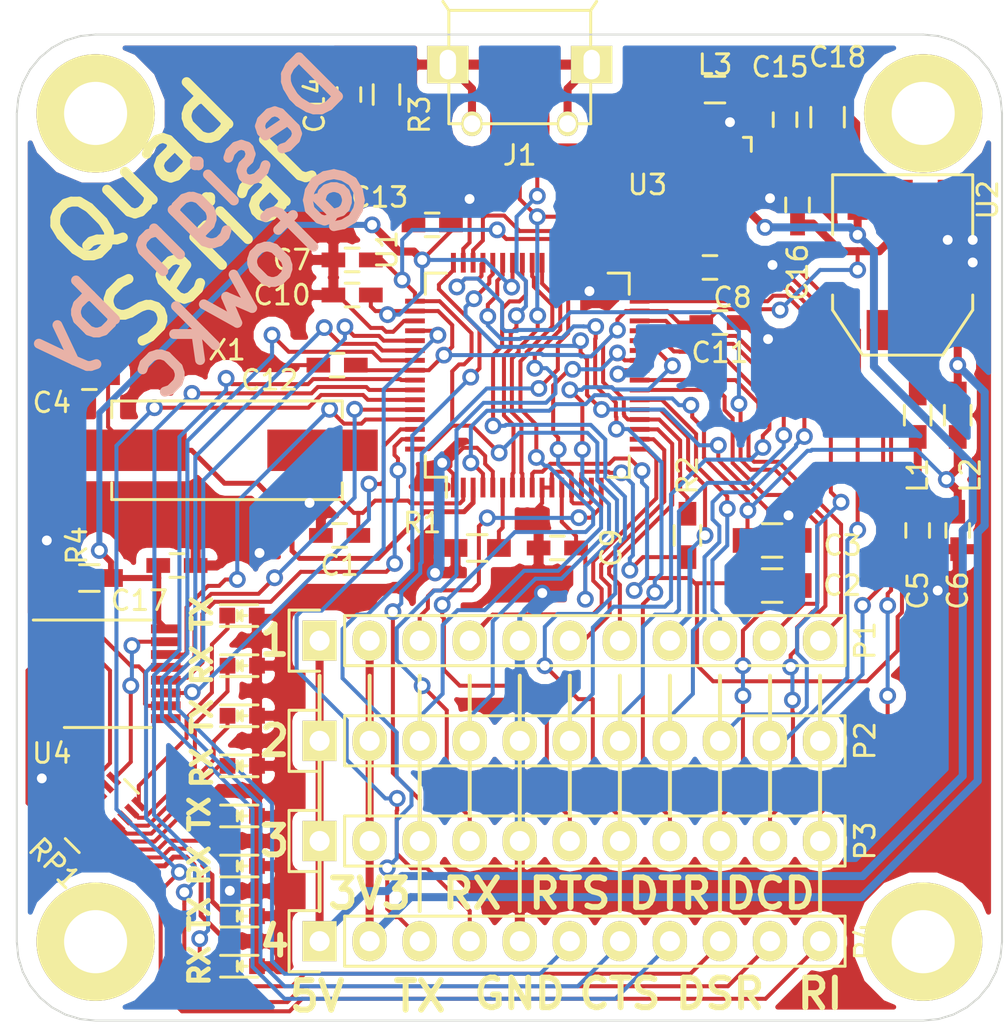
<source format=kicad_pcb>
(kicad_pcb (version 4) (host pcbnew "(2015-11-22 BZR 6327)-product")
  (layers (0 F.Cu signal) (31 B.Cu signal) (34 B.Paste user) (35 F.Paste user) (36 B.SilkS user) (37 F.SilkS user) (38 B.Mask user) (39 F.Mask user) (44 Edge.Cuts user))
  (net 0 "")
  (net 1 "Net-(C1-Pad1)")
  (net 2 "Net-(C2-Pad1)")
  (net 3 "Net-(C3-Pad1)")
  (net 4 "Net-(C4-Pad1)")
  (net 5 +1.8V)
  (net 6 +3.3V)
  (net 7 /USB/SHIELD)
  (net 8 +5V)
  (net 9 /FT4232H/DP)
  (net 10 /FT4232H/DM)
  (net 11 "Net-(J1-Pad1)")
  (net 12 /FT4232H/TXDA)
  (net 13 /FT4232H/RXDA)
  (net 14 /FT4232H/RTSA)
  (net 15 /FT4232H/CTSA)
  (net 16 /FT4232H/DTRA)
  (net 17 /FT4232H/DSRA)
  (net 18 /FT4232H/DCDA)
  (net 19 /FT4232H/RIA)
  (net 20 /FT4232H/TXDB)
  (net 21 /FT4232H/RXDB)
  (net 22 /FT4232H/RTSB)
  (net 23 /FT4232H/CTSB)
  (net 24 /FT4232H/DTRB)
  (net 25 /FT4232H/DSRB)
  (net 26 /FT4232H/DCDB)
  (net 27 /FT4232H/RIB)
  (net 28 /FT4232H/TXDC)
  (net 29 /FT4232H/RXDC)
  (net 30 /FT4232H/RTSC)
  (net 31 /FT4232H/CTSC)
  (net 32 /FT4232H/DTRC)
  (net 33 /FT4232H/DSRC)
  (net 34 /FT4232H/DCDC)
  (net 35 /FT4232H/RIC)
  (net 36 /FT4232H/TXDD)
  (net 37 /FT4232H/RXDD)
  (net 38 /FT4232H/RTSD)
  (net 39 /FT4232H/CTSD)
  (net 40 /FT4232H/DTRD)
  (net 41 /FT4232H/DSRD)
  (net 42 /FT4232H/DCDD)
  (net 43 /FT4232H/RID)
  (net 44 "Net-(R1-Pad1)")
  (net 45 "Net-(R2-Pad1)")
  (net 46 "Net-(R4-Pad2)")
  (net 47 "Net-(RP1-Pad1)")
  (net 48 "Net-(RP1-Pad8)")
  (net 49 "Net-(RP1-Pad2)")
  (net 50 "Net-(RP1-Pad3)")
  (net 51 "Net-(RP1-Pad4)")
  (net 52 "Net-(RP1-Pad5)")
  (net 53 "Net-(RP1-Pad6)")
  (net 54 "Net-(RP1-Pad7)")
  (net 55 /FT4232H/~LED_EN)
  (net 56 /FT4232H/LED_DATA)
  (net 57 /FT4232H/LED_CLK)
  (net 58 /FT4232H/LED_CS)
  (net 59 GND)
  (net 60 "Net-(RP1-Pad16)")
  (net 61 "Net-(RP1-Pad9)")
  (net 62 "Net-(RP1-Pad15)")
  (net 63 "Net-(RP1-Pad14)")
  (net 64 "Net-(RP1-Pad13)")
  (net 65 "Net-(RP1-Pad11)")
  (net 66 "Net-(RP1-Pad12)")
  (net 67 "Net-(RP1-Pad10)")
  (module Housings_QFP:LQFP-64_10x10mm_Pitch0.5mm (layer F.Cu) (at 149.987 97.028 90)
    (fp_text reference U1 (at 6.35 -7.112 90) (layer F.SilkS))
    (fp_text value FT4232H)
    (pad 1 smd rect (at -5.7 -3.75 90) (size 1 0.25) (layers F.Cu F.Paste F.Mask) (net 59 GND))
    (pad 2 smd rect (at -5.7 -3.25 90) (size 1 0.25) (layers F.Cu F.Paste F.Mask) (net 1 "Net-(C1-Pad1)"))
    (pad 3 smd rect (at -5.7 -2.75 90) (size 1 0.25) (layers F.Cu F.Paste F.Mask) (net 4 "Net-(C4-Pad1)"))
    (pad 4 smd rect (at -5.7 -2.25 90) (size 1 0.25) (layers F.Cu F.Paste F.Mask) (net 3 "Net-(C3-Pad1)"))
    (pad 5 smd rect (at -5.7 -1.75 90) (size 1 0.25) (layers F.Cu F.Paste F.Mask) (net 59 GND))
    (pad 6 smd rect (at -5.7 -1.25 90) (size 1 0.25) (layers F.Cu F.Paste F.Mask) (net 44 "Net-(R1-Pad1)"))
    (pad 7 smd rect (at -5.7 -0.75 90) (size 1 0.25) (layers F.Cu F.Paste F.Mask) (net 10 /FT4232H/DM))
    (pad 8 smd rect (at -5.7 -0.25 90) (size 1 0.25) (layers F.Cu F.Paste F.Mask) (net 9 /FT4232H/DP))
    (pad 9 smd rect (at -5.7 0.25 90) (size 1 0.25) (layers F.Cu F.Paste F.Mask) (net 2 "Net-(C2-Pad1)"))
    (pad 10 smd rect (at -5.7 0.75 90) (size 1 0.25) (layers F.Cu F.Paste F.Mask) (net 59 GND))
    (pad 11 smd rect (at -5.7 1.25 90) (size 1 0.25) (layers F.Cu F.Paste F.Mask) (net 59 GND))
    (pad 12 smd rect (at -5.7 1.75 90) (size 1 0.25) (layers F.Cu F.Paste F.Mask) (net 5 +1.8V))
    (pad 13 smd rect (at -5.7 2.25 90) (size 1 0.25) (layers F.Cu F.Paste F.Mask) (net 59 GND))
    (pad 14 smd rect (at -5.7 2.75 90) (size 1 0.25) (layers F.Cu F.Paste F.Mask) (net 45 "Net-(R2-Pad1)"))
    (pad 15 smd rect (at -5.7 3.25 90) (size 1 0.25) (layers F.Cu F.Paste F.Mask) (net 59 GND))
    (pad 16 smd rect (at -5.7 3.75 90) (size 1 0.25) (layers F.Cu F.Paste F.Mask) (net 12 /FT4232H/TXDA))
    (pad 17 smd rect (at -3.75 5.7 180) (size 1 0.25) (layers F.Cu F.Paste F.Mask) (net 13 /FT4232H/RXDA))
    (pad 18 smd rect (at -3.25 5.7 180) (size 1 0.25) (layers F.Cu F.Paste F.Mask) (net 14 /FT4232H/RTSA))
    (pad 19 smd rect (at -2.75 5.7 180) (size 1 0.25) (layers F.Cu F.Paste F.Mask) (net 15 /FT4232H/CTSA))
    (pad 20 smd rect (at -2.25 5.7 180) (size 1 0.25) (layers F.Cu F.Paste F.Mask) (net 6 +3.3V))
    (pad 21 smd rect (at -1.75 5.7 180) (size 1 0.25) (layers F.Cu F.Paste F.Mask) (net 16 /FT4232H/DTRA))
    (pad 22 smd rect (at -1.25 5.7 180) (size 1 0.25) (layers F.Cu F.Paste F.Mask) (net 17 /FT4232H/DSRA))
    (pad 23 smd rect (at -0.75 5.7 180) (size 1 0.25) (layers F.Cu F.Paste F.Mask) (net 18 /FT4232H/DCDA))
    (pad 24 smd rect (at -0.25 5.7 180) (size 1 0.25) (layers F.Cu F.Paste F.Mask) (net 19 /FT4232H/RIA))
    (pad 25 smd rect (at 0.25 5.7 180) (size 1 0.25) (layers F.Cu F.Paste F.Mask) (net 59 GND))
    (pad 26 smd rect (at 0.75 5.7 180) (size 1 0.25) (layers F.Cu F.Paste F.Mask) (net 20 /FT4232H/TXDB))
    (pad 27 smd rect (at 1.25 5.7 180) (size 1 0.25) (layers F.Cu F.Paste F.Mask) (net 21 /FT4232H/RXDB))
    (pad 28 smd rect (at 1.75 5.7 180) (size 1 0.25) (layers F.Cu F.Paste F.Mask) (net 22 /FT4232H/RTSB))
    (pad 29 smd rect (at 2.25 5.7 180) (size 1 0.25) (layers F.Cu F.Paste F.Mask) (net 23 /FT4232H/CTSB))
    (pad 30 smd rect (at 2.75 5.7 180) (size 1 0.25) (layers F.Cu F.Paste F.Mask) (net 24 /FT4232H/DTRB))
    (pad 31 smd rect (at 3.25 5.7 180) (size 1 0.25) (layers F.Cu F.Paste F.Mask) (net 6 +3.3V))
    (pad 32 smd rect (at 3.75 5.7 180) (size 1 0.25) (layers F.Cu F.Paste F.Mask) (net 25 /FT4232H/DSRB))
    (pad 33 smd rect (at 5.7 3.75 90) (size 1 0.25) (layers F.Cu F.Paste F.Mask) (net 26 /FT4232H/DCDB))
    (pad 34 smd rect (at 5.7 3.25 90) (size 1 0.25) (layers F.Cu F.Paste F.Mask) (net 27 /FT4232H/RIB))
    (pad 35 smd rect (at 5.7 2.75 90) (size 1 0.25) (layers F.Cu F.Paste F.Mask) (net 59 GND))
    (pad 36 smd rect (at 5.7 2.25 90) (size 1 0.25) (layers F.Cu F.Paste F.Mask))
    (pad 37 smd rect (at 5.7 1.75 90) (size 1 0.25) (layers F.Cu F.Paste F.Mask) (net 5 +1.8V))
    (pad 38 smd rect (at 5.7 1.25 90) (size 1 0.25) (layers F.Cu F.Paste F.Mask) (net 28 /FT4232H/TXDC))
    (pad 39 smd rect (at 5.7 0.75 90) (size 1 0.25) (layers F.Cu F.Paste F.Mask) (net 29 /FT4232H/RXDC))
    (pad 40 smd rect (at 5.7 0.25 90) (size 1 0.25) (layers F.Cu F.Paste F.Mask) (net 30 /FT4232H/RTSC))
    (pad 41 smd rect (at 5.7 -0.25 90) (size 1 0.25) (layers F.Cu F.Paste F.Mask) (net 31 /FT4232H/CTSC))
    (pad 42 smd rect (at 5.7 -0.75 90) (size 1 0.25) (layers F.Cu F.Paste F.Mask) (net 6 +3.3V))
    (pad 43 smd rect (at 5.7 -1.25 90) (size 1 0.25) (layers F.Cu F.Paste F.Mask) (net 32 /FT4232H/DTRC))
    (pad 44 smd rect (at 5.7 -1.75 90) (size 1 0.25) (layers F.Cu F.Paste F.Mask) (net 33 /FT4232H/DSRC))
    (pad 45 smd rect (at 5.7 -2.25 90) (size 1 0.25) (layers F.Cu F.Paste F.Mask) (net 34 /FT4232H/DCDC))
    (pad 46 smd rect (at 5.7 -2.75 90) (size 1 0.25) (layers F.Cu F.Paste F.Mask) (net 35 /FT4232H/RIC))
    (pad 47 smd rect (at 5.7 -3.25 90) (size 1 0.25) (layers F.Cu F.Paste F.Mask) (net 59 GND))
    (pad 48 smd rect (at 5.7 -3.75 90) (size 1 0.25) (layers F.Cu F.Paste F.Mask) (net 36 /FT4232H/TXDD))
    (pad 49 smd rect (at 3.75 -5.7 180) (size 1 0.25) (layers F.Cu F.Paste F.Mask) (net 5 +1.8V))
    (pad 50 smd rect (at 3.25 -5.7 180) (size 1 0.25) (layers F.Cu F.Paste F.Mask) (net 6 +3.3V))
    (pad 51 smd rect (at 2.75 -5.7 180) (size 1 0.25) (layers F.Cu F.Paste F.Mask) (net 59 GND))
    (pad 52 smd rect (at 2.25 -5.7 180) (size 1 0.25) (layers F.Cu F.Paste F.Mask) (net 37 /FT4232H/RXDD))
    (pad 53 smd rect (at 1.75 -5.7 180) (size 1 0.25) (layers F.Cu F.Paste F.Mask) (net 38 /FT4232H/RTSD))
    (pad 54 smd rect (at 1.25 -5.7 180) (size 1 0.25) (layers F.Cu F.Paste F.Mask) (net 39 /FT4232H/CTSD))
    (pad 55 smd rect (at 0.75 -5.7 180) (size 1 0.25) (layers F.Cu F.Paste F.Mask) (net 40 /FT4232H/DTRD))
    (pad 56 smd rect (at 0.25 -5.7 180) (size 1 0.25) (layers F.Cu F.Paste F.Mask) (net 6 +3.3V))
    (pad 57 smd rect (at -0.25 -5.7 180) (size 1 0.25) (layers F.Cu F.Paste F.Mask) (net 41 /FT4232H/DSRD))
    (pad 58 smd rect (at -0.75 -5.7 180) (size 1 0.25) (layers F.Cu F.Paste F.Mask) (net 42 /FT4232H/DCDD))
    (pad 59 smd rect (at -1.25 -5.7 180) (size 1 0.25) (layers F.Cu F.Paste F.Mask) (net 43 /FT4232H/RID))
    (pad 60 smd rect (at -1.75 -5.7 180) (size 1 0.25) (layers F.Cu F.Paste F.Mask) (net 55 /FT4232H/~LED_EN))
    (pad 61 smd rect (at -2.25 -5.7 180) (size 1 0.25) (layers F.Cu F.Paste F.Mask) (net 56 /FT4232H/LED_DATA))
    (pad 62 smd rect (at -2.75 -5.7 180) (size 1 0.25) (layers F.Cu F.Paste F.Mask) (net 57 /FT4232H/LED_CLK))
    (pad 63 smd rect (at -3.25 -5.7 180) (size 1 0.25) (layers F.Cu F.Paste F.Mask) (net 58 /FT4232H/LED_CS))
    (pad 64 smd rect (at -3.75 -5.7 180) (size 1 0.25) (layers F.Cu F.Paste F.Mask) (net 5 +1.8V))
  )
  (module Crystals:Crystal_HC49-SD_SMD (layer F.Cu) (at 134.747 100.838)
    (fp_text reference X1 (at 0 -5.08) (layer F.SilkS))
    (fp_text value CRYSTAL)
    (pad 1 smd rect (at -4.84886 0) (size 5.6007 2.10058) (layers F.Cu F.Paste F.Mask) (net 4 "Net-(C4-Pad1)"))
    (pad 2 smd rect (at 4.84886 0) (size 5.6007 2.10058) (layers F.Cu F.Paste F.Mask) (net 1 "Net-(C1-Pad1)"))
  )
  (module Resistors_SMD:R_0603_HandSoldering (layer F.Cu) (at 127.762 107.315 180)
    (fp_text reference R4 (at 0.635 1.651 270) (layer F.SilkS))
    (fp_text value 10K)
    (pad 1 smd rect (at -1.1 0 180) (size 1.2 0.9) (layers F.Cu F.Paste F.Mask) (net 6 +3.3V))
    (pad 2 smd rect (at 1.1 0 180) (size 1.2 0.9) (layers F.Cu F.Paste F.Mask) (net 46 "Net-(R4-Pad2)"))
  )
  (module Capacitors_SMD:C_0603_HandSoldering (layer F.Cu) (at 132.207 106.68)
    (fp_text reference C17 (at -1.905 1.778 180) (layer F.SilkS))
    (fp_text value 100n)
    (pad 1 smd rect (at -0.95 0) (size 1.2 0.75) (layers F.Cu F.Paste F.Mask) (net 6 +3.3V))
    (pad 2 smd rect (at 0.95 0) (size 1.2 0.75) (layers F.Cu F.Paste F.Mask) (net 59 GND))
  )
  (module Housings_SSOP:TSSOP-16_4.4x5mm_Pitch0.65mm (layer F.Cu) (at 128.692 112.17)
    (fp_text reference U4 (at -2.835 4.035 180) (layer F.SilkS))
    (fp_text value 74HC595)
    (pad 1 smd rect (at -2.95 -2.275) (size 1.5 0.45) (layers F.Cu F.Paste F.Mask) (net 49 "Net-(RP1-Pad2)"))
    (pad 2 smd rect (at -2.95 -1.625) (size 1.5 0.45) (layers F.Cu F.Paste F.Mask) (net 50 "Net-(RP1-Pad3)"))
    (pad 3 smd rect (at -2.95 -0.975) (size 1.5 0.45) (layers F.Cu F.Paste F.Mask) (net 51 "Net-(RP1-Pad4)"))
    (pad 4 smd rect (at -2.95 -0.325) (size 1.5 0.45) (layers F.Cu F.Paste F.Mask) (net 52 "Net-(RP1-Pad5)"))
    (pad 5 smd rect (at -2.95 0.325) (size 1.5 0.45) (layers F.Cu F.Paste F.Mask) (net 53 "Net-(RP1-Pad6)"))
    (pad 6 smd rect (at -2.95 0.975) (size 1.5 0.45) (layers F.Cu F.Paste F.Mask) (net 54 "Net-(RP1-Pad7)"))
    (pad 7 smd rect (at -2.95 1.625) (size 1.5 0.45) (layers F.Cu F.Paste F.Mask) (net 48 "Net-(RP1-Pad8)"))
    (pad 8 smd rect (at -2.95 2.275) (size 1.5 0.45) (layers F.Cu F.Paste F.Mask) (net 59 GND))
    (pad 9 smd rect (at 2.95 2.275) (size 1.5 0.45) (layers F.Cu F.Paste F.Mask))
    (pad 10 smd rect (at 2.95 1.625) (size 1.5 0.45) (layers F.Cu F.Paste F.Mask) (net 46 "Net-(R4-Pad2)"))
    (pad 11 smd rect (at 2.95 0.975) (size 1.5 0.45) (layers F.Cu F.Paste F.Mask) (net 57 /FT4232H/LED_CLK))
    (pad 12 smd rect (at 2.95 0.325) (size 1.5 0.45) (layers F.Cu F.Paste F.Mask) (net 58 /FT4232H/LED_CS))
    (pad 13 smd rect (at 2.95 -0.325) (size 1.5 0.45) (layers F.Cu F.Paste F.Mask) (net 55 /FT4232H/~LED_EN))
    (pad 14 smd rect (at 2.95 -0.975) (size 1.5 0.45) (layers F.Cu F.Paste F.Mask) (net 56 /FT4232H/LED_DATA))
    (pad 15 smd rect (at 2.95 -1.625) (size 1.5 0.45) (layers F.Cu F.Paste F.Mask) (net 47 "Net-(RP1-Pad1)"))
    (pad 16 smd rect (at 2.95 -2.275) (size 1.5 0.45) (layers F.Cu F.Paste F.Mask) (net 6 +3.3V))
  )
  (module Resistors_SMD:R_Array_Convex_8x0602 (layer F.Cu) (at 128.397 119.38 315)
    (fp_text reference RP1 (at 0 3.412497 315) (layer F.SilkS))
    (fp_text value R_PACK8)
    (pad 1 smd rect (at -0.9 -1.75 315) (size 0.8 0.3) (layers F.Cu F.Paste F.Mask) (net 47 "Net-(RP1-Pad1)"))
    (pad 16 smd rect (at 0.9 -1.75 315) (size 0.8 0.3) (layers F.Cu F.Paste F.Mask) (net 60 "Net-(RP1-Pad16)"))
    (pad 8 smd rect (at -0.9 1.75 315) (size 0.8 0.3) (layers F.Cu F.Paste F.Mask) (net 48 "Net-(RP1-Pad8)"))
    (pad 9 smd rect (at 0.9 1.75 315) (size 0.8 0.3) (layers F.Cu F.Paste F.Mask) (net 61 "Net-(RP1-Pad9)"))
    (pad 2 smd rect (at -0.9 -1.25 315) (size 0.8 0.3) (layers F.Cu F.Paste F.Mask) (net 49 "Net-(RP1-Pad2)"))
    (pad 3 smd rect (at -0.9 -0.75 315) (size 0.8 0.3) (layers F.Cu F.Paste F.Mask) (net 50 "Net-(RP1-Pad3)"))
    (pad 4 smd rect (at -0.9 -0.25 315) (size 0.8 0.3) (layers F.Cu F.Paste F.Mask) (net 51 "Net-(RP1-Pad4)"))
    (pad 5 smd rect (at -0.9 0.25 315) (size 0.8 0.3) (layers F.Cu F.Paste F.Mask) (net 52 "Net-(RP1-Pad5)"))
    (pad 6 smd rect (at -0.9 0.75 315) (size 0.8 0.3) (layers F.Cu F.Paste F.Mask) (net 53 "Net-(RP1-Pad6)"))
    (pad 7 smd rect (at -0.9 1.25 315) (size 0.8 0.3) (layers F.Cu F.Paste F.Mask) (net 54 "Net-(RP1-Pad7)"))
    (pad 15 smd rect (at 0.9 -1.25 315) (size 0.8 0.3) (layers F.Cu F.Paste F.Mask) (net 62 "Net-(RP1-Pad15)"))
    (pad 14 smd rect (at 0.9 -0.75 315) (size 0.8 0.3) (layers F.Cu F.Paste F.Mask) (net 63 "Net-(RP1-Pad14)"))
    (pad 13 smd rect (at 0.9 -0.25 315) (size 0.8 0.3) (layers F.Cu F.Paste F.Mask) (net 64 "Net-(RP1-Pad13)"))
    (pad 11 smd rect (at 0.9 0.75 315) (size 0.8 0.3) (layers F.Cu F.Paste F.Mask) (net 65 "Net-(RP1-Pad11)"))
    (pad 12 smd rect (at 0.9 0.25 315) (size 0.8 0.3) (layers F.Cu F.Paste F.Mask) (net 66 "Net-(RP1-Pad12)"))
    (pad 10 smd rect (at 0.9 1.25 315) (size 0.8 0.3) (layers F.Cu F.Paste F.Mask) (net 67 "Net-(RP1-Pad10)"))
  )
  (module Capacitors_SMD:C_0603_HandSoldering (layer F.Cu) (at 140.462 105.156 180)
    (fp_text reference C1 (at 0 -1.524 180) (layer F.SilkS))
    (fp_text value 22p)
    (pad 1 smd rect (at -0.95 0 180) (size 1.2 0.75) (layers F.Cu F.Paste F.Mask) (net 1 "Net-(C1-Pad1)"))
    (pad 2 smd rect (at 0.95 0 180) (size 1.2 0.75) (layers F.Cu F.Paste F.Mask) (net 59 GND))
  )
  (module Capacitors_SMD:C_0805_HandSoldering (layer F.Cu) (at 162.413 107.696)
    (fp_text reference C2 (at 3.556 0) (layer F.SilkS))
    (fp_text value 4u7)
    (pad 1 smd rect (at -1.25 0) (size 1.5 1.25) (layers F.Cu F.Paste F.Mask) (net 2 "Net-(C2-Pad1)"))
    (pad 2 smd rect (at 1.25 0) (size 1.5 1.25) (layers F.Cu F.Paste F.Mask) (net 59 GND))
  )
  (module Capacitors_SMD:C_0805_HandSoldering (layer F.Cu) (at 162.413 105.41)
    (fp_text reference C3 (at 3.576 0.254) (layer F.SilkS))
    (fp_text value 4u7)
    (pad 1 smd rect (at -1.25 0) (size 1.5 1.25) (layers F.Cu F.Paste F.Mask) (net 3 "Net-(C3-Pad1)"))
    (pad 2 smd rect (at 1.25 0) (size 1.5 1.25) (layers F.Cu F.Paste F.Mask) (net 59 GND))
  )
  (module Capacitors_SMD:C_0603_HandSoldering (layer F.Cu) (at 127.762 97.155 180)
    (fp_text reference C4 (at 1.905 -1.27 180) (layer F.SilkS))
    (fp_text value 22p)
    (pad 1 smd rect (at -0.95 0 180) (size 1.2 0.75) (layers F.Cu F.Paste F.Mask) (net 4 "Net-(C4-Pad1)"))
    (pad 2 smd rect (at 0.95 0 180) (size 1.2 0.75) (layers F.Cu F.Paste F.Mask) (net 59 GND))
  )
  (module Capacitors_SMD:C_0603_HandSoldering (layer F.Cu) (at 169.799 104.902 270)
    (fp_text reference C5 (at 3.048 0 270) (layer F.SilkS))
    (fp_text value 100n)
    (pad 1 smd rect (at -0.95 0 270) (size 1.2 0.75) (layers F.Cu F.Paste F.Mask) (net 2 "Net-(C2-Pad1)"))
    (pad 2 smd rect (at 0.95 0 270) (size 1.2 0.75) (layers F.Cu F.Paste F.Mask) (net 59 GND))
  )
  (module Capacitors_SMD:C_0603_HandSoldering (layer F.Cu) (at 171.831 104.902 270)
    (fp_text reference C6 (at 3.048 0 270) (layer F.SilkS))
    (fp_text value 100n)
    (pad 1 smd rect (at -0.95 0 270) (size 1.2 0.75) (layers F.Cu F.Paste F.Mask) (net 3 "Net-(C3-Pad1)"))
    (pad 2 smd rect (at 0.95 0 270) (size 1.2 0.75) (layers F.Cu F.Paste F.Mask) (net 59 GND))
  )
  (module Capacitors_SMD:C_0603_HandSoldering (layer F.Cu) (at 141.097 91.186 180)
    (fp_text reference C7 (at 3.048 0 180) (layer F.SilkS))
    (fp_text value 100n)
    (pad 1 smd rect (at -0.95 0 180) (size 1.2 0.75) (layers F.Cu F.Paste F.Mask) (net 5 +1.8V))
    (pad 2 smd rect (at 0.95 0 180) (size 1.2 0.75) (layers F.Cu F.Paste F.Mask) (net 59 GND))
  )
  (module Capacitors_SMD:C_0603_HandSoldering (layer F.Cu) (at 159.258 91.567)
    (fp_text reference C8 (at 1.143 1.524 180) (layer F.SilkS))
    (fp_text value 100n)
    (pad 1 smd rect (at -0.95 0) (size 1.2 0.75) (layers F.Cu F.Paste F.Mask) (net 5 +1.8V))
    (pad 2 smd rect (at 0.95 0) (size 1.2 0.75) (layers F.Cu F.Paste F.Mask) (net 59 GND))
  )
  (module Capacitors_SMD:C_0603_HandSoldering (layer F.Cu) (at 151.511 105.791 180)
    (fp_text reference C9 (at -2.733 0 270) (layer F.SilkS))
    (fp_text value 100n)
    (pad 1 smd rect (at -0.95 0 180) (size 1.2 0.75) (layers F.Cu F.Paste F.Mask) (net 5 +1.8V))
    (pad 2 smd rect (at 0.95 0 180) (size 1.2 0.75) (layers F.Cu F.Paste F.Mask) (net 59 GND))
  )
  (module Capacitors_SMD:C_0603_HandSoldering (layer F.Cu) (at 141.097 92.964 180)
    (fp_text reference C10 (at 3.556 0 180) (layer F.SilkS))
    (fp_text value 100n)
    (pad 1 smd rect (at -0.95 0 180) (size 1.2 0.75) (layers F.Cu F.Paste F.Mask) (net 6 +3.3V))
    (pad 2 smd rect (at 0.95 0 180) (size 1.2 0.75) (layers F.Cu F.Paste F.Mask) (net 59 GND))
  )
  (module Capacitors_SMD:C_0603_HandSoldering (layer F.Cu) (at 159.766 94.361)
    (fp_text reference C11 (at 0 1.524) (layer F.SilkS))
    (fp_text value 100n)
    (pad 1 smd rect (at -0.95 0) (size 1.2 0.75) (layers F.Cu F.Paste F.Mask) (net 6 +3.3V))
    (pad 2 smd rect (at 0.95 0) (size 1.2 0.75) (layers F.Cu F.Paste F.Mask) (net 59 GND))
  )
  (module Capacitors_SMD:C_0603_HandSoldering (layer F.Cu) (at 140.335 96.52 180)
    (fp_text reference C12 (at 3.429 -0.762 360) (layer F.SilkS))
    (fp_text value 100n)
    (pad 1 smd rect (at -0.95 0 180) (size 1.2 0.75) (layers F.Cu F.Paste F.Mask) (net 6 +3.3V))
    (pad 2 smd rect (at 0.95 0 180) (size 1.2 0.75) (layers F.Cu F.Paste F.Mask) (net 59 GND))
  )
  (module Capacitors_SMD:C_0603_HandSoldering (layer F.Cu) (at 145.161 89.408 180)
    (fp_text reference C13 (at 2.667 1.397 180) (layer F.SilkS))
    (fp_text value 100n)
    (pad 1 smd rect (at -0.95 0 180) (size 1.2 0.75) (layers F.Cu F.Paste F.Mask) (net 6 +3.3V))
    (pad 2 smd rect (at 0.95 0 180) (size 1.2 0.75) (layers F.Cu F.Paste F.Mask) (net 59 GND))
  )
  (module Capacitors_SMD:C_0603_HandSoldering (layer F.Cu) (at 140.937204 82.799662 270)
    (fp_text reference C14 (at 0.512338 1.745204 270) (layer F.SilkS))
    (fp_text value 4n7)
    (pad 1 smd rect (at -0.95 0 270) (size 1.2 0.75) (layers F.Cu F.Paste F.Mask) (net 7 /USB/SHIELD))
    (pad 2 smd rect (at 0.95 0 270) (size 1.2 0.75) (layers F.Cu F.Paste F.Mask) (net 59 GND))
  )
  (module Capacitors_SMD:C_0603_HandSoldering (layer F.Cu) (at 163.068 84.074 270)
    (fp_text reference C15 (at -2.667 0.254 540) (layer F.SilkS))
    (fp_text value 100n)
    (pad 1 smd rect (at -0.95 0 270) (size 1.2 0.75) (layers F.Cu F.Paste F.Mask) (net 8 +5V))
    (pad 2 smd rect (at 0.95 0 270) (size 1.2 0.75) (layers F.Cu F.Paste F.Mask) (net 59 GND))
  )
  (module Capacitors_SMD:C_0603_HandSoldering (layer F.Cu) (at 163.703 88.392 90)
    (fp_text reference C16 (at -3.429 0 270) (layer F.SilkS))
    (fp_text value 100n)
    (pad 1 smd rect (at -0.95 0 90) (size 1.2 0.75) (layers F.Cu F.Paste F.Mask) (net 6 +3.3V))
    (pad 2 smd rect (at 0.95 0 90) (size 1.2 0.75) (layers F.Cu F.Paste F.Mask) (net 59 GND))
  )
  (module Resistors_SMD:R_0603_HandSoldering (layer F.Cu) (at 169.799 99.06 270)
    (fp_text reference L1 (at 3.048 0 270) (layer F.SilkS))
    (fp_text value 220nH)
    (pad 1 smd rect (at -1.1 0 270) (size 1.2 0.9) (layers F.Cu F.Paste F.Mask) (net 6 +3.3V))
    (pad 2 smd rect (at 1.1 0 270) (size 1.2 0.9) (layers F.Cu F.Paste F.Mask) (net 2 "Net-(C2-Pad1)"))
  )
  (module Resistors_SMD:R_0603_HandSoldering (layer F.Cu) (at 171.831 99.06 270)
    (fp_text reference L2 (at 3.048 -0.635 270) (layer F.SilkS))
    (fp_text value 220nH)
    (pad 1 smd rect (at -1.1 0 270) (size 1.2 0.9) (layers F.Cu F.Paste F.Mask) (net 6 +3.3V))
    (pad 2 smd rect (at 1.1 0 270) (size 1.2 0.9) (layers F.Cu F.Paste F.Mask) (net 3 "Net-(C3-Pad1)"))
  )
  (module Resistors_SMD:R_0603_HandSoldering (layer F.Cu) (at 159.512 82.55 180)
    (fp_text reference L3 (at 0 1.27 180) (layer F.SilkS))
    (fp_text value 220R@100MHz)
    (pad 1 smd rect (at -1.1 0 180) (size 1.2 0.9) (layers F.Cu F.Paste F.Mask) (net 8 +5V))
    (pad 2 smd rect (at 1.1 0 180) (size 1.2 0.9) (layers F.Cu F.Paste F.Mask) (net 11 "Net-(J1-Pad1)"))
  )
  (module Socket_Strips:Socket_Strip_Straight_1x11 (layer F.Cu) (at 139.446 110.49)
    (fp_text reference P1 (at 27.686 0 270) (layer F.SilkS))
    (fp_text value CONN_11)
    (pad 1 thru_hole rect (at 0 0) (size 1.7272 2.032) (drill 1.016) (layers *.Cu *.Mask F.SilkS) (net 8 +5V))
    (pad 2 thru_hole oval (at 2.54 0) (size 1.7272 2.032) (drill 1.016) (layers *.Cu *.Mask F.SilkS) (net 6 +3.3V))
    (pad 3 thru_hole oval (at 5.08 0) (size 1.7272 2.032) (drill 1.016) (layers *.Cu *.Mask F.SilkS) (net 12 /FT4232H/TXDA))
    (pad 4 thru_hole oval (at 7.62 0) (size 1.7272 2.032) (drill 1.016) (layers *.Cu *.Mask F.SilkS) (net 13 /FT4232H/RXDA))
    (pad 5 thru_hole oval (at 10.16 0) (size 1.7272 2.032) (drill 1.016) (layers *.Cu *.Mask F.SilkS) (net 59 GND))
    (pad 6 thru_hole oval (at 12.7 0) (size 1.7272 2.032) (drill 1.016) (layers *.Cu *.Mask F.SilkS) (net 14 /FT4232H/RTSA))
    (pad 7 thru_hole oval (at 15.24 0) (size 1.7272 2.032) (drill 1.016) (layers *.Cu *.Mask F.SilkS) (net 15 /FT4232H/CTSA))
    (pad 8 thru_hole oval (at 17.78 0) (size 1.7272 2.032) (drill 1.016) (layers *.Cu *.Mask F.SilkS) (net 16 /FT4232H/DTRA))
    (pad 9 thru_hole oval (at 20.32 0) (size 1.7272 2.032) (drill 1.016) (layers *.Cu *.Mask F.SilkS) (net 17 /FT4232H/DSRA))
    (pad 10 thru_hole oval (at 22.86 0) (size 1.7272 2.032) (drill 1.016) (layers *.Cu *.Mask F.SilkS) (net 18 /FT4232H/DCDA))
    (pad 11 thru_hole oval (at 25.4 0) (size 1.7272 2.032) (drill 1.016) (layers *.Cu *.Mask F.SilkS) (net 19 /FT4232H/RIA))
  )
  (module Socket_Strips:Socket_Strip_Straight_1x11 (layer F.Cu) (at 139.446 115.57)
    (fp_text reference P2 (at 27.686 0 270) (layer F.SilkS))
    (fp_text value CONN_11)
    (pad 1 thru_hole rect (at 0 0) (size 1.7272 2.032) (drill 1.016) (layers *.Cu *.Mask F.SilkS) (net 8 +5V))
    (pad 2 thru_hole oval (at 2.54 0) (size 1.7272 2.032) (drill 1.016) (layers *.Cu *.Mask F.SilkS) (net 6 +3.3V))
    (pad 3 thru_hole oval (at 5.08 0) (size 1.7272 2.032) (drill 1.016) (layers *.Cu *.Mask F.SilkS) (net 20 /FT4232H/TXDB))
    (pad 4 thru_hole oval (at 7.62 0) (size 1.7272 2.032) (drill 1.016) (layers *.Cu *.Mask F.SilkS) (net 21 /FT4232H/RXDB))
    (pad 5 thru_hole oval (at 10.16 0) (size 1.7272 2.032) (drill 1.016) (layers *.Cu *.Mask F.SilkS) (net 59 GND))
    (pad 6 thru_hole oval (at 12.7 0) (size 1.7272 2.032) (drill 1.016) (layers *.Cu *.Mask F.SilkS) (net 22 /FT4232H/RTSB))
    (pad 7 thru_hole oval (at 15.24 0) (size 1.7272 2.032) (drill 1.016) (layers *.Cu *.Mask F.SilkS) (net 23 /FT4232H/CTSB))
    (pad 8 thru_hole oval (at 17.78 0) (size 1.7272 2.032) (drill 1.016) (layers *.Cu *.Mask F.SilkS) (net 24 /FT4232H/DTRB))
    (pad 9 thru_hole oval (at 20.32 0) (size 1.7272 2.032) (drill 1.016) (layers *.Cu *.Mask F.SilkS) (net 25 /FT4232H/DSRB))
    (pad 10 thru_hole oval (at 22.86 0) (size 1.7272 2.032) (drill 1.016) (layers *.Cu *.Mask F.SilkS) (net 26 /FT4232H/DCDB))
    (pad 11 thru_hole oval (at 25.4 0) (size 1.7272 2.032) (drill 1.016) (layers *.Cu *.Mask F.SilkS) (net 27 /FT4232H/RIB))
  )
  (module Socket_Strips:Socket_Strip_Straight_1x11 (layer F.Cu) (at 139.446 120.65)
    (fp_text reference P3 (at 27.686 0 270) (layer F.SilkS))
    (fp_text value CONN_11)
    (pad 1 thru_hole rect (at 0 0) (size 1.7272 2.032) (drill 1.016) (layers *.Cu *.Mask F.SilkS) (net 8 +5V))
    (pad 2 thru_hole oval (at 2.54 0) (size 1.7272 2.032) (drill 1.016) (layers *.Cu *.Mask F.SilkS) (net 6 +3.3V))
    (pad 3 thru_hole oval (at 5.08 0) (size 1.7272 2.032) (drill 1.016) (layers *.Cu *.Mask F.SilkS) (net 28 /FT4232H/TXDC))
    (pad 4 thru_hole oval (at 7.62 0) (size 1.7272 2.032) (drill 1.016) (layers *.Cu *.Mask F.SilkS) (net 29 /FT4232H/RXDC))
    (pad 5 thru_hole oval (at 10.16 0) (size 1.7272 2.032) (drill 1.016) (layers *.Cu *.Mask F.SilkS) (net 59 GND))
    (pad 6 thru_hole oval (at 12.7 0) (size 1.7272 2.032) (drill 1.016) (layers *.Cu *.Mask F.SilkS) (net 30 /FT4232H/RTSC))
    (pad 7 thru_hole oval (at 15.24 0) (size 1.7272 2.032) (drill 1.016) (layers *.Cu *.Mask F.SilkS) (net 31 /FT4232H/CTSC))
    (pad 8 thru_hole oval (at 17.78 0) (size 1.7272 2.032) (drill 1.016) (layers *.Cu *.Mask F.SilkS) (net 32 /FT4232H/DTRC))
    (pad 9 thru_hole oval (at 20.32 0) (size 1.7272 2.032) (drill 1.016) (layers *.Cu *.Mask F.SilkS) (net 33 /FT4232H/DSRC))
    (pad 10 thru_hole oval (at 22.86 0) (size 1.7272 2.032) (drill 1.016) (layers *.Cu *.Mask F.SilkS) (net 34 /FT4232H/DCDC))
    (pad 11 thru_hole oval (at 25.4 0) (size 1.7272 2.032) (drill 1.016) (layers *.Cu *.Mask F.SilkS) (net 35 /FT4232H/RIC))
  )
  (module Socket_Strips:Socket_Strip_Straight_1x11 (layer F.Cu) (at 139.446 125.73)
    (fp_text reference P4 (at 27.686 0 270) (layer F.SilkS))
    (fp_text value CONN_11)
    (pad 1 thru_hole rect (at 0 0) (size 1.7272 2.032) (drill 1.016) (layers *.Cu *.Mask F.SilkS) (net 8 +5V))
    (pad 2 thru_hole oval (at 2.54 0) (size 1.7272 2.032) (drill 1.016) (layers *.Cu *.Mask F.SilkS) (net 6 +3.3V))
    (pad 3 thru_hole oval (at 5.08 0) (size 1.7272 2.032) (drill 1.016) (layers *.Cu *.Mask F.SilkS) (net 36 /FT4232H/TXDD))
    (pad 4 thru_hole oval (at 7.62 0) (size 1.7272 2.032) (drill 1.016) (layers *.Cu *.Mask F.SilkS) (net 37 /FT4232H/RXDD))
    (pad 5 thru_hole oval (at 10.16 0) (size 1.7272 2.032) (drill 1.016) (layers *.Cu *.Mask F.SilkS) (net 59 GND))
    (pad 6 thru_hole oval (at 12.7 0) (size 1.7272 2.032) (drill 1.016) (layers *.Cu *.Mask F.SilkS) (net 38 /FT4232H/RTSD))
    (pad 7 thru_hole oval (at 15.24 0) (size 1.7272 2.032) (drill 1.016) (layers *.Cu *.Mask F.SilkS) (net 39 /FT4232H/CTSD))
    (pad 8 thru_hole oval (at 17.78 0) (size 1.7272 2.032) (drill 1.016) (layers *.Cu *.Mask F.SilkS) (net 40 /FT4232H/DTRD))
    (pad 9 thru_hole oval (at 20.32 0) (size 1.7272 2.032) (drill 1.016) (layers *.Cu *.Mask F.SilkS) (net 41 /FT4232H/DSRD))
    (pad 10 thru_hole oval (at 22.86 0) (size 1.7272 2.032) (drill 1.016) (layers *.Cu *.Mask F.SilkS) (net 42 /FT4232H/DCDD))
    (pad 11 thru_hole oval (at 25.4 0) (size 1.7272 2.032) (drill 1.016) (layers *.Cu *.Mask F.SilkS) (net 43 /FT4232H/RID))
  )
  (module Resistors_SMD:R_0603_HandSoldering (layer F.Cu) (at 147.447 105.791 180)
    (fp_text reference R1 (at 2.794 1.27 180) (layer F.SilkS))
    (fp_text value 12K)
    (pad 1 smd rect (at -1.1 0 180) (size 1.2 0.9) (layers F.Cu F.Paste F.Mask) (net 44 "Net-(R1-Pad1)"))
    (pad 2 smd rect (at 1.1 0 180) (size 1.2 0.9) (layers F.Cu F.Paste F.Mask) (net 59 GND))
  )
  (module Resistors_SMD:R_0603_HandSoldering (layer F.Cu) (at 158.115 105.156 90)
    (fp_text reference R2 (at 3.048 0 90) (layer F.SilkS))
    (fp_text value 1K)
    (pad 1 smd rect (at -1.1 0 90) (size 1.2 0.9) (layers F.Cu F.Paste F.Mask) (net 45 "Net-(R2-Pad1)"))
    (pad 2 smd rect (at 1.1 0 90) (size 1.2 0.9) (layers F.Cu F.Paste F.Mask) (net 6 +3.3V))
  )
  (module Resistors_SMD:R_0603_HandSoldering (layer F.Cu) (at 142.842204 82.799662 270)
    (fp_text reference R3 (at 1.020338 -1.683796 270) (layer F.SilkS))
    (fp_text value 1M)
    (pad 1 smd rect (at -1.1 0 270) (size 1.2 0.9) (layers F.Cu F.Paste F.Mask) (net 7 /USB/SHIELD))
    (pad 2 smd rect (at 1.1 0 270) (size 1.2 0.9) (layers F.Cu F.Paste F.Mask) (net 59 GND))
  )
  (module TO_SOT_Packages_SMD:SOT-143 (layer F.Cu) (at 159.512 87.249 180)
    (fp_text reference U3 (at 3.429 -0.127 360) (layer F.SilkS))
    (fp_text value PRTR5V0U2X)
    (pad 1 smd rect (at -0.76962 1.09982 180) (size 1.19888 1.39954) (layers F.Cu F.Paste F.Mask) (net 59 GND))
    (pad 2 smd rect (at 0.94996 1.09982 180) (size 1.00076 1.39954) (layers F.Cu F.Paste F.Mask) (net 10 /FT4232H/DM))
    (pad 3 smd rect (at 0.94996 -1.09982 180) (size 1.00076 1.39954) (layers F.Cu F.Paste F.Mask) (net 9 /FT4232H/DP))
    (pad 4 smd rect (at -0.94996 -1.09982 180) (size 1.00076 1.39954) (layers F.Cu F.Paste F.Mask) (net 8 +5V))
  )
  (module TO_SOT_Packages_SMD:SOT-223 (layer F.Cu) (at 169.037 91.44 180)
    (fp_text reference U2 (at -4.318 3.302 270) (layer F.SilkS))
    (fp_text value NCP1117ST33T3G)
    (pad 4 smd rect (at 0 -3.302 180) (size 3.6576 2.032) (layers F.Cu F.Paste F.Mask))
    (pad 2 smd rect (at 0 3.302 180) (size 1.016 2.032) (layers F.Cu F.Paste F.Mask) (net 6 +3.3V))
    (pad 3 smd rect (at 2.286 3.302 180) (size 1.016 2.032) (layers F.Cu F.Paste F.Mask) (net 8 +5V))
    (pad 1 smd rect (at -2.286 3.302 180) (size 1.016 2.032) (layers F.Cu F.Paste F.Mask) (net 59 GND))
  )
  (module Capacitors_SMD:C_0805_HandSoldering (layer F.Cu) (at 165.227 83.947 270)
    (fp_text reference C18 (at -3.048 -0.508 360) (layer F.SilkS))
    (fp_text value 10u)
    (pad 1 smd rect (at -1.25 0 270) (size 1.5 1.25) (layers F.Cu F.Paste F.Mask) (net 8 +5V))
    (pad 2 smd rect (at 1.25 0 270) (size 1.5 1.25) (layers F.Cu F.Paste F.Mask) (net 59 GND))
  )
  (module LEDs:LED-0603 (layer F.Cu) (at 135.5217 111.76)
    (fp_text reference RX1 hide)
    (fp_text value GRN)
    (pad 2 smd rect (at 0.7493 0 180) (size 0.79756 0.79756) (layers F.Cu F.Paste F.Mask) (net 59 GND))
    (pad 1 smd rect (at -0.7493 0 180) (size 0.79756 0.79756) (layers F.Cu F.Paste F.Mask) (net 62 "Net-(RP1-Pad15)"))
  )
  (module LEDs:LED-0603 (layer F.Cu) (at 135.5217 116.84)
    (fp_text reference RX2 hide)
    (fp_text value GRN)
    (pad 2 smd rect (at 0.7493 0 180) (size 0.79756 0.79756) (layers F.Cu F.Paste F.Mask) (net 59 GND))
    (pad 1 smd rect (at -0.7493 0 180) (size 0.79756 0.79756) (layers F.Cu F.Paste F.Mask) (net 64 "Net-(RP1-Pad13)"))
  )
  (module LEDs:LED-0603 (layer F.Cu) (at 135.5217 121.92)
    (fp_text reference RX3 hide)
    (fp_text value GRN)
    (pad 2 smd rect (at 0.7493 0 180) (size 0.79756 0.79756) (layers F.Cu F.Paste F.Mask) (net 59 GND))
    (pad 1 smd rect (at -0.7493 0 180) (size 0.79756 0.79756) (layers F.Cu F.Paste F.Mask) (net 65 "Net-(RP1-Pad11)"))
  )
  (module LEDs:LED-0603 (layer F.Cu) (at 135.5217 127)
    (fp_text reference RX4 hide)
    (fp_text value GRN)
    (pad 2 smd rect (at 0.7493 0 180) (size 0.79756 0.79756) (layers F.Cu F.Paste F.Mask) (net 59 GND))
    (pad 1 smd rect (at -0.7493 0 180) (size 0.79756 0.79756) (layers F.Cu F.Paste F.Mask) (net 61 "Net-(RP1-Pad9)"))
  )
  (module LEDs:LED-0603 (layer F.Cu) (at 135.509 109.22)
    (fp_text reference TX1 hide)
    (fp_text value RED)
    (pad 2 smd rect (at 0.7493 0 180) (size 0.79756 0.79756) (layers F.Cu F.Paste F.Mask) (net 59 GND))
    (pad 1 smd rect (at -0.7493 0 180) (size 0.79756 0.79756) (layers F.Cu F.Paste F.Mask) (net 60 "Net-(RP1-Pad16)"))
  )
  (module LEDs:LED-0603 (layer F.Cu) (at 135.5217 114.3)
    (fp_text reference TX2 hide)
    (fp_text value RED)
    (pad 2 smd rect (at 0.7493 0 180) (size 0.79756 0.79756) (layers F.Cu F.Paste F.Mask) (net 59 GND))
    (pad 1 smd rect (at -0.7493 0 180) (size 0.79756 0.79756) (layers F.Cu F.Paste F.Mask) (net 63 "Net-(RP1-Pad14)"))
  )
  (module LEDs:LED-0603 (layer F.Cu) (at 135.5217 119.38)
    (fp_text reference TX3 hide)
    (fp_text value RED)
    (pad 2 smd rect (at 0.7493 0 180) (size 0.79756 0.79756) (layers F.Cu F.Paste F.Mask) (net 59 GND))
    (pad 1 smd rect (at -0.7493 0 180) (size 0.79756 0.79756) (layers F.Cu F.Paste F.Mask) (net 66 "Net-(RP1-Pad12)"))
  )
  (module LEDs:LED-0603 (layer F.Cu) (at 135.5217 124.46)
    (fp_text reference TX4 hide)
    (fp_text value RED)
    (pad 2 smd rect (at 0.7493 0 180) (size 0.79756 0.79756) (layers F.Cu F.Paste F.Mask) (net 59 GND))
    (pad 1 smd rect (at -0.7493 0 180) (size 0.79756 0.79756) (layers F.Cu F.Paste F.Mask) (net 67 "Net-(RP1-Pad10)"))
  )
  (module usb-connectors:USB-MICRO-B-SMD (layer F.Cu) (at 149.606 81.28 180)
    (fp_text reference J1 (at 0 -4.6 180) (layer F.SilkS))
    (fp_text value USB-MINI-B-SMD)
    (pad 1 smd rect (at -1.3 -2.675 180) (size 0.4 1.35) (layers F.Cu F.Paste F.Mask) (net 11 "Net-(J1-Pad1)"))
    (pad 2 smd rect (at -0.65 -2.675 180) (size 0.4 1.35) (layers F.Cu F.Paste F.Mask) (net 10 /FT4232H/DM))
    (pad 3 smd rect (at 0 -2.675 180) (size 0.4 1.35) (layers F.Cu F.Paste F.Mask) (net 9 /FT4232H/DP))
    (pad 4 smd rect (at 0.65 -2.675 180) (size 0.4 1.35) (layers F.Cu F.Paste F.Mask))
    (pad 5 smd rect (at 1.3 -2.675 180) (size 0.4 1.35) (layers F.Cu F.Paste F.Mask) (net 59 GND))
    (pad 6 thru_hole oval (at 2.425 -3 180) (size 1.05 1.25) (drill 0.85) (layers *.Cu *.Mask F.SilkS) (net 7 /USB/SHIELD))
    (pad 6 thru_hole oval (at -2.425 -3 180) (size 1.05 1.25) (drill 0.85) (layers *.Cu *.Mask F.SilkS) (net 7 /USB/SHIELD))
    (pad 6 smd rect (at -1.15 0 180) (size 1.8 1.9) (layers F.Cu F.Paste F.Mask) (net 7 /USB/SHIELD))
    (pad 6 smd rect (at 1.15 0 180) (size 1.8 1.9) (layers F.Cu F.Paste F.Mask) (net 7 /USB/SHIELD))
    (pad 6 thru_hole rect (at 3.65 0 180) (size 2.1 1.9) (drill oval 0.83 1.5) (layers *.Cu *.Mask F.SilkS) (net 7 /USB/SHIELD))
    (pad 6 thru_hole rect (at -3.65 0 180) (size 2.1 1.9) (drill oval 0.83 1.5) (layers *.Cu *.Mask F.SilkS) (net 7 /USB/SHIELD))
  )
  (module sick-of-beige:DP5050 (layer F.Cu) (at 124.079 79.756)
    (fp_text reference "" (at 0 0) (layer F.SilkS))
    (fp_text value "" (at 0 0) (layer F.SilkS))
    (fp_line (start 46.7803 0.076859) (end 47.5307 0.304474) (layer Edge.Cuts) (width 0.1))
    (fp_line (start 47.5307 0.304474) (end 48.2223 0.674118) (layer Edge.Cuts) (width 0.1))
    (fp_line (start 48.2223 0.674118) (end 48.8284 1.17157) (layer Edge.Cuts) (width 0.1))
    (fp_line (start 48.8284 1.17157) (end 49.3259 1.77771) (layer Edge.Cuts) (width 0.1))
    (fp_line (start 49.3259 1.77771) (end 49.6955 2.46925) (layer Edge.Cuts) (width 0.1))
    (fp_line (start 49.6955 2.46925) (end 49.9231 3.21964) (layer Edge.Cuts) (width 0.1))
    (fp_line (start 49.9231 3.21964) (end 50 4) (layer Edge.Cuts) (width 0.1))
    (fp_line (start 50 4) (end 50 46) (layer Edge.Cuts) (width 0.1))
    (fp_line (start 50 46) (end 49.9231 46.7803) (layer Edge.Cuts) (width 0.1))
    (fp_line (start 49.9231 46.7803) (end 49.6955 47.5307) (layer Edge.Cuts) (width 0.1))
    (fp_line (start 49.6955 47.5307) (end 49.3259 48.2223) (layer Edge.Cuts) (width 0.1))
    (fp_line (start 49.3259 48.2223) (end 48.8284 48.8284) (layer Edge.Cuts) (width 0.1))
    (fp_line (start 48.8284 48.8284) (end 48.2223 49.3259) (layer Edge.Cuts) (width 0.1))
    (fp_line (start 48.2223 49.3259) (end 47.5307 49.6955) (layer Edge.Cuts) (width 0.1))
    (fp_line (start 47.5307 49.6955) (end 46.7803 49.9231) (layer Edge.Cuts) (width 0.1))
    (fp_line (start 46.7803 49.9231) (end 46 50) (layer Edge.Cuts) (width 0.1))
    (fp_line (start 46 50) (end 4 50) (layer Edge.Cuts) (width 0.1))
    (fp_line (start 4 50) (end 3.21964 49.9231) (layer Edge.Cuts) (width 0.1))
    (fp_line (start 3.21964 49.9231) (end 2.46925 49.6955) (layer Edge.Cuts) (width 0.1))
    (fp_line (start 2.46925 49.6955) (end 1.77771 49.3259) (layer Edge.Cuts) (width 0.1))
    (fp_line (start 1.77771 49.3259) (end 1.17157 48.8284) (layer Edge.Cuts) (width 0.1))
    (fp_line (start 1.17157 48.8284) (end 0.674118 48.2223) (layer Edge.Cuts) (width 0.1))
    (fp_line (start 0.674118 48.2223) (end 0.304474 47.5307) (layer Edge.Cuts) (width 0.1))
    (fp_line (start 0.304474 47.5307) (end 0.076859 46.7803) (layer Edge.Cuts) (width 0.1))
    (fp_line (start 0.076859 46.7803) (end 0 46) (layer Edge.Cuts) (width 0.1))
    (fp_line (start 0 46) (end 0 4) (layer Edge.Cuts) (width 0.1))
    (fp_line (start 0 4) (end 0.076859 3.21964) (layer Edge.Cuts) (width 0.1))
    (fp_line (start 0.076859 3.21964) (end 0.304474 2.46925) (layer Edge.Cuts) (width 0.1))
    (fp_line (start 0.304474 2.46925) (end 0.674118 1.77771) (layer Edge.Cuts) (width 0.1))
    (fp_line (start 0.674118 1.77771) (end 1.17157 1.17157) (layer Edge.Cuts) (width 0.1))
    (fp_line (start 1.17157 1.17157) (end 1.77771 0.674118) (layer Edge.Cuts) (width 0.1))
    (fp_line (start 1.77771 0.674118) (end 2.46925 0.304474) (layer Edge.Cuts) (width 0.1))
    (fp_line (start 2.46925 0.304474) (end 3.21964 0.076859) (layer Edge.Cuts) (width 0.1))
    (fp_line (start 3.21964 0.076859) (end 3.99998 0) (layer Edge.Cuts) (width 0.1))
    (fp_line (start 3.99998 0) (end 46 0) (layer Edge.Cuts) (width 0.1))
    (fp_line (start 46 0) (end 46.7803 0.076859) (layer Edge.Cuts) (width 0.1))
    (pad "" np_thru_hole circle (at 46 4) (size 6 6) (drill 3.2) (layers *.Cu *.Mask F.SilkS))
    (pad "" np_thru_hole circle (at 4 4) (size 6 6) (drill 3.2) (layers *.Cu *.Mask F.SilkS))
    (pad "" np_thru_hole circle (at 46 46) (size 6 6) (drill 3.2) (layers *.Cu *.Mask F.SilkS))
    (pad "" np_thru_hole circle (at 4 46) (size 6 6) (drill 3.2) (layers *.Cu *.Mask F.SilkS))
  )
  (gr_text "RX TX" (at 133.35 125.73 90) (layer F.SilkS) (effects (font (size 1 1) (thickness 0.25))))
  (gr_text "RX TX" (at 133.35 120.65 90) (layer F.SilkS) (effects (font (size 1 1) (thickness 0.25))))
  (gr_text "RX TX" (at 133.477 115.697 90) (layer F.SilkS) (effects (font (size 1 1) (thickness 0.25))))
  (gr_text "RX TX" (at 133.477 110.49 90) (layer F.SilkS) (effects (font (size 1 1) (thickness 0.25))))
  (gr_line (start 162.306 112.268) (end 162.306 119.38) (layer F.SilkS) (width 0.2))
  (gr_line (start 157.226 112.268) (end 157.226 119.38) (layer F.SilkS) (width 0.2))
  (gr_line (start 152.146 112.268) (end 152.146 119.38) (layer F.SilkS) (width 0.2))
  (gr_line (start 147.066 112.268) (end 147.066 119.38) (layer F.SilkS) (width 0.2))
  (gr_line (start 141.986 112.268) (end 141.986 119.38) (layer F.SilkS) (width 0.2))
  (gr_line (start 139.446 112.268) (end 139.446 124.206) (layer F.SilkS) (width 0.2))
  (gr_line (start 144.526 112.268) (end 144.526 124.206) (layer F.SilkS) (width 0.2))
  (gr_line (start 149.606 112.268) (end 149.606 124.206) (layer F.SilkS) (width 0.2))
  (gr_line (start 154.686 112.268) (end 154.686 124.206) (layer F.SilkS) (width 0.2))
  (gr_line (start 159.766 112.268) (end 159.766 124.206) (layer F.SilkS) (width 0.2))
  (gr_line (start 164.846 112.268) (end 164.846 124.206) (layer F.SilkS) (width 0.2))
  (gr_text 4 (at 137.16 125.73) (layer F.SilkS) (effects (font (size 1.5 1.5) (thickness 0.3))))
  (gr_text 3 (at 137.16 120.65) (layer F.SilkS) (effects (font (size 1.5 1.5) (thickness 0.3))))
  (gr_text 2 (at 137.16 115.57) (layer F.SilkS) (effects (font (size 1.5 1.5) (thickness 0.3))))
  (gr_text 1 (at 137.16 110.49) (layer F.SilkS) (effects (font (size 1.5 1.5) (thickness 0.3))))
  (gr_text RI (at 164.846 128.397) (layer F.SilkS) (effects (font (size 1.5 1.5) (thickness 0.3))))
  (gr_text DCD (at 162.306 123.317) (layer F.SilkS) (effects (font (size 1.5 1.5) (thickness 0.3))))
  (gr_text DSR (at 159.766 128.397) (layer F.SilkS) (effects (font (size 1.5 1.5) (thickness 0.3))))
  (gr_text DTR (at 157.226 123.317) (layer F.SilkS) (effects (font (size 1.5 1.5) (thickness 0.3))))
  (gr_text CTS (at 154.686 128.397) (layer F.SilkS) (effects (font (size 1.5 1.5) (thickness 0.3))))
  (gr_text RTS (at 152.146 123.317) (layer F.SilkS) (effects (font (size 1.5 1.5) (thickness 0.3))))
  (gr_text GND (at 149.606 128.397) (layer F.SilkS) (effects (font (size 1.5 1.5) (thickness 0.3))))
  (gr_text RX (at 147.193 123.317) (layer F.SilkS) (effects (font (size 1.5 1.5) (thickness 0.3))))
  (gr_text TX (at 144.526 128.524) (layer F.SilkS) (effects (font (size 1.5 1.5) (thickness 0.3))))
  (gr_text 3V3 (at 141.986 123.317) (layer F.SilkS) (effects (font (size 1.5 1.5) (thickness 0.3))))
  (gr_text 5V (at 139.319 128.524) (layer F.SilkS) (effects (font (size 1.5 1.5) (thickness 0.3))))
  (gr_text "Quad\nSerial" (at 132.08 88.519 45) (layer F.SilkS) (effects (font (size 3 3) (thickness 0.5))))
  (gr_text "Design by\n@fowkc" (at 134.239 90.424 45) (layer B.SilkS) (effects (font (size 2.8 2.8) (thickness 0.5)) (justify mirror)))
  (segment (start 141.412 105.156) (end 141.412 104.013) (width 0.2032) (layer F.Cu) (net 1))
  (segment (start 141.637 104.013) (end 141.412 104.013) (width 0.2032) (layer F.Cu) (net 1))
  (segment (start 142.258813 103.391187) (end 141.637 104.013) (width 0.2032) (layer F.Cu) (net 1))
  (segment (start 143.940218 103.391187) (end 142.258813 103.391187) (width 0.2032) (layer F.Cu) (net 1))
  (segment (start 144.078632 103.529601) (end 143.940218 103.391187) (width 0.2032) (layer F.Cu) (net 1))
  (segment (start 146.568373 103.529601) (end 144.078632 103.529601) (width 0.2032) (layer F.Cu) (net 1))
  (segment (start 146.737 103.360974) (end 146.568373 103.529601) (width 0.2032) (layer F.Cu) (net 1))
  (segment (start 146.737 102.728) (end 146.737 103.360974) (width 0.2032) (layer F.Cu) (net 1))
  (segment (start 139.59586 100.838) (end 139.59586 102.42186) (width 0.2032) (layer F.Cu) (net 1))
  (segment (start 139.59586 102.42186) (end 141.187 104.013) (width 0.2032) (layer F.Cu) (net 1))
  (segment (start 141.187 104.013) (end 141.412 104.013) (width 0.2032) (layer F.Cu) (net 1))
  (segment (start 151.159633 101.523188) (end 154.147178 101.523188) (width 0.2032) (layer F.Cu) (net 2))
  (segment (start 154.147178 101.523188) (end 154.415332 101.255034) (width 0.2032) (layer F.Cu) (net 2))
  (segment (start 154.415332 101.255034) (end 155.191664 101.255034) (width 0.2032) (layer F.Cu) (net 2))
  (segment (start 156.065512 102.729922) (end 155.808344 102.472754) (width 0.2032) (layer B.Cu) (net 2))
  (segment (start 155.191664 101.255034) (end 155.808344 101.871714) (width 0.2032) (layer F.Cu) (net 2))
  (segment (start 155.808344 102.472754) (end 155.808344 101.871714) (width 0.2032) (layer B.Cu) (net 2))
  (segment (start 156.065512 107.292439) (end 156.065512 102.729922) (width 0.2032) (layer B.Cu) (net 2))
  (segment (start 150.237 102.728) (end 150.237 102.0248) (width 0.2032) (layer F.Cu) (net 2))
  (via (at 155.808344 101.871714) (size 0.85) (drill 0.5) (layers F.Cu B.Cu) (net 2))
  (segment (start 155.412689 107.945262) (end 156.065512 107.292439) (width 0.2032) (layer B.Cu) (net 2))
  (segment (start 150.237 102.0248) (end 150.335401 101.926399) (width 0.2032) (layer F.Cu) (net 2))
  (segment (start 150.335401 101.926399) (end 150.756422 101.926399) (width 0.2032) (layer F.Cu) (net 2))
  (segment (start 150.756422 101.926399) (end 151.159633 101.523188) (width 0.2032) (layer F.Cu) (net 2))
  (segment (start 158.60079 107.683972) (end 158.496 107.579182) (width 0.2032) (layer F.Cu) (net 2))
  (segment (start 158.60079 111.73779) (end 158.60079 107.683972) (width 0.2032) (layer F.Cu) (net 2))
  (segment (start 159.41506 112.55206) (end 158.60079 111.73779) (width 0.2032) (layer F.Cu) (net 2))
  (segment (start 167.22894 112.55206) (end 159.41506 112.55206) (width 0.2032) (layer F.Cu) (net 2))
  (segment (start 168.783 110.998) (end 167.22894 112.55206) (width 0.2032) (layer F.Cu) (net 2))
  (segment (start 168.783 109.279372) (end 168.783 110.998) (width 0.2032) (layer F.Cu) (net 2))
  (segment (start 169.001602 109.06077) (end 168.783 109.279372) (width 0.2032) (layer F.Cu) (net 2))
  (segment (start 169.001602 104.974398) (end 169.001602 109.06077) (width 0.2032) (layer F.Cu) (net 2))
  (segment (start 169.799 104.177) (end 169.001602 104.974398) (width 0.2032) (layer F.Cu) (net 2))
  (segment (start 169.799 103.952) (end 169.799 104.177) (width 0.2032) (layer F.Cu) (net 2))
  (segment (start 156.042198 107.315753) (end 155.412689 107.945262) (width 0.2032) (layer F.Cu) (net 2))
  (segment (start 158.496 107.579182) (end 158.232571 107.315753) (width 0.2032) (layer F.Cu) (net 2))
  (segment (start 158.232571 107.315753) (end 156.042198 107.315753) (width 0.2032) (layer F.Cu) (net 2))
  (via (at 155.412689 107.945262) (size 0.85) (drill 0.5) (layers F.Cu B.Cu) (net 2))
  (segment (start 160.092982 107.579182) (end 158.496 107.579182) (width 0.2032) (layer F.Cu) (net 2))
  (segment (start 161.163 107.696) (end 160.2098 107.696) (width 0.2032) (layer F.Cu) (net 2))
  (segment (start 160.2098 107.696) (end 160.092982 107.579182) (width 0.2032) (layer F.Cu) (net 2))
  (segment (start 169.799 100.16) (end 169.799 103.952) (width 0.4064) (layer F.Cu) (net 2))
  (segment (start 158.954208 101.212667) (end 158.954208 99.749729) (width 0.2032) (layer F.Cu) (net 3))
  (segment (start 151.103 98.833) (end 151.437115 98.498885) (width 0.2032) (layer B.Cu) (net 3))
  (segment (start 158.954208 99.749729) (end 158.357519 99.15304) (width 0.2032) (layer F.Cu) (net 3))
  (segment (start 161.183677 103.442136) (end 158.954208 101.212667) (width 0.2032) (layer F.Cu) (net 3))
  (segment (start 158.357519 99.15304) (end 158.357519 98.552) (width 0.2032) (layer F.Cu) (net 3))
  (segment (start 161.183677 103.887709) (end 161.183677 103.442136) (width 0.2032) (layer F.Cu) (net 3))
  (via (at 158.287932 98.552) (size 0.85) (drill 0.5) (layers F.Cu B.Cu) (net 3))
  (segment (start 147.122222 101.471238) (end 147.122222 99.650039) (width 0.2032) (layer B.Cu) (net 3))
  (segment (start 158.357519 98.552) (end 158.287932 98.552) (width 0.2032) (layer F.Cu) (net 3))
  (segment (start 154.114126 98.043308) (end 154.277358 98.20654) (width 0.2032) (layer B.Cu) (net 3))
  (segment (start 152.951235 98.498885) (end 153.406812 98.043308) (width 0.2032) (layer B.Cu) (net 3))
  (segment (start 151.437115 98.498885) (end 152.951235 98.498885) (width 0.2032) (layer B.Cu) (net 3))
  (segment (start 147.122222 99.650039) (end 147.939261 98.833) (width 0.2032) (layer B.Cu) (net 3))
  (segment (start 157.686892 98.552) (end 158.287932 98.552) (width 0.2032) (layer B.Cu) (net 3))
  (segment (start 147.939261 98.833) (end 151.103 98.833) (width 0.2032) (layer B.Cu) (net 3))
  (segment (start 153.406812 98.043308) (end 154.114126 98.043308) (width 0.2032) (layer B.Cu) (net 3))
  (segment (start 154.277358 98.20654) (end 157.341432 98.20654) (width 0.2032) (layer B.Cu) (net 3))
  (segment (start 157.341432 98.20654) (end 157.686892 98.552) (width 0.2032) (layer B.Cu) (net 3))
  (segment (start 147.737 102.728) (end 147.737 102.0248) (width 0.2032) (layer F.Cu) (net 3))
  (segment (start 147.737 102.0248) (end 147.183438 101.471238) (width 0.2032) (layer F.Cu) (net 3))
  (segment (start 147.183438 101.471238) (end 147.122222 101.471238) (width 0.2032) (layer F.Cu) (net 3))
  (via (at 147.122222 101.471238) (size 0.85) (drill 0.5) (layers F.Cu B.Cu) (net 3))
  (segment (start 169.74805 100.811816) (end 171.25678 102.320546) (width 0.2032) (layer B.Cu) (net 3))
  (segment (start 161.183677 103.887709) (end 164.209234 100.862152) (width 0.2032) (layer B.Cu) (net 3))
  (segment (start 164.429327 100.811816) (end 169.74805 100.811816) (width 0.2032) (layer B.Cu) (net 3))
  (segment (start 164.378991 100.862152) (end 164.429327 100.811816) (width 0.2032) (layer B.Cu) (net 3))
  (segment (start 164.209234 100.862152) (end 164.378991 100.862152) (width 0.2032) (layer B.Cu) (net 3))
  (segment (start 171.831 100.16) (end 171.831 101.746326) (width 0.4064) (layer F.Cu) (net 3))
  (segment (start 171.831 101.746326) (end 171.25678 102.320546) (width 0.4064) (layer F.Cu) (net 3))
  (via (at 171.25678 102.320546) (size 0.85) (drill 0.5) (layers F.Cu B.Cu) (net 3))
  (segment (start 171.831 103.952) (end 171.831 102.894766) (width 0.4064) (layer F.Cu) (net 3))
  (segment (start 171.831 102.894766) (end 171.25678 102.320546) (width 0.4064) (layer F.Cu) (net 3))
  (segment (start 161.163 105.41) (end 161.038 105.41) (width 0.2032) (layer F.Cu) (net 3))
  (via (at 161.183677 103.887709) (size 0.85) (drill 0.5) (layers F.Cu B.Cu) (net 3))
  (segment (start 161.163 105.41) (end 161.163 103.908386) (width 0.2032) (layer F.Cu) (net 3))
  (segment (start 161.163 103.908386) (end 161.183677 103.887709) (width 0.2032) (layer F.Cu) (net 3))
  (segment (start 138.43 106.31951) (end 138.049 105.93851) (width 0.25) (layer F.Cu) (net 4))
  (segment (start 142.414118 106.31951) (end 144.777416 103.956212) (width 0.25) (layer F.Cu) (net 4))
  (segment (start 138.43 106.31951) (end 142.414118 106.31951) (width 0.25) (layer F.Cu) (net 4))
  (segment (start 134.62 102.50951) (end 132.94849 100.838) (width 0.25) (layer F.Cu) (net 4))
  (segment (start 138.049 104.267) (end 136.29151 102.50951) (width 0.25) (layer F.Cu) (net 4))
  (segment (start 136.29151 102.50951) (end 134.62 102.50951) (width 0.25) (layer F.Cu) (net 4))
  (segment (start 138.049 105.93851) (end 138.049 104.267) (width 0.25) (layer F.Cu) (net 4))
  (segment (start 147.237 102.728) (end 147.237 103.499201) (width 0.25) (layer F.Cu) (net 4))
  (segment (start 147.237 103.499201) (end 146.779989 103.956212) (width 0.25) (layer F.Cu) (net 4))
  (segment (start 146.779989 103.956212) (end 144.777416 103.956212) (width 0.25) (layer F.Cu) (net 4))
  (segment (start 132.94849 100.838) (end 129.89814 100.838) (width 0.25) (layer F.Cu) (net 4))
  (segment (start 128.712 99.65186) (end 128.712 97.155) (width 0.2032) (layer F.Cu) (net 4))
  (segment (start 128.712 99.65186) (end 129.89814 100.838) (width 0.2032) (layer F.Cu) (net 4))
  (segment (start 151.737 102.728) (end 151.737 104.466759) (width 0.2032) (layer F.Cu) (net 5))
  (segment (start 151.737 104.466759) (end 152.461 105.190759) (width 0.2032) (layer F.Cu) (net 5))
  (segment (start 152.461 105.190759) (end 152.461 105.791) (width 0.2032) (layer F.Cu) (net 5))
  (segment (start 149.581279 99.949001) (end 148.559445 100.970835) (width 0.2032) (layer B.Cu) (net 5))
  (segment (start 154.538068 105.105297) (end 154.538068 103.353424) (width 0.2032) (layer B.Cu) (net 5))
  (segment (start 153.543 102.358356) (end 153.543 100.456998) (width 0.2032) (layer B.Cu) (net 5))
  (segment (start 153.035003 99.949001) (end 149.581279 99.949001) (width 0.2032) (layer B.Cu) (net 5))
  (segment (start 152.931214 108.390366) (end 152.931214 106.712151) (width 0.2032) (layer B.Cu) (net 5))
  (segment (start 153.543 100.456998) (end 153.035003 99.949001) (width 0.2032) (layer B.Cu) (net 5))
  (segment (start 154.538068 103.353424) (end 153.543 102.358356) (width 0.2032) (layer B.Cu) (net 5))
  (segment (start 152.931214 106.712151) (end 154.538068 105.105297) (width 0.2032) (layer B.Cu) (net 5))
  (segment (start 152.931214 108.390366) (end 152.931214 106.261214) (width 0.2032) (layer F.Cu) (net 5))
  (segment (start 152.931214 106.261214) (end 152.461 105.791) (width 0.2032) (layer F.Cu) (net 5))
  (segment (start 157.096452 91.567) (end 155.65264 90.123188) (width 0.2032) (layer F.Cu) (net 5))
  (segment (start 158.308 91.567) (end 157.096452 91.567) (width 0.2032) (layer F.Cu) (net 5))
  (segment (start 155.65264 90.123188) (end 151.765 90.123188) (width 0.2032) (layer F.Cu) (net 5))
  (via (at 152.931214 108.390366) (size 0.85) (drill 0.5) (layers F.Cu B.Cu) (net 5))
  (segment (start 148.920735 90.123188) (end 148.459565 89.662018) (width 0.2032) (layer F.Cu) (net 5))
  (segment (start 143.637 90.17) (end 144.144982 89.662018) (width 0.2032) (layer B.Cu) (net 5))
  (segment (start 144.144982 89.662018) (end 148.459565 89.662018) (width 0.2032) (layer B.Cu) (net 5))
  (segment (start 151.765 90.123188) (end 148.920735 90.123188) (width 0.2032) (layer F.Cu) (net 5))
  (segment (start 143.637 92.202) (end 143.637 90.17) (width 0.2032) (layer B.Cu) (net 5))
  (via (at 148.459565 89.662018) (size 0.85) (drill 0.5) (layers F.Cu B.Cu) (net 5))
  (segment (start 147.17981 99.5912) (end 148.559445 100.970835) (width 0.2032) (layer F.Cu) (net 5))
  (segment (start 146.177 99.5912) (end 147.17981 99.5912) (width 0.2032) (layer F.Cu) (net 5))
  (via (at 148.559445 100.970835) (size 0.85) (drill 0.5) (layers F.Cu B.Cu) (net 5))
  (segment (start 146.779769 96.484601) (end 146.525769 96.484601) (width 0.2032) (layer F.Cu) (net 5))
  (segment (start 144.9902 100.778) (end 144.287 100.778) (width 0.2032) (layer F.Cu) (net 5))
  (segment (start 146.177 99.5912) (end 144.9902 100.778) (width 0.2032) (layer F.Cu) (net 5))
  (segment (start 146.177 96.83337) (end 146.177 99.5912) (width 0.2032) (layer F.Cu) (net 5))
  (segment (start 146.525769 96.484601) (end 146.177 96.83337) (width 0.2032) (layer F.Cu) (net 5))
  (segment (start 147.157601 94.898375) (end 147.157601 96.106769) (width 0.2032) (layer F.Cu) (net 5))
  (segment (start 144.287 93.278) (end 145.537226 93.278) (width 0.2032) (layer F.Cu) (net 5))
  (segment (start 145.537226 93.278) (end 147.157601 94.898375) (width 0.2032) (layer F.Cu) (net 5))
  (segment (start 147.157601 96.106769) (end 146.779769 96.484601) (width 0.2032) (layer F.Cu) (net 5))
  (segment (start 151.737 91.328) (end 151.737 90.6248) (width 0.2032) (layer F.Cu) (net 5))
  (segment (start 151.737 90.6248) (end 151.765 90.5968) (width 0.2032) (layer F.Cu) (net 5))
  (segment (start 151.765 90.5968) (end 151.765 90.123188) (width 0.2032) (layer F.Cu) (net 5))
  (segment (start 142.047 91.186) (end 142.621 91.186) (width 0.2032) (layer F.Cu) (net 5))
  (segment (start 142.621 91.186) (end 143.637 92.202) (width 0.2032) (layer F.Cu) (net 5))
  (segment (start 144.287 93.278) (end 144.287 92.852) (width 0.2032) (layer F.Cu) (net 5))
  (segment (start 144.287 92.852) (end 143.637 92.202) (width 0.2032) (layer F.Cu) (net 5))
  (via (at 143.637 92.202) (size 0.85) (drill 0.5) (layers F.Cu B.Cu) (net 5))
  (segment (start 142.047 91.186) (end 142.272 91.186) (width 0.2032) (layer F.Cu) (net 5))
  (segment (start 144.287 93.201) (end 144.287 93.278) (width 0.2032) (layer F.Cu) (net 5))
  (segment (start 165.886602 90.744202) (end 166.751 90.744202) (width 0.4064) (layer F.Cu) (net 6))
  (segment (start 166.751 90.744202) (end 167.853198 90.744202) (width 0.4064) (layer F.Cu) (net 6))
  (segment (start 166.751 91.694) (end 166.751 90.744202) (width 0.2032) (layer F.Cu) (net 6))
  (segment (start 162.814 93.726) (end 164.846 91.694) (width 0.2032) (layer B.Cu) (net 6))
  (segment (start 164.846 91.694) (end 166.751 91.694) (width 0.2032) (layer B.Cu) (net 6))
  (via (at 166.751 91.694) (size 0.85) (drill 0.5) (layers F.Cu B.Cu) (net 6))
  (segment (start 158.816 94.361) (end 159.041 94.361) (width 0.2032) (layer F.Cu) (net 6))
  (via (at 162.814 93.726) (size 0.85) (drill 0.5) (layers F.Cu B.Cu) (net 6))
  (segment (start 159.717601 93.684399) (end 162.772399 93.684399) (width 0.2032) (layer F.Cu) (net 6))
  (segment (start 159.041 94.361) (end 159.717601 93.684399) (width 0.2032) (layer F.Cu) (net 6))
  (segment (start 162.772399 93.684399) (end 162.814 93.726) (width 0.2032) (layer F.Cu) (net 6))
  (segment (start 155.687 99.278) (end 156.679452 99.278) (width 0.2032) (layer F.Cu) (net 6))
  (segment (start 158.115 103.2528) (end 158.115 104.056) (width 0.2032) (layer F.Cu) (net 6))
  (segment (start 156.679452 99.278) (end 157.744575 100.343123) (width 0.2032) (layer F.Cu) (net 6))
  (segment (start 157.744575 100.343123) (end 157.744575 102.882375) (width 0.2032) (layer F.Cu) (net 6))
  (segment (start 157.744575 102.882375) (end 158.115 103.2528) (width 0.2032) (layer F.Cu) (net 6))
  (segment (start 157.09 93.778) (end 155.687 93.778) (width 0.2032) (layer F.Cu) (net 6))
  (segment (start 157.673 94.361) (end 157.09 93.778) (width 0.2032) (layer F.Cu) (net 6))
  (segment (start 157.673 94.361) (end 158.816 94.361) (width 0.2032) (layer F.Cu) (net 6))
  (segment (start 128.27 98.933) (end 128.27 105.918) (width 0.3048) (layer B.Cu) (net 6))
  (segment (start 141.986 125.73) (end 141.986 125.5776) (width 0.4064) (layer B.Cu) (net 6))
  (segment (start 173.199411 97.888411) (end 171.831 96.52) (width 0.4064) (layer B.Cu) (net 6))
  (segment (start 141.986 125.5776) (end 144.066784 123.496816) (width 0.4064) (layer B.Cu) (net 6))
  (segment (start 166.952184 123.496816) (end 172.847 117.602) (width 0.4064) (layer B.Cu) (net 6))
  (segment (start 144.066784 123.496816) (end 166.952184 123.496816) (width 0.4064) (layer B.Cu) (net 6))
  (segment (start 172.847 117.602) (end 172.847 104.997594) (width 0.4064) (layer B.Cu) (net 6))
  (segment (start 172.847 104.997594) (end 173.199411 104.645183) (width 0.4064) (layer B.Cu) (net 6))
  (segment (start 173.199411 104.645183) (end 173.199411 97.888411) (width 0.4064) (layer B.Cu) (net 6))
  (segment (start 142.875 93.93817) (end 142.895125 93.958295) (width 0.2032) (layer F.Cu) (net 6))
  (segment (start 142.875 93.778) (end 142.875 93.93817) (width 0.2032) (layer F.Cu) (net 6))
  (segment (start 143.496165 93.958295) (end 142.895125 93.958295) (width 0.2032) (layer B.Cu) (net 6))
  (segment (start 144.653 92.80146) (end 143.496165 93.958295) (width 0.2032) (layer B.Cu) (net 6))
  (segment (start 144.653 91.186) (end 144.653 92.80146) (width 0.2032) (layer B.Cu) (net 6))
  (via (at 142.895125 93.958295) (size 0.85) (drill 0.5) (layers F.Cu B.Cu) (net 6))
  (segment (start 154.885399 98.254098) (end 154.271419 97.640118) (width 0.2032) (layer F.Cu) (net 6))
  (segment (start 155.095875 99.278) (end 154.908306 99.090431) (width 0.2032) (layer F.Cu) (net 6))
  (segment (start 154.885399 98.9959) (end 154.885399 98.254098) (width 0.2032) (layer F.Cu) (net 6))
  (segment (start 153.835388 97.381539) (end 153.835388 95.471965) (width 0.2032) (layer F.Cu) (net 6))
  (segment (start 154.908306 99.090431) (end 154.908306 99.018807) (width 0.2032) (layer F.Cu) (net 6))
  (segment (start 155.687 99.278) (end 155.095875 99.278) (width 0.2032) (layer F.Cu) (net 6))
  (segment (start 154.908306 99.018807) (end 154.885399 98.9959) (width 0.2032) (layer F.Cu) (net 6))
  (segment (start 154.271419 97.640118) (end 154.093967 97.640118) (width 0.2032) (layer F.Cu) (net 6))
  (segment (start 154.093967 97.640118) (end 153.835388 97.381539) (width 0.2032) (layer F.Cu) (net 6))
  (segment (start 153.835388 95.471965) (end 154.561988 94.745365) (width 0.2032) (layer F.Cu) (net 6))
  (segment (start 152.646008 96.005482) (end 150.774347 96.005482) (width 0.2032) (layer B.Cu) (net 6))
  (segment (start 150.715935 95.94707) (end 150.018395 95.94707) (width 0.2032) (layer B.Cu) (net 6))
  (segment (start 153.232577 96.074776) (end 152.715302 96.074776) (width 0.2032) (layer B.Cu) (net 6))
  (segment (start 149.237 92.515152) (end 149.189979 92.562173) (width 0.2032) (layer F.Cu) (net 6))
  (segment (start 154.561988 94.745365) (end 153.232577 96.074776) (width 0.2032) (layer B.Cu) (net 6))
  (segment (start 149.953465 96.012) (end 145.7562 96.012) (width 0.2032) (layer B.Cu) (net 6))
  (segment (start 147.813806 91.186) (end 149.189979 92.562173) (width 0.2032) (layer B.Cu) (net 6))
  (segment (start 144.653 91.186) (end 147.813806 91.186) (width 0.2032) (layer B.Cu) (net 6))
  (segment (start 149.237 91.328) (end 149.237 92.515152) (width 0.2032) (layer F.Cu) (net 6))
  (segment (start 150.018395 95.94707) (end 149.953465 96.012) (width 0.2032) (layer B.Cu) (net 6))
  (segment (start 150.774347 96.005482) (end 150.715935 95.94707) (width 0.2032) (layer B.Cu) (net 6))
  (via (at 149.189979 92.562173) (size 0.85) (drill 0.5) (layers F.Cu B.Cu) (net 6))
  (segment (start 152.715302 96.074776) (end 152.646008 96.005482) (width 0.2032) (layer B.Cu) (net 6))
  (segment (start 128.27 98.933) (end 137.795 89.408) (width 0.3048) (layer B.Cu) (net 6))
  (segment (start 137.795 89.408) (end 142.113 89.408) (width 0.3048) (layer B.Cu) (net 6))
  (segment (start 128.862 107.315) (end 128.862 106.51) (width 0.3048) (layer F.Cu) (net 6))
  (segment (start 128.862 106.51) (end 128.27 105.918) (width 0.3048) (layer F.Cu) (net 6))
  (via (at 128.27 105.918) (size 0.85) (drill 0.5) (layers F.Cu B.Cu) (net 6))
  (segment (start 141.986 125.5776) (end 141.986 125.73) (width 0.4064) (layer F.Cu) (net 6))
  (segment (start 164.4844 89.342) (end 165.886602 90.744202) (width 0.4064) (layer F.Cu) (net 6))
  (segment (start 167.853198 90.744202) (end 169.037 89.5604) (width 0.4064) (layer F.Cu) (net 6))
  (segment (start 163.703 89.342) (end 164.4844 89.342) (width 0.4064) (layer F.Cu) (net 6))
  (segment (start 146.177 95.5912) (end 145.7562 96.012) (width 0.2032) (layer F.Cu) (net 6))
  (segment (start 144.9902 96.778) (end 145.7562 96.012) (width 0.2032) (layer F.Cu) (net 6))
  (via (at 145.7562 96.012) (size 0.85) (drill 0.5) (layers F.Cu B.Cu) (net 6))
  (segment (start 154.561988 94.199812) (end 154.561988 94.745365) (width 0.2032) (layer F.Cu) (net 6))
  (segment (start 155.687 93.778) (end 154.9838 93.778) (width 0.2032) (layer F.Cu) (net 6))
  (segment (start 154.9838 93.778) (end 154.561988 94.199812) (width 0.2032) (layer F.Cu) (net 6))
  (via (at 154.561988 94.745365) (size 0.85) (drill 0.5) (layers F.Cu B.Cu) (net 6))
  (segment (start 143.466001 90.761001) (end 142.113 89.408) (width 0.4064) (layer F.Cu) (net 6))
  (via (at 142.113 89.408) (size 0.85) (drill 0.5) (layers F.Cu B.Cu) (net 6))
  (segment (start 144.653 91.186) (end 144.228001 90.761001) (width 0.4064) (layer F.Cu) (net 6))
  (segment (start 144.228001 90.761001) (end 143.466001 90.761001) (width 0.4064) (layer F.Cu) (net 6))
  (segment (start 141.986 125.73) (end 141.986 120.65) (width 0.4064) (layer F.Cu) (net 6))
  (segment (start 171.831 96.52) (end 171.831 92.71) (width 0.4064) (layer F.Cu) (net 6))
  (segment (start 171.831 97.96) (end 171.831 96.52) (width 0.4064) (layer F.Cu) (net 6))
  (via (at 171.831 96.52) (size 0.85) (drill 0.5) (layers F.Cu B.Cu) (net 6))
  (segment (start 145.467 93.778) (end 146.177 94.488) (width 0.2032) (layer F.Cu) (net 6))
  (segment (start 146.177 94.488) (end 146.177 95.5912) (width 0.2032) (layer F.Cu) (net 6))
  (segment (start 144.287 93.778) (end 145.467 93.778) (width 0.2032) (layer F.Cu) (net 6))
  (segment (start 144.9902 96.778) (end 144.287 96.778) (width 0.2032) (layer F.Cu) (net 6))
  (segment (start 142.875 93.778) (end 142.2828 93.778) (width 0.2032) (layer F.Cu) (net 6))
  (segment (start 144.287 93.778) (end 142.875 93.778) (width 0.2032) (layer F.Cu) (net 6))
  (segment (start 169.037 88.138) (end 169.037 89.5604) (width 0.4064) (layer F.Cu) (net 6))
  (segment (start 169.037 89.5604) (end 169.037 89.916) (width 0.4064) (layer F.Cu) (net 6))
  (segment (start 171.831 92.71) (end 169.037 89.916) (width 0.4064) (layer F.Cu) (net 6))
  (segment (start 169.799 97.96) (end 171.831 97.96) (width 0.4064) (layer F.Cu) (net 6))
  (segment (start 144.653 91.186) (end 146.111 89.728) (width 0.2032) (layer F.Cu) (net 6))
  (segment (start 146.111 89.728) (end 146.111 89.408) (width 0.2032) (layer F.Cu) (net 6))
  (via (at 144.653 91.186) (size 0.85) (drill 0.5) (layers F.Cu B.Cu) (net 6))
  (segment (start 144.287 96.778) (end 141.543 96.778) (width 0.2032) (layer F.Cu) (net 6))
  (segment (start 141.543 96.778) (end 141.285 96.52) (width 0.2032) (layer F.Cu) (net 6))
  (segment (start 142.2828 93.778) (end 142.047 93.5422) (width 0.2032) (layer F.Cu) (net 6))
  (segment (start 142.047 93.5422) (end 142.047 92.964) (width 0.2032) (layer F.Cu) (net 6))
  (segment (start 141.986 115.57) (end 141.986 120.65) (width 0.4064) (layer F.Cu) (net 6))
  (segment (start 141.986 120.65) (end 141.986 120.4976) (width 0.4064) (layer F.Cu) (net 6))
  (segment (start 141.986 115.7224) (end 141.986 115.57) (width 0.4064) (layer F.Cu) (net 6))
  (segment (start 141.986 115.57) (end 141.986 110.49) (width 0.4064) (layer F.Cu) (net 6))
  (segment (start 131.257 106.68) (end 131.257 107.315) (width 0.3048) (layer F.Cu) (net 6))
  (segment (start 131.257 107.315) (end 131.257 109.51) (width 0.3048) (layer F.Cu) (net 6))
  (segment (start 128.862 107.315) (end 131.257 107.315) (width 0.3048) (layer F.Cu) (net 6))
  (segment (start 131.257 109.51) (end 131.642 109.895) (width 0.3048) (layer F.Cu) (net 6))
  (segment (start 147.181 84.28) (end 147.181 82.505) (width 0.4064) (layer F.Cu) (net 7))
  (segment (start 147.181 82.505) (end 145.956 81.28) (width 0.4064) (layer F.Cu) (net 7))
  (segment (start 152.031 84.28) (end 152.031 82.505) (width 0.4064) (layer F.Cu) (net 7))
  (segment (start 152.031 82.505) (end 153.256 81.28) (width 0.4064) (layer F.Cu) (net 7))
  (segment (start 142.842204 81.699662) (end 141.087204 81.699662) (width 0.4064) (layer F.Cu) (net 7))
  (segment (start 141.087204 81.699662) (end 140.937204 81.849662) (width 0.4064) (layer F.Cu) (net 7))
  (segment (start 162.052 89.535) (end 166.37 89.535) (width 0.4064) (layer B.Cu) (net 8))
  (segment (start 166.37 89.535) (end 166.751 89.916) (width 0.4064) (layer B.Cu) (net 8))
  (segment (start 160.46196 88.34882) (end 160.86582 88.34882) (width 0.4064) (layer F.Cu) (net 8))
  (via (at 162.052 89.535) (size 0.85) (drill 0.5) (layers F.Cu B.Cu) (net 8))
  (segment (start 160.86582 88.34882) (end 162.052 89.535) (width 0.4064) (layer F.Cu) (net 8))
  (segment (start 163.068 83.124) (end 164.8 83.124) (width 0.4064) (layer F.Cu) (net 8))
  (segment (start 164.8 83.124) (end 165.227 82.697) (width 0.4064) (layer F.Cu) (net 8))
  (segment (start 160.612 82.55) (end 162.494 82.55) (width 0.4064) (layer F.Cu) (net 8))
  (segment (start 162.494 82.55) (end 163.068 83.124) (width 0.4064) (layer F.Cu) (net 8))
  (segment (start 166.751 86.086) (end 166.675799 86.010799) (width 0.4064) (layer F.Cu) (net 8))
  (segment (start 166.675799 86.010799) (end 166.675799 84.270799) (width 0.4064) (layer F.Cu) (net 8))
  (segment (start 166.675799 84.270799) (end 165.227 82.822) (width 0.4064) (layer F.Cu) (net 8))
  (segment (start 165.227 82.822) (end 165.227 82.697) (width 0.4064) (layer F.Cu) (net 8))
  (segment (start 167.579202 90.744202) (end 166.751 89.916) (width 0.4064) (layer B.Cu) (net 8))
  (segment (start 167.005 122.428) (end 172.085 117.348) (width 0.4064) (layer B.Cu) (net 8))
  (segment (start 167.579202 96.586202) (end 167.579202 90.744202) (width 0.4064) (layer B.Cu) (net 8))
  (segment (start 172.593 101.6) (end 167.579202 96.586202) (width 0.4064) (layer B.Cu) (net 8))
  (segment (start 172.593 104.394) (end 172.593 101.6) (width 0.4064) (layer B.Cu) (net 8))
  (segment (start 172.085 104.902) (end 172.593 104.394) (width 0.4064) (layer B.Cu) (net 8))
  (segment (start 172.085 117.348) (end 172.085 104.902) (width 0.4064) (layer B.Cu) (net 8))
  (segment (start 143.637 122.428) (end 167.005 122.428) (width 0.4064) (layer B.Cu) (net 8))
  (segment (start 139.446 125.73) (end 139.446 125.5776) (width 0.4064) (layer B.Cu) (net 8))
  (segment (start 142.875 123.19) (end 143.637 122.428) (width 0.4064) (layer B.Cu) (net 8))
  (segment (start 139.446 125.5776) (end 141.8336 123.19) (width 0.4064) (layer B.Cu) (net 8))
  (segment (start 141.8336 123.19) (end 142.875 123.19) (width 0.4064) (layer B.Cu) (net 8))
  (segment (start 160.612 82.55) (end 160.762 82.55) (width 0.4064) (layer F.Cu) (net 8))
  (segment (start 160.60318 88.34882) (end 160.46196 88.34882) (width 0.4064) (layer F.Cu) (net 8))
  (segment (start 160.46196 88.14943) (end 160.46196 88.34882) (width 0.4064) (layer F.Cu) (net 8))
  (segment (start 166.751 88.138) (end 166.751 89.916) (width 0.4064) (layer F.Cu) (net 8))
  (via (at 166.751 89.916) (size 0.85) (drill 0.5) (layers F.Cu B.Cu) (net 8))
  (segment (start 166.751 88.138) (end 166.751 86.086) (width 0.4064) (layer F.Cu) (net 8))
  (segment (start 160.61182 82.55018) (end 160.612 82.55) (width 0.4064) (layer F.Cu) (net 8))
  (segment (start 139.446 115.57) (end 139.446 110.49) (width 0.4064) (layer F.Cu) (net 8))
  (segment (start 139.446 120.65) (end 139.446 115.57) (width 0.4064) (layer F.Cu) (net 8))
  (segment (start 139.446 125.73) (end 139.446 120.65) (width 0.4064) (layer F.Cu) (net 8))
  (segment (start 150.495 88.993357) (end 157.917503 88.993357) (width 0.2032) (layer F.Cu) (net 9))
  (segment (start 157.917503 88.993357) (end 158.56204 88.34882) (width 0.2032) (layer F.Cu) (net 9))
  (segment (start 150.495 88.993357) (end 149.606 88.104357) (width 0.2032) (layer F.Cu) (net 9))
  (segment (start 149.606 88.104357) (end 149.606 83.955) (width 0.2032) (layer F.Cu) (net 9))
  (segment (start 150.513844 94.701207) (end 150.513844 94.010819) (width 0.2032) (layer F.Cu) (net 9))
  (segment (start 149.205357 96.189884) (end 149.549169 95.846072) (width 0.2032) (layer F.Cu) (net 9))
  (segment (start 149.549169 95.846072) (end 149.54917 95.665881) (width 0.2032) (layer F.Cu) (net 9))
  (segment (start 149.205357 98.907164) (end 149.205357 96.189884) (width 0.2032) (layer F.Cu) (net 9))
  (segment (start 149.54917 95.665881) (end 150.513844 94.701207) (width 0.2032) (layer F.Cu) (net 9))
  (segment (start 149.689258 99.391065) (end 149.205357 98.907164) (width 0.2032) (layer F.Cu) (net 9))
  (segment (start 149.689258 101.977058) (end 149.689258 99.391065) (width 0.2032) (layer F.Cu) (net 9))
  (segment (start 149.737 102.0248) (end 149.689258 101.977058) (width 0.2032) (layer F.Cu) (net 9))
  (segment (start 149.737 102.728) (end 149.737 102.0248) (width 0.2032) (layer F.Cu) (net 9))
  (segment (start 150.495 88.993357) (end 150.495 93.991975) (width 0.2032) (layer B.Cu) (net 9))
  (segment (start 150.495 93.991975) (end 150.513844 94.010819) (width 0.2032) (layer B.Cu) (net 9))
  (via (at 150.513844 94.010819) (size 0.85) (drill 0.5) (layers F.Cu B.Cu) (net 9))
  (via (at 150.495 88.993357) (size 0.85) (drill 0.5) (layers F.Cu B.Cu) (net 9))
  (segment (start 150.55318 86.14918) (end 150.368 85.964) (width 0.2032) (layer F.Cu) (net 10))
  (segment (start 150.368 85.964) (end 150.256 85.852) (width 0.2032) (layer F.Cu) (net 10))
  (segment (start 150.495 86.091) (end 150.368 85.964) (width 0.2032) (layer F.Cu) (net 10))
  (segment (start 150.495 87.943344) (end 150.495 86.091) (width 0.2032) (layer F.Cu) (net 10))
  (segment (start 150.256 85.852) (end 150.256 83.955) (width 0.2032) (layer F.Cu) (net 10))
  (segment (start 158.56204 86.14918) (end 150.55318 86.14918) (width 0.2032) (layer F.Cu) (net 10))
  (segment (start 149.237 102.728) (end 149.237 102.0248) (width 0.2032) (layer F.Cu) (net 10))
  (segment (start 149.286047 99.55808) (end 148.802146 99.074179) (width 0.2032) (layer F.Cu) (net 10))
  (segment (start 148.802146 99.074179) (end 148.802147 96.022868) (width 0.2032) (layer F.Cu) (net 10))
  (segment (start 148.802147 96.022868) (end 149.145957 95.679058) (width 0.2032) (layer F.Cu) (net 10))
  (segment (start 149.145957 94.906444) (end 149.435966 94.616435) (width 0.2032) (layer F.Cu) (net 10))
  (segment (start 149.237 102.0248) (end 149.286047 101.975753) (width 0.2032) (layer F.Cu) (net 10))
  (segment (start 149.435966 94.616435) (end 149.435966 94.015395) (width 0.2032) (layer F.Cu) (net 10))
  (segment (start 149.145957 95.679058) (end 149.145957 94.906444) (width 0.2032) (layer F.Cu) (net 10))
  (segment (start 149.286047 101.975753) (end 149.286047 99.55808) (width 0.2032) (layer F.Cu) (net 10))
  (segment (start 149.44362 88.994724) (end 149.44362 91.788199) (width 0.2032) (layer B.Cu) (net 10))
  (segment (start 149.916599 93.534762) (end 149.435966 94.015395) (width 0.2032) (layer B.Cu) (net 10))
  (segment (start 150.495 87.943344) (end 149.44362 88.994724) (width 0.2032) (layer B.Cu) (net 10))
  (segment (start 149.916599 92.261178) (end 149.916599 93.534762) (width 0.2032) (layer B.Cu) (net 10))
  (segment (start 149.44362 91.788199) (end 149.916599 92.261178) (width 0.2032) (layer B.Cu) (net 10))
  (via (at 149.435966 94.015395) (size 0.85) (drill 0.5) (layers F.Cu B.Cu) (net 10))
  (via (at 150.495 87.943344) (size 0.85) (drill 0.5) (layers F.Cu B.Cu) (net 10))
  (segment (start 150.906 83.955) (end 150.906 85.0364) (width 0.4064) (layer F.Cu) (net 11))
  (segment (start 150.906 85.0364) (end 151.351 85.4814) (width 0.4064) (layer F.Cu) (net 11))
  (segment (start 151.351 85.4814) (end 156.337 85.4814) (width 0.4064) (layer F.Cu) (net 11))
  (segment (start 156.337 85.4814) (end 158.412 83.4064) (width 0.4064) (layer F.Cu) (net 11))
  (segment (start 158.412 83.4064) (end 158.412 82.55) (width 0.4064) (layer F.Cu) (net 11))
  (segment (start 147.955 104.267) (end 147.530001 104.691999) (width 0.2032) (layer F.Cu) (net 12))
  (segment (start 147.530001 104.691999) (end 147.530001 107.597881) (width 0.2032) (layer F.Cu) (net 12))
  (segment (start 147.530001 107.597881) (end 147.188281 107.939601) (width 0.2032) (layer F.Cu) (net 12))
  (segment (start 153.737 103.722095) (end 153.202874 104.256221) (width 0.2032) (layer F.Cu) (net 12))
  (segment (start 152.591055 104.267) (end 152.601834 104.256221) (width 0.2032) (layer B.Cu) (net 12))
  (via (at 152.601834 104.256221) (size 0.85) (drill 0.5) (layers F.Cu B.Cu) (net 12))
  (segment (start 147.955 104.267) (end 152.591055 104.267) (width 0.2032) (layer B.Cu) (net 12))
  (segment (start 153.737 102.728) (end 153.737 103.722095) (width 0.2032) (layer F.Cu) (net 12))
  (segment (start 153.202874 104.256221) (end 152.601834 104.256221) (width 0.2032) (layer F.Cu) (net 12))
  (via (at 147.955 104.267) (size 0.85) (drill 0.5) (layers F.Cu B.Cu) (net 12))
  (segment (start 147.188281 107.939601) (end 145.621157 107.939601) (width 0.2032) (layer F.Cu) (net 12))
  (segment (start 144.942399 108.236231) (end 144.942399 108.854401) (width 0.2032) (layer F.Cu) (net 12))
  (segment (start 145.621157 107.939601) (end 145.613607 107.947151) (width 0.2032) (layer F.Cu) (net 12))
  (segment (start 144.942399 108.854401) (end 144.526 109.2708) (width 0.2032) (layer F.Cu) (net 12))
  (segment (start 145.231479 107.947151) (end 144.942399 108.236231) (width 0.2032) (layer F.Cu) (net 12))
  (segment (start 145.613607 107.947151) (end 145.231479 107.947151) (width 0.2032) (layer F.Cu) (net 12))
  (segment (start 144.526 109.2708) (end 144.526 110.49) (width 0.2032) (layer F.Cu) (net 12))
  (segment (start 155.687 100.778) (end 156.062 100.778) (width 0.2032) (layer F.Cu) (net 13))
  (segment (start 153.334425 107.45175) (end 153.761602 107.878927) (width 0.2032) (layer F.Cu) (net 13))
  (segment (start 156.534945 103.270389) (end 153.334425 106.470909) (width 0.2032) (layer F.Cu) (net 13))
  (segment (start 153.761602 107.878927) (end 153.761602 108.712) (width 0.2032) (layer F.Cu) (net 13))
  (segment (start 153.315786 109.157816) (end 150.952022 109.157816) (width 0.2032) (layer F.Cu) (net 13))
  (segment (start 150.952022 109.157816) (end 148.23121 109.17239) (width 0.2032) (layer F.Cu) (net 13))
  (segment (start 156.534945 101.250945) (end 156.534945 103.270389) (width 0.2032) (layer F.Cu) (net 13))
  (segment (start 156.062 100.778) (end 156.534945 101.250945) (width 0.2032) (layer F.Cu) (net 13))
  (segment (start 153.761602 108.712) (end 153.315786 109.157816) (width 0.2032) (layer F.Cu) (net 13))
  (segment (start 153.334425 106.470909) (end 153.334425 107.45175) (width 0.2032) (layer F.Cu) (net 13))
  (segment (start 148.23121 109.17239) (end 147.066 110.3376) (width 0.2032) (layer F.Cu) (net 13))
  (segment (start 147.066 110.49) (end 147.066 110.3376) (width 0.2032) (layer F.Cu) (net 13))
  (segment (start 148.23121 109.17239) (end 147.066 110.49) (width 0.2032) (layer F.Cu) (net 13))
  (segment (start 156.3902 100.278) (end 156.938156 100.825956) (width 0.2032) (layer F.Cu) (net 14))
  (segment (start 156.938156 100.825956) (end 156.938156 103.437402) (width 0.2032) (layer F.Cu) (net 14))
  (segment (start 155.687 100.278) (end 156.3902 100.278) (width 0.2032) (layer F.Cu) (net 14))
  (segment (start 156.938156 103.437402) (end 155.473558 104.902) (width 0.2032) (layer F.Cu) (net 14))
  (segment (start 152.843226 110.49) (end 154.164812 109.168414) (width 0.2032) (layer F.Cu) (net 14))
  (segment (start 154.164813 107.711912) (end 153.737636 107.284735) (width 0.2032) (layer F.Cu) (net 14))
  (segment (start 154.164812 109.168414) (end 154.164813 107.711912) (width 0.2032) (layer F.Cu) (net 14))
  (segment (start 153.737636 106.637923) (end 155.473558 104.902) (width 0.2032) (layer F.Cu) (net 14))
  (segment (start 153.737636 107.284735) (end 153.737636 106.637923) (width 0.2032) (layer F.Cu) (net 14))
  (segment (start 152.146 110.49) (end 152.843226 110.49) (width 0.2032) (layer F.Cu) (net 14))
  (segment (start 156.609226 99.778) (end 157.341365 100.510139) (width 0.2032) (layer F.Cu) (net 15))
  (segment (start 154.140847 106.804938) (end 154.140847 107.11772) (width 0.2032) (layer F.Cu) (net 15))
  (segment (start 157.341365 103.60442) (end 154.140847 106.804938) (width 0.2032) (layer F.Cu) (net 15))
  (segment (start 154.686 107.662873) (end 154.686 110.49) (width 0.2032) (layer F.Cu) (net 15))
  (segment (start 157.341365 100.510139) (end 157.341365 103.60442) (width 0.2032) (layer F.Cu) (net 15))
  (segment (start 154.140847 107.11772) (end 154.686 107.662873) (width 0.2032) (layer F.Cu) (net 15))
  (segment (start 155.687 99.778) (end 156.609226 99.778) (width 0.2032) (layer F.Cu) (net 15))
  (segment (start 158.147786 101.762333) (end 158.147786 100.176108) (width 0.2032) (layer F.Cu) (net 16))
  (segment (start 159.007404 102.621952) (end 158.147786 101.762333) (width 0.2032) (layer F.Cu) (net 16))
  (segment (start 158.147786 100.176108) (end 156.749678 98.778) (width 0.2032) (layer F.Cu) (net 16))
  (segment (start 156.749678 98.778) (end 155.687 98.778) (width 0.2032) (layer F.Cu) (net 16))
  (segment (start 159.007404 105.156) (end 159.007404 102.621952) (width 0.2032) (layer F.Cu) (net 16))
  (segment (start 157.226 110.236) (end 158.242 109.22) (width 0.25) (layer B.Cu) (net 16))
  (segment (start 158.242 109.22) (end 158.242 105.921404) (width 0.25) (layer B.Cu) (net 16))
  (segment (start 157.226 110.49) (end 157.226 110.236) (width 0.25) (layer B.Cu) (net 16))
  (segment (start 158.242 105.921404) (end 159.007404 105.156) (width 0.2032) (layer B.Cu) (net 16))
  (via (at 159.007404 105.156) (size 0.85) (drill 0.5) (layers F.Cu B.Cu) (net 16))
  (segment (start 156.819903 98.278) (end 155.687 98.278) (width 0.2032) (layer F.Cu) (net 17))
  (segment (start 160.137235 103.801195) (end 160.137235 103.181557) (width 0.2032) (layer F.Cu) (net 17))
  (segment (start 158.550997 101.595319) (end 158.550997 100.009094) (width 0.2032) (layer F.Cu) (net 17))
  (segment (start 160.137235 103.181557) (end 158.550997 101.595319) (width 0.2032) (layer F.Cu) (net 17))
  (segment (start 158.550997 100.009094) (end 156.819903 98.278) (width 0.2032) (layer F.Cu) (net 17))
  (segment (start 159.385 108.9406) (end 159.4358 108.9406) (width 0.2032) (layer B.Cu) (net 17))
  (segment (start 159.4358 108.9406) (end 159.766 109.2708) (width 0.2032) (layer B.Cu) (net 17))
  (segment (start 159.766 109.2708) (end 159.766 110.49) (width 0.2032) (layer B.Cu) (net 17))
  (segment (start 160.137235 105.664) (end 160.137235 103.801195) (width 0.2032) (layer B.Cu) (net 17))
  (segment (start 159.385 108.9406) (end 159.385 106.416235) (width 0.2032) (layer B.Cu) (net 17))
  (segment (start 159.385 106.416235) (end 160.137235 105.664) (width 0.2032) (layer B.Cu) (net 17))
  (segment (start 159.766 110.49) (end 159.766 110.3376) (width 0.2032) (layer B.Cu) (net 17))
  (via (at 160.137235 103.801195) (size 0.85) (drill 0.5) (layers F.Cu B.Cu) (net 17))
  (segment (start 160.001065 98.795826) (end 160.407433 99.202194) (width 0.2032) (layer F.Cu) (net 18))
  (segment (start 155.687 97.778) (end 159.652243 97.778) (width 0.2032) (layer F.Cu) (net 18))
  (segment (start 164.714601 108.562281) (end 164.654281 108.622601) (width 0.2032) (layer F.Cu) (net 18))
  (segment (start 163.274942 103.10406) (end 164.714601 104.543719) (width 0.2032) (layer F.Cu) (net 18))
  (segment (start 164.714601 104.543719) (end 164.714601 108.562281) (width 0.2032) (layer F.Cu) (net 18))
  (segment (start 162.029512 103.10406) (end 163.274942 103.10406) (width 0.2032) (layer F.Cu) (net 18))
  (segment (start 160.407433 101.481981) (end 162.029512 103.10406) (width 0.2032) (layer F.Cu) (net 18))
  (segment (start 160.001065 98.126822) (end 160.001065 98.795826) (width 0.2032) (layer F.Cu) (net 18))
  (segment (start 160.407433 99.202194) (end 160.407433 101.481981) (width 0.2032) (layer F.Cu) (net 18))
  (segment (start 162.306 110.3376) (end 162.306 110.49) (width 0.2032) (layer F.Cu) (net 18))
  (segment (start 159.652243 97.778) (end 160.001065 98.126822) (width 0.2032) (layer F.Cu) (net 18))
  (segment (start 164.020999 108.622601) (end 162.306 110.3376) (width 0.2032) (layer F.Cu) (net 18))
  (segment (start 164.654281 108.622601) (end 164.020999 108.622601) (width 0.2032) (layer F.Cu) (net 18))
  (segment (start 162.306 110.49) (end 162.433 110.49) (width 0.2032) (layer F.Cu) (net 18))
  (segment (start 165.9128 109.2708) (end 164.846 110.3376) (width 0.2032) (layer F.Cu) (net 19))
  (segment (start 165.9128 104.601466) (end 165.9128 109.2708) (width 0.2032) (layer F.Cu) (net 19))
  (segment (start 164.846 110.3376) (end 164.846 110.49) (width 0.2032) (layer F.Cu) (net 19))
  (segment (start 162.732452 101.421118) (end 165.9128 104.601466) (width 0.2032) (layer F.Cu) (net 19))
  (segment (start 161.501127 101.421118) (end 162.732452 101.421118) (width 0.2032) (layer F.Cu) (net 19))
  (segment (start 161.213855 99.901201) (end 161.213855 101.133846) (width 0.2032) (layer F.Cu) (net 19))
  (segment (start 161.716844 99.398212) (end 161.213855 99.901201) (width 0.2032) (layer F.Cu) (net 19))
  (segment (start 161.716844 98.437173) (end 161.716844 99.398212) (width 0.2032) (layer F.Cu) (net 19))
  (segment (start 160.557671 97.278) (end 161.716844 98.437173) (width 0.2032) (layer F.Cu) (net 19))
  (segment (start 161.213855 101.133846) (end 161.501127 101.421118) (width 0.2032) (layer F.Cu) (net 19))
  (segment (start 155.687 97.278) (end 160.557671 97.278) (width 0.2032) (layer F.Cu) (net 19))
  (segment (start 145.69121 109.70579) (end 145.69121 113.18559) (width 0.2032) (layer B.Cu) (net 20))
  (segment (start 151.555726 106.947187) (end 149.824558 106.947187) (width 0.2032) (layer B.Cu) (net 20))
  (segment (start 153.731646 103.739699) (end 153.731646 104.771267) (width 0.2032) (layer B.Cu) (net 20))
  (segment (start 151.553275 100.796569) (end 151.553275 101.561328) (width 0.2032) (layer B.Cu) (net 20))
  (segment (start 153.731646 104.771267) (end 151.555726 106.947187) (width 0.2032) (layer B.Cu) (net 20))
  (segment (start 146.453255 108.943745) (end 145.69121 109.70579) (width 0.2032) (layer B.Cu) (net 20))
  (segment (start 145.69121 113.18559) (end 144.526 114.3508) (width 0.2032) (layer B.Cu) (net 20))
  (segment (start 144.526 114.3508) (end 144.526 115.57) (width 0.2032) (layer B.Cu) (net 20))
  (segment (start 151.553275 101.561328) (end 153.731646 103.739699) (width 0.2032) (layer B.Cu) (net 20))
  (segment (start 147.828 108.943745) (end 146.453255 108.943745) (width 0.2032) (layer B.Cu) (net 20))
  (segment (start 149.824558 106.947187) (end 147.828 108.943745) (width 0.2032) (layer B.Cu) (net 20))
  (segment (start 151.300382 97.548652) (end 151.300382 99.942636) (width 0.2032) (layer F.Cu) (net 20))
  (segment (start 152.292067 96.732083) (end 152.116951 96.732083) (width 0.2032) (layer F.Cu) (net 20))
  (segment (start 152.116951 96.732083) (end 151.300382 97.548652) (width 0.2032) (layer F.Cu) (net 20))
  (segment (start 151.300382 99.942636) (end 151.553275 100.195529) (width 0.2032) (layer F.Cu) (net 20))
  (segment (start 151.553275 100.195529) (end 151.553275 100.796569) (width 0.2032) (layer F.Cu) (net 20))
  (via (at 151.553275 100.796569) (size 0.85) (drill 0.5) (layers F.Cu B.Cu) (net 20))
  (segment (start 155.687 96.278) (end 154.936841 96.278) (width 0.2032) (layer F.Cu) (net 20))
  (via (at 152.292067 96.732083) (size 0.85) (drill 0.5) (layers F.Cu B.Cu) (net 20))
  (segment (start 153.733054 96.732083) (end 152.292067 96.732083) (width 0.2032) (layer B.Cu) (net 20))
  (segment (start 154.561989 95.903148) (end 153.733054 96.732083) (width 0.2032) (layer B.Cu) (net 20))
  (via (at 154.561989 95.903148) (size 0.85) (drill 0.5) (layers F.Cu B.Cu) (net 20))
  (segment (start 154.936841 96.278) (end 154.561989 95.903148) (width 0.2032) (layer F.Cu) (net 20))
  (segment (start 152.781208 102.219035) (end 152.781208 100.796569) (width 0.2032) (layer B.Cu) (net 21))
  (segment (start 148.23121 113.18559) (end 148.23121 109.519418) (width 0.2032) (layer B.Cu) (net 21))
  (segment (start 151.722741 107.350398) (end 154.134857 104.938282) (width 0.2032) (layer B.Cu) (net 21))
  (segment (start 148.23121 109.519418) (end 150.40023 107.350398) (width 0.2032) (layer B.Cu) (net 21))
  (segment (start 147.066 114.3508) (end 148.23121 113.18559) (width 0.2032) (layer B.Cu) (net 21))
  (segment (start 150.40023 107.350398) (end 151.722741 107.350398) (width 0.2032) (layer B.Cu) (net 21))
  (segment (start 147.066 115.57) (end 147.066 114.3508) (width 0.2032) (layer B.Cu) (net 21))
  (segment (start 154.134857 103.572684) (end 152.781208 102.219035) (width 0.2032) (layer B.Cu) (net 21))
  (segment (start 154.134857 104.938282) (end 154.134857 103.572684) (width 0.2032) (layer B.Cu) (net 21))
  (segment (start 156.57962 95.778) (end 157.353 96.55138) (width 0.2032) (layer F.Cu) (net 21))
  (segment (start 156.149779 97.754601) (end 157.353 96.55138) (width 0.2032) (layer B.Cu) (net 21))
  (segment (start 155.687 95.778) (end 156.57962 95.778) (width 0.2032) (layer F.Cu) (net 21))
  (segment (start 152.749902 97.772284) (end 152.882089 97.640097) (width 0.2032) (layer B.Cu) (net 21))
  (segment (start 154.395645 97.754601) (end 156.149779 97.754601) (width 0.2032) (layer B.Cu) (net 21))
  (segment (start 154.281141 97.640097) (end 154.395645 97.754601) (width 0.2032) (layer B.Cu) (net 21))
  (segment (start 152.148862 97.772284) (end 152.749902 97.772284) (width 0.2032) (layer B.Cu) (net 21))
  (segment (start 152.882089 97.640097) (end 154.281141 97.640097) (width 0.2032) (layer B.Cu) (net 21))
  (via (at 157.353 96.55138) (size 0.85) (drill 0.5) (layers F.Cu B.Cu) (net 21))
  (segment (start 152.781208 98.40463) (end 152.781208 100.796569) (width 0.2032) (layer F.Cu) (net 21))
  (segment (start 152.148862 97.772284) (end 152.781208 98.40463) (width 0.2032) (layer F.Cu) (net 21))
  (via (at 152.781208 100.796569) (size 0.85) (drill 0.5) (layers F.Cu B.Cu) (net 21))
  (via (at 152.148862 97.772284) (size 0.85) (drill 0.5) (layers F.Cu B.Cu) (net 21))
  (segment (start 159.766 95.844023) (end 159.766 95.916103) (width 0.2032) (layer F.Cu) (net 22))
  (segment (start 159.766 95.916103) (end 162.274897 98.425) (width 0.2032) (layer F.Cu) (net 22))
  (segment (start 157.721015 95.844023) (end 159.766 95.844023) (width 0.2032) (layer F.Cu) (net 22))
  (segment (start 162.274897 98.425) (end 162.274897 99.759036) (width 0.2032) (layer F.Cu) (net 22))
  (segment (start 155.687 95.278) (end 156.879323 95.278) (width 0.2032) (layer F.Cu) (net 22))
  (segment (start 161.324371 101.310602) (end 161.940475 100.694498) (width 0.2032) (layer B.Cu) (net 22))
  (segment (start 157.281659 108.458) (end 157.281659 103.068341) (width 0.2032) (layer B.Cu) (net 22))
  (segment (start 156.879323 95.278) (end 157.426101 95.824778) (width 0.2032) (layer F.Cu) (net 22))
  (segment (start 153.31121 109.827388) (end 154.369623 108.768975) (width 0.2032) (layer B.Cu) (net 22))
  (segment (start 162.274897 99.759036) (end 161.940475 100.093458) (width 0.2032) (layer F.Cu) (net 22))
  (segment (start 154.369623 108.768975) (end 156.970684 108.768975) (width 0.2032) (layer B.Cu) (net 22))
  (segment (start 152.146 114.3508) (end 153.31121 113.18559) (width 0.2032) (layer B.Cu) (net 22))
  (segment (start 157.281659 103.068341) (end 159.039398 101.310602) (width 0.2032) (layer B.Cu) (net 22))
  (segment (start 153.31121 113.18559) (end 153.31121 109.827388) (width 0.2032) (layer B.Cu) (net 22))
  (segment (start 156.970684 108.768975) (end 157.281659 108.458) (width 0.2032) (layer B.Cu) (net 22))
  (segment (start 157.70177 95.824778) (end 157.721015 95.844023) (width 0.2032) (layer F.Cu) (net 22))
  (segment (start 157.426101 95.824778) (end 157.70177 95.824778) (width 0.2032) (layer F.Cu) (net 22))
  (segment (start 161.940475 100.093458) (end 161.940475 100.694498) (width 0.2032) (layer F.Cu) (net 22))
  (segment (start 152.146 115.57) (end 152.146 114.3508) (width 0.2032) (layer B.Cu) (net 22))
  (segment (start 159.039398 101.310602) (end 161.324371 101.310602) (width 0.2032) (layer B.Cu) (net 22))
  (via (at 161.940475 100.694498) (size 0.85) (drill 0.5) (layers F.Cu B.Cu) (net 22))
  (segment (start 159.131 102.489) (end 161.191581 102.489) (width 0.2032) (layer B.Cu) (net 23))
  (segment (start 154.686 115.57) (end 154.686 114.3508) (width 0.2032) (layer B.Cu) (net 23))
  (segment (start 157.68487 103.93513) (end 159.131 102.489) (width 0.2032) (layer B.Cu) (net 23))
  (segment (start 161.191581 102.489) (end 163.001517 100.679064) (width 0.2032) (layer B.Cu) (net 23))
  (segment (start 157.684869 108.93599) (end 157.68487 103.93513) (width 0.2032) (layer B.Cu) (net 23))
  (segment (start 156.466221 109.172186) (end 157.448674 109.172185) (width 0.2032) (layer B.Cu) (net 23))
  (segment (start 154.686 114.3508) (end 155.85121 113.18559) (width 0.2032) (layer B.Cu) (net 23))
  (segment (start 163.001517 100.679064) (end 163.001517 100.078024) (width 0.2032) (layer B.Cu) (net 23))
  (segment (start 155.85121 113.18559) (end 155.85121 109.787197) (width 0.2032) (layer B.Cu) (net 23))
  (segment (start 157.448674 109.172185) (end 157.684869 108.93599) (width 0.2032) (layer B.Cu) (net 23))
  (segment (start 155.85121 109.787197) (end 156.466221 109.172186) (width 0.2032) (layer B.Cu) (net 23))
  (segment (start 163.001517 98.008466) (end 163.001517 100.078024) (width 0.2032) (layer F.Cu) (net 23))
  (segment (start 157.593116 95.421567) (end 157.868786 95.421568) (width 0.2032) (layer F.Cu) (net 23))
  (segment (start 155.687 94.778) (end 156.949549 94.778) (width 0.2032) (layer F.Cu) (net 23))
  (segment (start 156.949549 94.778) (end 157.593116 95.421567) (width 0.2032) (layer F.Cu) (net 23))
  (segment (start 160.433863 95.440812) (end 163.001517 98.008466) (width 0.2032) (layer F.Cu) (net 23))
  (segment (start 157.868786 95.421568) (end 157.88803 95.440812) (width 0.2032) (layer F.Cu) (net 23))
  (segment (start 157.88803 95.440812) (end 160.433863 95.440812) (width 0.2032) (layer F.Cu) (net 23))
  (via (at 163.001517 100.078024) (size 0.85) (drill 0.5) (layers F.Cu B.Cu) (net 23))
  (segment (start 161.312176 102.968395) (end 159.893 102.968395) (width 0.2032) (layer B.Cu) (net 24))
  (segment (start 158.981789 109.391421) (end 158.39121 109.982) (width 0.2032) (layer B.Cu) (net 24))
  (segment (start 158.98179 106.249219) (end 158.981789 109.391421) (width 0.2032) (layer B.Cu) (net 24))
  (segment (start 159.734024 104.683654) (end 159.734024 105.496985) (width 0.2032) (layer B.Cu) (net 24))
  (segment (start 159.388351 104.337981) (end 159.734024 104.683654) (width 0.2032) (layer B.Cu) (net 24))
  (segment (start 157.226 114.3508) (end 157.226 115.57) (width 0.2032) (layer B.Cu) (net 24))
  (segment (start 164.049891 100.136648) (end 163.624892 100.561647) (width 0.2032) (layer B.Cu) (net 24))
  (segment (start 158.39121 113.18559) (end 157.226 114.3508) (width 0.2032) (layer B.Cu) (net 24))
  (segment (start 163.624892 100.561647) (end 163.624892 100.655679) (width 0.2032) (layer B.Cu) (net 24))
  (segment (start 159.388351 103.473044) (end 159.388351 104.337981) (width 0.2032) (layer B.Cu) (net 24))
  (segment (start 159.734024 105.496985) (end 158.98179 106.249219) (width 0.2032) (layer B.Cu) (net 24))
  (segment (start 163.624892 100.655679) (end 161.312176 102.968395) (width 0.2032) (layer B.Cu) (net 24))
  (segment (start 158.39121 109.982) (end 158.39121 113.18559) (width 0.2032) (layer B.Cu) (net 24))
  (segment (start 159.893 102.968395) (end 159.388351 103.473044) (width 0.2032) (layer B.Cu) (net 24))
  (segment (start 164.049891 98.486614) (end 164.049891 100.136648) (width 0.2032) (layer F.Cu) (net 24))
  (segment (start 155.687 94.278) (end 157.019775 94.278) (width 0.2032) (layer F.Cu) (net 24))
  (segment (start 157.760132 95.018357) (end 158.035802 95.018358) (width 0.2032) (layer F.Cu) (net 24))
  (segment (start 157.019775 94.278) (end 157.760132 95.018357) (width 0.2032) (layer F.Cu) (net 24))
  (segment (start 158.055045 95.037601) (end 160.600878 95.037601) (width 0.2032) (layer F.Cu) (net 24))
  (segment (start 158.035802 95.018358) (end 158.055045 95.037601) (width 0.2032) (layer F.Cu) (net 24))
  (segment (start 160.600878 95.037601) (end 164.049891 98.486614) (width 0.2032) (layer F.Cu) (net 24))
  (via (at 164.049891 100.136648) (size 0.85) (drill 0.5) (layers F.Cu B.Cu) (net 24))
  (segment (start 155.687 93.278) (end 162.186628 93.278) (width 0.2032) (layer F.Cu) (net 25))
  (segment (start 165.390909 102.952849) (end 165.909367 103.471307) (width 0.2032) (layer F.Cu) (net 25))
  (segment (start 162.46523 92.999398) (end 163.16277 92.999398) (width 0.2032) (layer F.Cu) (net 25))
  (segment (start 162.186628 93.278) (end 162.46523 92.999398) (width 0.2032) (layer F.Cu) (net 25))
  (segment (start 163.16277 92.999398) (end 165.390909 95.227537) (width 0.2032) (layer F.Cu) (net 25))
  (segment (start 165.390909 95.227537) (end 165.390909 102.952849) (width 0.2032) (layer F.Cu) (net 25))
  (segment (start 159.766 115.57) (end 159.766 115.4176) (width 0.2032) (layer B.Cu) (net 25))
  (segment (start 159.766 115.4176) (end 160.954379 114.229221) (width 0.2032) (layer B.Cu) (net 25))
  (segment (start 160.954379 114.229221) (end 163.791971 114.229221) (width 0.2032) (layer B.Cu) (net 25))
  (segment (start 163.791971 114.229221) (end 164.169803 113.851389) (width 0.2032) (layer B.Cu) (net 25))
  (segment (start 164.69679 104.683884) (end 165.909367 103.471307) (width 0.2032) (layer B.Cu) (net 25))
  (segment (start 164.169803 113.851389) (end 164.169803 111.614058) (width 0.2032) (layer B.Cu) (net 25))
  (segment (start 164.169803 111.614058) (end 163.68079 111.125045) (width 0.2032) (layer B.Cu) (net 25))
  (segment (start 163.68079 111.125045) (end 163.68079 109.854955) (width 0.2032) (layer B.Cu) (net 25))
  (segment (start 163.68079 109.854955) (end 164.69679 108.838955) (width 0.2032) (layer B.Cu) (net 25))
  (segment (start 164.69679 108.838955) (end 164.69679 104.683884) (width 0.2032) (layer B.Cu) (net 25))
  (segment (start 155.687 93.278) (end 156.062 93.278) (width 0.2032) (layer F.Cu) (net 25))
  (via (at 165.909367 103.471307) (size 0.85) (drill 0.5) (layers F.Cu B.Cu) (net 25))
  (segment (start 166.752167 98.236941) (end 166.752167 104.880579) (width 0.2032) (layer F.Cu) (net 26))
  (segment (start 166.01121 95.277612) (end 166.01121 97.495984) (width 0.2032) (layer F.Cu) (net 26))
  (segment (start 166.01121 97.495984) (end 166.752167 98.236941) (width 0.2032) (layer F.Cu) (net 26))
  (segment (start 163.329786 92.596188) (end 166.01121 95.277612) (width 0.2032) (layer F.Cu) (net 26))
  (segment (start 157.226001 92.837) (end 162.057402 92.837) (width 0.2032) (layer F.Cu) (net 26))
  (segment (start 162.298215 92.596187) (end 163.329786 92.596188) (width 0.2032) (layer F.Cu) (net 26))
  (segment (start 155.717001 91.328) (end 157.226001 92.837) (width 0.2032) (layer F.Cu) (net 26))
  (segment (start 153.737 91.328) (end 155.717001 91.328) (width 0.2032) (layer F.Cu) (net 26))
  (segment (start 162.057402 92.837) (end 162.298215 92.596187) (width 0.2032) (layer F.Cu) (net 26))
  (segment (start 166.230454 105.402292) (end 166.230454 112.360964) (width 0.2032) (layer B.Cu) (net 26))
  (segment (start 166.752167 104.880579) (end 166.230454 105.402292) (width 0.2032) (layer B.Cu) (net 26))
  (segment (start 166.230454 112.360964) (end 163.021418 115.57) (width 0.2032) (layer B.Cu) (net 26))
  (segment (start 162.306 115.57) (end 163.021418 115.57) (width 0.2032) (layer B.Cu) (net 26))
  (via (at 166.752167 104.880579) (size 0.85) (drill 0.5) (layers F.Cu B.Cu) (net 26))
  (segment (start 168.045242 107.660321) (end 167.000474 108.705089) (width 0.2032) (layer F.Cu) (net 27))
  (segment (start 168.045242 98.95979) (end 168.045242 107.660321) (width 0.2032) (layer F.Cu) (net 27))
  (segment (start 166.414421 97.328968) (end 168.045242 98.95979) (width 0.2032) (layer F.Cu) (net 27))
  (segment (start 166.414421 95.110597) (end 166.414421 97.328968) (width 0.2032) (layer F.Cu) (net 27))
  (segment (start 162.131201 92.192977) (end 163.496802 92.192978) (width 0.2032) (layer F.Cu) (net 27))
  (segment (start 153.237 90.6248) (end 153.335401 90.526399) (width 0.2032) (layer F.Cu) (net 27))
  (segment (start 161.890387 92.433789) (end 162.131201 92.192977) (width 0.2032) (layer F.Cu) (net 27))
  (segment (start 157.393016 92.433789) (end 161.890387 92.433789) (width 0.2032) (layer F.Cu) (net 27))
  (segment (start 155.485625 90.526399) (end 157.393016 92.433789) (width 0.2032) (layer F.Cu) (net 27))
  (segment (start 153.237 91.328) (end 153.237 90.6248) (width 0.2032) (layer F.Cu) (net 27))
  (segment (start 163.496802 92.192978) (end 166.414421 95.110597) (width 0.2032) (layer F.Cu) (net 27))
  (segment (start 153.335401 90.526399) (end 155.485625 90.526399) (width 0.2032) (layer F.Cu) (net 27))
  (segment (start 167.000474 112.196326) (end 167.000474 108.705089) (width 0.2032) (layer B.Cu) (net 27))
  (segment (start 164.846 114.3508) (end 167.000474 112.196326) (width 0.2032) (layer B.Cu) (net 27))
  (segment (start 164.846 115.57) (end 164.846 114.3508) (width 0.2032) (layer B.Cu) (net 27))
  (via (at 167.000474 108.705089) (size 0.85) (drill 0.5) (layers F.Cu B.Cu) (net 27))
  (segment (start 150.573711 97.703169) (end 147.92864 97.703169) (width 0.2032) (layer B.Cu) (net 28))
  (segment (start 147.92864 97.703169) (end 144.630789 101.00102) (width 0.2032) (layer B.Cu) (net 28))
  (segment (start 144.630788 106.515842) (end 144.554245 106.592385) (width 0.2032) (layer B.Cu) (net 28))
  (segment (start 144.630789 101.00102) (end 144.630788 106.515842) (width 0.2032) (layer B.Cu) (net 28))
  (segment (start 144.554245 106.592385) (end 144.554244 107.068785) (width 0.2032) (layer B.Cu) (net 28))
  (segment (start 144.554244 107.068785) (end 143.59183 108.031199) (width 0.2032) (layer B.Cu) (net 28))
  (segment (start 143.59183 108.031199) (end 143.59183 108.596319) (width 0.2032) (layer B.Cu) (net 28))
  (segment (start 143.59183 108.596319) (end 143.166831 109.021318) (width 0.2032) (layer B.Cu) (net 28))
  (segment (start 144.526 120.65) (end 144.526 118.558628) (width 0.2032) (layer F.Cu) (net 28))
  (segment (start 144.526 118.558628) (end 143.166831 117.199459) (width 0.2032) (layer F.Cu) (net 28))
  (segment (start 143.166831 117.199459) (end 143.166831 109.021318) (width 0.2032) (layer F.Cu) (net 28))
  (via (at 143.166831 109.021318) (size 0.85) (drill 0.5) (layers F.Cu B.Cu) (net 28))
  (segment (start 151.537356 96.739524) (end 150.573711 97.703169) (width 0.2032) (layer F.Cu) (net 28))
  (segment (start 152.06342 94.898411) (end 151.537356 95.424475) (width 0.2032) (layer F.Cu) (net 28))
  (segment (start 151.237 91.328) (end 151.237 92.311548) (width 0.2032) (layer F.Cu) (net 28))
  (via (at 150.573711 97.703169) (size 0.85) (drill 0.5) (layers F.Cu B.Cu) (net 28))
  (segment (start 152.06342 93.137968) (end 152.06342 94.898411) (width 0.2032) (layer F.Cu) (net 28))
  (segment (start 151.237 92.311548) (end 152.06342 93.137968) (width 0.2032) (layer F.Cu) (net 28))
  (segment (start 151.537356 95.424475) (end 151.537356 96.739524) (width 0.2032) (layer F.Cu) (net 28))
  (segment (start 144.653 112.776) (end 143.36079 111.48379) (width 0.2032) (layer B.Cu) (net 29))
  (segment (start 143.36079 111.48379) (end 143.36079 109.854955) (width 0.2032) (layer B.Cu) (net 29))
  (segment (start 151.415813 97.12128) (end 150.968205 96.673672) (width 0.2032) (layer B.Cu) (net 29))
  (segment (start 143.36079 109.854955) (end 145.268593 107.947152) (width 0.2032) (layer B.Cu) (net 29))
  (segment (start 145.268593 107.947152) (end 145.613608 107.947152) (width 0.2032) (layer B.Cu) (net 29))
  (segment (start 147.772246 98.429789) (end 150.935985 98.429789) (width 0.2032) (layer B.Cu) (net 29))
  (segment (start 145.613608 107.947152) (end 146.395602 107.165158) (width 0.2032) (layer B.Cu) (net 29))
  (segment (start 150.935985 98.429789) (end 151.415813 97.949961) (width 0.2032) (layer B.Cu) (net 29))
  (segment (start 146.395602 107.165158) (end 146.395602 99.806433) (width 0.2032) (layer B.Cu) (net 29))
  (segment (start 146.395602 99.806433) (end 147.772246 98.429789) (width 0.2032) (layer B.Cu) (net 29))
  (segment (start 151.415813 97.949961) (end 151.415813 97.12128) (width 0.2032) (layer B.Cu) (net 29))
  (segment (start 150.968205 96.673672) (end 150.367165 96.673672) (width 0.2032) (layer B.Cu) (net 29))
  (segment (start 151.660209 93.304983) (end 151.660209 94.731396) (width 0.2032) (layer F.Cu) (net 29))
  (segment (start 150.737 91.328) (end 150.737 92.381774) (width 0.2032) (layer F.Cu) (net 29))
  (segment (start 150.737 92.381774) (end 151.660209 93.304983) (width 0.2032) (layer F.Cu) (net 29))
  (segment (start 151.660209 94.731396) (end 150.367165 96.02444) (width 0.2032) (layer F.Cu) (net 29))
  (segment (start 150.367165 96.02444) (end 150.367165 96.673672) (width 0.2032) (layer F.Cu) (net 29))
  (via (at 150.367165 96.673672) (size 0.85) (drill 0.5) (layers F.Cu B.Cu) (net 29))
  (segment (start 147.066 120.65) (end 147.066 119.4308) (width 0.2032) (layer F.Cu) (net 29))
  (segment (start 147.066 119.4308) (end 145.90079 118.26559) (width 0.2032) (layer F.Cu) (net 29))
  (segment (start 145.90079 118.26559) (end 145.90079 114.023791) (width 0.2032) (layer F.Cu) (net 29))
  (segment (start 145.90079 114.023791) (end 144.653 112.776) (width 0.2032) (layer F.Cu) (net 29))
  (via (at 144.653 112.776) (size 0.85) (drill 0.5) (layers F.Cu B.Cu) (net 29))
  (segment (start 153.328435 103.906714) (end 151.046499 101.624778) (width 0.2032) (layer B.Cu) (net 30))
  (segment (start 153.328435 104.604252) (end 153.328435 103.906714) (width 0.2032) (layer B.Cu) (net 30))
  (segment (start 151.046499 101.624778) (end 150.871424 101.624778) (width 0.2032) (layer B.Cu) (net 30))
  (segment (start 149.358236 104.982823) (end 152.949864 104.982823) (width 0.2032) (layer B.Cu) (net 30))
  (segment (start 152.949864 104.982823) (end 153.328435 104.604252) (width 0.2032) (layer B.Cu) (net 30))
  (segment (start 145.669435 108.671624) (end 149.358236 104.982823) (width 0.2032) (layer B.Cu) (net 30))
  (segment (start 150.871424 101.624778) (end 150.446425 101.199779) (width 0.2032) (layer B.Cu) (net 30))
  (segment (start 149.733 112.776) (end 146.558 112.776) (width 0.2032) (layer F.Cu) (net 30))
  (segment (start 152.146 120.65) (end 152.146 119.4308) (width 0.2032) (layer F.Cu) (net 30))
  (segment (start 150.98079 114.02379) (end 149.733 112.776) (width 0.2032) (layer F.Cu) (net 30))
  (via (at 145.669435 108.671624) (size 0.85) (drill 0.5) (layers F.Cu B.Cu) (net 30))
  (segment (start 150.98079 118.26559) (end 150.98079 114.02379) (width 0.2032) (layer F.Cu) (net 30))
  (segment (start 146.558 112.776) (end 145.754808 111.972808) (width 0.2032) (layer F.Cu) (net 30))
  (segment (start 145.754808 111.972808) (end 145.754808 109.358037) (width 0.2032) (layer F.Cu) (net 30))
  (segment (start 152.146 119.4308) (end 150.98079 118.26559) (width 0.2032) (layer F.Cu) (net 30))
  (segment (start 145.754808 109.358037) (end 145.669435 109.272664) (width 0.2032) (layer F.Cu) (net 30))
  (segment (start 145.669435 109.272664) (end 145.669435 108.671624) (width 0.2032) (layer F.Cu) (net 30))
  (segment (start 149.640564 96.324903) (end 149.640564 98.741353) (width 0.2032) (layer F.Cu) (net 30))
  (segment (start 150.237 91.328) (end 150.237 92.011353) (width 0.2032) (layer F.Cu) (net 30))
  (segment (start 149.952379 96.013088) (end 149.640564 96.324903) (width 0.2032) (layer F.Cu) (net 30))
  (segment (start 149.95238 95.868999) (end 149.952379 96.013088) (width 0.2032) (layer F.Cu) (net 30))
  (segment (start 151.256998 94.564381) (end 149.95238 95.868999) (width 0.2032) (layer F.Cu) (net 30))
  (segment (start 150.446425 99.547214) (end 150.446425 101.199779) (width 0.2032) (layer F.Cu) (net 30))
  (segment (start 151.256998 93.471998) (end 151.256998 94.564381) (width 0.2032) (layer F.Cu) (net 30))
  (segment (start 150.31981 92.53481) (end 151.256998 93.471998) (width 0.2032) (layer F.Cu) (net 30))
  (segment (start 150.237 92.011353) (end 150.31981 92.094163) (width 0.2032) (layer F.Cu) (net 30))
  (segment (start 150.31981 92.094163) (end 150.31981 92.53481) (width 0.2032) (layer F.Cu) (net 30))
  (via (at 150.446425 101.199779) (size 0.85) (drill 0.5) (layers F.Cu B.Cu) (net 30))
  (segment (start 149.640564 98.741353) (end 150.446425 99.547214) (width 0.2032) (layer F.Cu) (net 30))
  (segment (start 153.94621 100.289982) (end 153.202018 99.54579) (width 0.2032) (layer B.Cu) (net 31))
  (segment (start 148.851153 99.597518) (end 148.250113 99.597518) (width 0.2032) (layer B.Cu) (net 31))
  (segment (start 153.202018 99.54579) (end 148.902881 99.54579) (width 0.2032) (layer B.Cu) (net 31))
  (segment (start 154.941278 105.272311) (end 154.941278 103.186408) (width 0.2032) (layer B.Cu) (net 31))
  (segment (start 154.454211 108.101929) (end 154.454211 105.75938) (width 0.2032) (layer B.Cu) (net 31))
  (segment (start 151.530199 109.136027) (end 153.420113 109.136027) (width 0.2032) (layer B.Cu) (net 31))
  (segment (start 150.876 111.76) (end 150.876 109.790226) (width 0.2032) (layer B.Cu) (net 31))
  (segment (start 153.420113 109.136027) (end 154.454211 108.101929) (width 0.2032) (layer B.Cu) (net 31))
  (segment (start 150.876 109.790226) (end 151.530199 109.136027) (width 0.2032) (layer B.Cu) (net 31))
  (segment (start 148.902881 99.54579) (end 148.851153 99.597518) (width 0.2032) (layer B.Cu) (net 31))
  (segment (start 154.941278 103.186408) (end 153.946211 102.191341) (width 0.2032) (layer B.Cu) (net 31))
  (segment (start 153.946211 102.191341) (end 153.94621 100.289982) (width 0.2032) (layer B.Cu) (net 31))
  (segment (start 154.454211 105.75938) (end 154.941278 105.272311) (width 0.2032) (layer B.Cu) (net 31))
  (segment (start 153.31121 113.455465) (end 152.571465 113.455465) (width 0.2032) (layer F.Cu) (net 31))
  (via (at 150.876 111.76) (size 0.85) (drill 0.5) (layers F.Cu B.Cu) (net 31))
  (segment (start 152.571465 113.455465) (end 150.876 111.76) (width 0.2032) (layer F.Cu) (net 31))
  (segment (start 148.709357 95.545432) (end 148.250113 96.004676) (width 0.2032) (layer F.Cu) (net 31))
  (segment (start 148.709357 93.666632) (end 148.709357 95.545432) (width 0.2032) (layer F.Cu) (net 31))
  (segment (start 149.737 92.081579) (end 149.916599 92.261178) (width 0.2032) (layer F.Cu) (net 31))
  (segment (start 149.087196 93.288793) (end 148.709357 93.666632) (width 0.2032) (layer F.Cu) (net 31))
  (segment (start 149.586524 93.288793) (end 149.087196 93.288793) (width 0.2032) (layer F.Cu) (net 31))
  (segment (start 149.916599 92.958718) (end 149.586524 93.288793) (width 0.2032) (layer F.Cu) (net 31))
  (segment (start 149.916599 92.261178) (end 149.916599 92.958718) (width 0.2032) (layer F.Cu) (net 31))
  (segment (start 149.737 91.328) (end 149.737 92.081579) (width 0.2032) (layer F.Cu) (net 31))
  (segment (start 148.250113 96.004676) (end 148.250113 99.597518) (width 0.2032) (layer F.Cu) (net 31))
  (via (at 148.250113 99.597518) (size 0.85) (drill 0.5) (layers F.Cu B.Cu) (net 31))
  (segment (start 153.31121 118.05601) (end 153.31121 113.455465) (width 0.2032) (layer F.Cu) (net 31))
  (segment (start 154.686 119.4308) (end 153.31121 118.05601) (width 0.2032) (layer F.Cu) (net 31))
  (segment (start 154.686 120.65) (end 154.686 119.4308) (width 0.2032) (layer F.Cu) (net 31))
  (segment (start 156.458202 108.042355) (end 156.458202 107.441315) (width 0.2032) (layer B.Cu) (net 32))
  (segment (start 156.458202 107.441315) (end 156.798222 107.101295) (width 0.2032) (layer B.Cu) (net 32))
  (segment (start 156.798222 101.45017) (end 155.110439 99.762387) (width 0.2032) (layer B.Cu) (net 32))
  (segment (start 155.110439 99.762387) (end 154.509399 99.762387) (width 0.2032) (layer B.Cu) (net 32))
  (segment (start 156.798222 107.101295) (end 156.798222 101.45017) (width 0.2032) (layer B.Cu) (net 32))
  (segment (start 155.85121 108.649347) (end 156.458202 108.042355) (width 0.2032) (layer F.Cu) (net 32))
  (segment (start 157.226 119.4308) (end 155.85121 118.05601) (width 0.2032) (layer F.Cu) (net 32))
  (segment (start 157.226 120.65) (end 157.226 119.4308) (width 0.2032) (layer F.Cu) (net 32))
  (segment (start 155.85121 118.05601) (end 155.85121 108.649347) (width 0.2032) (layer F.Cu) (net 32))
  (via (at 156.458202 108.042355) (size 0.85) (drill 0.5) (layers F.Cu B.Cu) (net 32))
  (segment (start 153.458156 94.562612) (end 153.458156 95.163652) (width 0.2032) (layer F.Cu) (net 32))
  (via (at 154.509399 99.762387) (size 0.85) (drill 0.5) (layers F.Cu B.Cu) (net 32))
  (segment (start 153.458156 95.163652) (end 153.432177 95.189631) (width 0.2032) (layer F.Cu) (net 32))
  (segment (start 153.432177 95.189631) (end 153.432177 97.548554) (width 0.2032) (layer F.Cu) (net 32))
  (segment (start 153.432177 97.548554) (end 153.926952 98.043329) (width 0.2032) (layer F.Cu) (net 32))
  (segment (start 153.926952 98.043329) (end 154.104404 98.043329) (width 0.2032) (layer F.Cu) (net 32))
  (segment (start 154.104404 98.043329) (end 154.482188 98.421113) (width 0.2032) (layer F.Cu) (net 32))
  (segment (start 154.482188 98.421113) (end 154.482188 99.134136) (width 0.2032) (layer F.Cu) (net 32))
  (segment (start 154.509399 99.161347) (end 154.509399 99.762387) (width 0.2032) (layer F.Cu) (net 32))
  (segment (start 154.482188 99.134136) (end 154.509399 99.161347) (width 0.2032) (layer F.Cu) (net 32))
  (segment (start 149.632033 95.19298) (end 149.684365 95.140648) (width 0.2032) (layer B.Cu) (net 32))
  (segment (start 152.342933 94.553698) (end 152.848202 94.553698) (width 0.2032) (layer B.Cu) (net 32))
  (segment (start 149.684365 95.140648) (end 151.755983 95.140648) (width 0.2032) (layer B.Cu) (net 32))
  (segment (start 151.755983 95.140648) (end 152.342933 94.553698) (width 0.2032) (layer B.Cu) (net 32))
  (segment (start 148.463378 92.9701) (end 147.982726 93.450752) (width 0.2032) (layer F.Cu) (net 32))
  (segment (start 148.737 91.328) (end 148.737 91.969604) (width 0.2032) (layer F.Cu) (net 32))
  (segment (start 152.848202 94.553698) (end 152.857116 94.562612) (width 0.2032) (layer B.Cu) (net 32))
  (segment (start 147.982726 94.507146) (end 148.66856 95.19298) (width 0.2032) (layer B.Cu) (net 32))
  (segment (start 152.857116 94.562612) (end 153.458156 94.562612) (width 0.2032) (layer B.Cu) (net 32))
  (segment (start 148.463378 92.243226) (end 148.463378 92.9701) (width 0.2032) (layer F.Cu) (net 32))
  (segment (start 148.66856 95.19298) (end 149.632033 95.19298) (width 0.2032) (layer B.Cu) (net 32))
  (segment (start 147.982726 94.051792) (end 147.982726 94.507146) (width 0.2032) (layer B.Cu) (net 32))
  (segment (start 147.982726 93.450752) (end 147.982726 94.051792) (width 0.2032) (layer F.Cu) (net 32))
  (segment (start 148.737 91.969604) (end 148.463378 92.243226) (width 0.2032) (layer F.Cu) (net 32))
  (via (at 153.458156 94.562612) (size 0.85) (drill 0.5) (layers F.Cu B.Cu) (net 32))
  (via (at 147.982726 94.051792) (size 0.85) (drill 0.5) (layers F.Cu B.Cu) (net 32))
  (segment (start 158.709991 100.584) (end 159.680832 100.584) (width 0.2032) (layer B.Cu) (net 33))
  (segment (start 153.755581 98.769909) (end 156.8959 98.769909) (width 0.2032) (layer B.Cu) (net 33))
  (segment (start 159.680832 101.325606) (end 159.680832 100.584) (width 0.2032) (layer F.Cu) (net 33))
  (segment (start 160.93121 111.76) (end 160.93121 109.982) (width 0.2032) (layer F.Cu) (net 33))
  (segment (start 160.93121 109.982) (end 162.214601 108.698609) (width 0.2032) (layer F.Cu) (net 33))
  (via (at 159.680832 100.584) (size 0.85) (drill 0.5) (layers F.Cu B.Cu) (net 33))
  (segment (start 162.214601 108.698609) (end 162.214601 103.859375) (width 0.2032) (layer F.Cu) (net 33))
  (segment (start 156.8959 98.769909) (end 158.709991 100.584) (width 0.2032) (layer B.Cu) (net 33))
  (segment (start 162.214601 103.859375) (end 159.680832 101.325606) (width 0.2032) (layer F.Cu) (net 33))
  (segment (start 153.018687 98.033015) (end 153.755581 98.769909) (width 0.2032) (layer F.Cu) (net 33))
  (segment (start 152.691703 95.2803) (end 152.691703 95.88134) (width 0.2032) (layer F.Cu) (net 33))
  (via (at 153.755581 98.769909) (size 0.85) (drill 0.5) (layers F.Cu B.Cu) (net 33))
  (segment (start 152.691703 95.88134) (end 153.018687 96.208324) (width 0.2032) (layer F.Cu) (net 33))
  (segment (start 153.018687 96.208324) (end 153.018687 98.033015) (width 0.2032) (layer F.Cu) (net 33))
  (segment (start 149.85138 95.543859) (end 152.428144 95.543859) (width 0.2032) (layer B.Cu) (net 33))
  (segment (start 149.799048 95.596191) (end 149.85138 95.543859) (width 0.2032) (layer B.Cu) (net 33))
  (segment (start 146.852895 93.575309) (end 146.852895 93.997333) (width 0.2032) (layer B.Cu) (net 33))
  (segment (start 146.852895 93.997333) (end 148.451753 95.596191) (width 0.2032) (layer B.Cu) (net 33))
  (segment (start 148.237 91.328) (end 148.237 91.899378) (width 0.2032) (layer F.Cu) (net 33))
  (segment (start 148.237 91.899378) (end 148.060167 92.076211) (width 0.2032) (layer F.Cu) (net 33))
  (segment (start 147.277894 93.15031) (end 146.852895 93.575309) (width 0.2032) (layer B.Cu) (net 33))
  (segment (start 152.428144 95.543859) (end 152.691703 95.2803) (width 0.2032) (layer B.Cu) (net 33))
  (segment (start 148.060167 92.368037) (end 147.277894 93.15031) (width 0.2032) (layer F.Cu) (net 33))
  (segment (start 148.060167 92.076211) (end 148.060167 92.368037) (width 0.2032) (layer F.Cu) (net 33))
  (segment (start 148.451753 95.596191) (end 149.799048 95.596191) (width 0.2032) (layer B.Cu) (net 33))
  (via (at 152.691703 95.2803) (size 0.85) (drill 0.5) (layers F.Cu B.Cu) (net 33))
  (segment (start 160.93121 111.76) (end 160.93121 113.284) (width 0.2032) (layer B.Cu) (net 33))
  (via (at 160.93121 113.284) (size 0.85) (drill 0.5) (layers F.Cu B.Cu) (net 33))
  (segment (start 160.93121 118.26559) (end 160.93121 113.284) (width 0.2032) (layer F.Cu) (net 33))
  (via (at 160.93121 111.76) (size 0.85) (drill 0.5) (layers F.Cu B.Cu) (net 33))
  (segment (start 159.766 120.65) (end 159.766 119.4308) (width 0.2032) (layer F.Cu) (net 33))
  (segment (start 159.766 119.4308) (end 160.93121 118.26559) (width 0.2032) (layer F.Cu) (net 33))
  (via (at 147.277894 93.15031) (size 0.85) (drill 0.5) (layers F.Cu B.Cu) (net 33))
  (segment (start 163.68079 110.897229) (end 163.68079 109.812436) (width 0.2032) (layer F.Cu) (net 34))
  (segment (start 159.749011 93.836011) (end 160.727667 94.814667) (width 0.2032) (layer B.Cu) (net 34))
  (segment (start 146.83758 92.130535) (end 147.476336 92.130535) (width 0.2032) (layer B.Cu) (net 34))
  (segment (start 163.68079 109.812436) (end 164.467414 109.025812) (width 0.2032) (layer F.Cu) (net 34))
  (segment (start 160.810644 101.300861) (end 160.810644 98.558569) (width 0.2032) (layer F.Cu) (net 34))
  (segment (start 160.727667 94.814667) (end 160.727667 98.475592) (width 0.2032) (layer B.Cu) (net 34))
  (segment (start 162.565437 101.824329) (end 161.334112 101.824329) (width 0.2032) (layer F.Cu) (net 34))
  (segment (start 165.117812 104.376704) (end 162.565437 101.824329) (width 0.2032) (layer F.Cu) (net 34))
  (segment (start 165.117812 108.729296) (end 165.117812 104.376704) (width 0.2032) (layer F.Cu) (net 34))
  (segment (start 160.810644 98.558569) (end 160.727667 98.475592) (width 0.2032) (layer F.Cu) (net 34))
  (segment (start 148.709346 93.363545) (end 148.709346 94.642933) (width 0.2032) (layer B.Cu) (net 34))
  (segment (start 164.467414 109.025812) (end 164.821296 109.025812) (width 0.2032) (layer F.Cu) (net 34))
  (segment (start 152.177556 93.836011) (end 159.749011 93.836011) (width 0.2032) (layer B.Cu) (net 34))
  (segment (start 151.276129 94.737438) (end 152.177556 93.836011) (width 0.2032) (layer B.Cu) (net 34))
  (segment (start 146.412581 92.555534) (end 146.83758 92.130535) (width 0.2032) (layer B.Cu) (net 34))
  (segment (start 148.709346 94.642933) (end 148.856182 94.789769) (width 0.2032) (layer B.Cu) (net 34))
  (segment (start 147.476336 92.130535) (end 148.709346 93.363545) (width 0.2032) (layer B.Cu) (net 34))
  (segment (start 164.821296 109.025812) (end 165.117812 108.729296) (width 0.2032) (layer F.Cu) (net 34))
  (segment (start 161.334112 101.824329) (end 160.810644 101.300861) (width 0.2032) (layer F.Cu) (net 34))
  (segment (start 163.353604 111.224415) (end 163.68079 110.897229) (width 0.2032) (layer F.Cu) (net 34))
  (segment (start 149.465018 94.789769) (end 149.517351 94.737438) (width 0.2032) (layer B.Cu) (net 34))
  (via (at 160.727667 98.475592) (size 0.85) (drill 0.5) (layers F.Cu B.Cu) (net 34))
  (segment (start 149.517351 94.737438) (end 151.276129 94.737438) (width 0.2032) (layer B.Cu) (net 34))
  (segment (start 148.856182 94.789769) (end 149.465018 94.789769) (width 0.2032) (layer B.Cu) (net 34))
  (segment (start 163.353604 111.825455) (end 163.353604 111.224415) (width 0.2032) (layer F.Cu) (net 34))
  (segment (start 147.663601 91.999055) (end 147.532121 92.130535) (width 0.2032) (layer F.Cu) (net 34))
  (segment (start 146.83758 92.130535) (end 146.412581 92.555534) (width 0.2032) (layer F.Cu) (net 34))
  (segment (start 147.663601 91.401399) (end 147.663601 91.999055) (width 0.2032) (layer F.Cu) (net 34))
  (segment (start 147.532121 92.130535) (end 146.83758 92.130535) (width 0.2032) (layer F.Cu) (net 34))
  (segment (start 147.737 91.328) (end 147.663601 91.401399) (width 0.2032) (layer F.Cu) (net 34))
  (segment (start 163.443202 113.50262) (end 163.443202 111.915053) (width 0.2032) (layer B.Cu) (net 34))
  (segment (start 163.443202 111.915053) (end 163.353604 111.825455) (width 0.2032) (layer B.Cu) (net 34))
  (via (at 163.353604 111.825455) (size 0.85) (drill 0.5) (layers F.Cu B.Cu) (net 34))
  (segment (start 162.306 119.4308) (end 163.47121 118.26559) (width 0.2032) (layer F.Cu) (net 34))
  (segment (start 163.47121 118.26559) (end 163.47121 114.131668) (width 0.2032) (layer F.Cu) (net 34))
  (segment (start 163.47121 114.131668) (end 163.443202 114.10366) (width 0.2032) (layer F.Cu) (net 34))
  (segment (start 163.443202 114.10366) (end 163.443202 113.50262) (width 0.2032) (layer F.Cu) (net 34))
  (via (at 163.443202 113.50262) (size 0.85) (drill 0.5) (layers F.Cu B.Cu) (net 34))
  (segment (start 162.306 120.65) (end 162.306 119.4308) (width 0.2032) (layer F.Cu) (net 34))
  (via (at 146.412581 92.555534) (size 0.85) (drill 0.5) (layers F.Cu B.Cu) (net 34))
  (segment (start 168.275 108.11096) (end 168.275 108.712) (width 0.2032) (layer F.Cu) (net 35))
  (segment (start 147.732945 90.199081) (end 147.732945 89.062683) (width 0.2032) (layer F.Cu) (net 35))
  (segment (start 168.448453 98.792775) (end 168.448453 107.937507) (width 0.2032) (layer F.Cu) (net 35))
  (segment (start 166.817632 97.161953) (end 168.448453 98.792775) (width 0.2032) (layer F.Cu) (net 35))
  (segment (start 168.448453 107.937507) (end 168.275 108.11096) (width 0.2032) (layer F.Cu) (net 35))
  (segment (start 148.81177 88.935398) (end 149.596349 89.719977) (width 0.2032) (layer F.Cu) (net 35))
  (segment (start 147.237 90.695026) (end 147.732945 90.199081) (width 0.2032) (layer F.Cu) (net 35))
  (segment (start 166.817632 94.74926) (end 166.817632 97.161953) (width 0.2032) (layer F.Cu) (net 35))
  (segment (start 162.08423 90.713398) (end 162.78177 90.713398) (width 0.2032) (layer F.Cu) (net 35))
  (segment (start 161.907229 90.890399) (end 162.08423 90.713398) (width 0.2032) (layer F.Cu) (net 35))
  (segment (start 162.78177 90.713398) (end 166.817632 94.74926) (width 0.2032) (layer F.Cu) (net 35))
  (segment (start 157.185624 90.890399) (end 161.907229 90.890399) (width 0.2032) (layer F.Cu) (net 35))
  (segment (start 149.596349 89.719977) (end 156.015202 89.719977) (width 0.2032) (layer F.Cu) (net 35))
  (segment (start 156.015202 89.719977) (end 157.185624 90.890399) (width 0.2032) (layer F.Cu) (net 35))
  (segment (start 147.86023 88.935398) (end 148.81177 88.935398) (width 0.2032) (layer F.Cu) (net 35))
  (segment (start 147.237 91.328) (end 147.237 90.695026) (width 0.2032) (layer F.Cu) (net 35))
  (segment (start 147.732945 89.062683) (end 147.86023 88.935398) (width 0.2032) (layer F.Cu) (net 35))
  (segment (start 168.275 113.284) (end 168.275 115.824) (width 0.2032) (layer F.Cu) (net 35))
  (segment (start 164.846 120.65) (end 164.846 119.253) (width 0.2032) (layer F.Cu) (net 35))
  (segment (start 164.846 119.253) (end 168.275 115.824) (width 0.2032) (layer F.Cu) (net 35))
  (segment (start 168.275 108.712) (end 168.275 113.284) (width 0.2032) (layer B.Cu) (net 35))
  (via (at 168.275 113.284) (size 0.85) (drill 0.5) (layers F.Cu B.Cu) (net 35))
  (via (at 168.275 108.712) (size 0.85) (drill 0.5) (layers F.Cu B.Cu) (net 35))
  (segment (start 142.881517 122.012203) (end 143.36079 121.53293) (width 0.2032) (layer B.Cu) (net 36))
  (segment (start 144.151034 106.901769) (end 144.151034 100.093635) (width 0.2032) (layer B.Cu) (net 36))
  (segment (start 143.36079 121.53293) (end 143.36079 119.58858) (width 0.2032) (layer B.Cu) (net 36))
  (segment (start 143.36079 119.58858) (end 144.109601 118.839769) (width 0.2032) (layer B.Cu) (net 36))
  (segment (start 143.36079 115.144535) (end 140.611201 112.394946) (width 0.2032) (layer B.Cu) (net 36))
  (segment (start 140.611201 109.903767) (end 141.342578 109.17239) (width 0.2032) (layer B.Cu) (net 36))
  (segment (start 144.109601 118.839769) (end 144.109601 118.142231) (width 0.2032) (layer B.Cu) (net 36))
  (segment (start 141.880413 109.17239) (end 144.151034 106.901769) (width 0.2032) (layer B.Cu) (net 36))
  (segment (start 144.109601 118.142231) (end 143.36079 117.39342) (width 0.2032) (layer B.Cu) (net 36))
  (segment (start 143.36079 117.39342) (end 143.36079 115.144535) (width 0.2032) (layer B.Cu) (net 36))
  (segment (start 140.611201 112.394946) (end 140.611201 109.903767) (width 0.2032) (layer B.Cu) (net 36))
  (segment (start 141.342578 109.17239) (end 141.880413 109.17239) (width 0.2032) (layer B.Cu) (net 36))
  (segment (start 144.151034 100.093635) (end 147.115834 97.128835) (width 0.2032) (layer B.Cu) (net 36))
  (segment (start 142.881517 122.012203) (end 142.881517 124.085517) (width 0.2032) (layer F.Cu) (net 36))
  (segment (start 142.881517 124.085517) (end 143.3068 124.5108) (width 0.2032) (layer F.Cu) (net 36))
  (segment (start 143.3068 124.5108) (end 143.4592 124.5108) (width 0.2032) (layer F.Cu) (net 36))
  (segment (start 143.4592 124.5108) (end 144.526 125.5776) (width 0.2032) (layer F.Cu) (net 36))
  (segment (start 144.526 125.5776) (end 144.526 125.73) (width 0.2032) (layer F.Cu) (net 36))
  (via (at 142.881517 122.012203) (size 0.85) (drill 0.5) (layers F.Cu B.Cu) (net 36))
  (segment (start 144.526 125.73) (end 144.526 125.5776) (width 0.2032) (layer B.Cu) (net 36))
  (segment (start 147.560811 96.683858) (end 147.115834 97.128835) (width 0.2032) (layer F.Cu) (net 36))
  (segment (start 147.560811 94.731359) (end 147.560811 96.683858) (width 0.2032) (layer F.Cu) (net 36))
  (segment (start 146.237 91.328) (end 146.237 91.703) (width 0.2032) (layer F.Cu) (net 36))
  (segment (start 146.237 91.703) (end 145.504908 92.435092) (width 0.2032) (layer F.Cu) (net 36))
  (segment (start 145.504908 92.675456) (end 147.560811 94.731359) (width 0.2032) (layer F.Cu) (net 36))
  (segment (start 145.504908 92.435092) (end 145.504908 92.675456) (width 0.2032) (layer F.Cu) (net 36))
  (via (at 147.115834 97.128835) (size 0.85) (drill 0.5) (layers F.Cu B.Cu) (net 36))
  (segment (start 143.383 118.491) (end 142.78196 118.491) (width 0.2032) (layer B.Cu) (net 37))
  (segment (start 142.78196 118.491) (end 140.82079 116.52983) (width 0.2032) (layer B.Cu) (net 37))
  (segment (start 138.280799 109.22) (end 138.293518 109.22) (width 0.2032) (layer B.Cu) (net 37))
  (segment (start 142.697829 105.81897) (end 142.697829 97.752125) (width 0.2032) (layer B.Cu) (net 37))
  (segment (start 140.82079 116.52983) (end 140.82079 114.522308) (width 0.2032) (layer B.Cu) (net 37))
  (segment (start 138.293518 109.22) (end 138.547518 108.966) (width 0.2032) (layer B.Cu) (net 37))
  (segment (start 140.82079 114.522308) (end 138.280799 111.982317) (width 0.2032) (layer B.Cu) (net 37))
  (segment (start 139.550799 108.966) (end 142.697829 105.81897) (width 0.2032) (layer B.Cu) (net 37))
  (segment (start 138.280799 111.982317) (end 138.280799 109.22) (width 0.2032) (layer B.Cu) (net 37))
  (segment (start 138.547518 108.966) (end 139.550799 108.966) (width 0.2032) (layer B.Cu) (net 37))
  (segment (start 142.697829 97.752125) (end 145.45038 94.999574) (width 0.2032) (layer B.Cu) (net 37))
  (segment (start 143.383 119.09204) (end 143.383 118.491) (width 0.2032) (layer F.Cu) (net 37))
  (segment (start 147.066 125.73) (end 147.066 124.199809) (width 0.2032) (layer F.Cu) (net 37))
  (segment (start 143.36079 121.285045) (end 143.36079 119.11425) (width 0.2032) (layer F.Cu) (net 37))
  (segment (start 144.100535 122.02479) (end 143.36079 121.285045) (width 0.2032) (layer F.Cu) (net 37))
  (segment (start 144.890981 122.02479) (end 144.100535 122.02479) (width 0.2032) (layer F.Cu) (net 37))
  (segment (start 147.066 124.199809) (end 144.890981 122.02479) (width 0.2032) (layer F.Cu) (net 37))
  (segment (start 143.36079 119.11425) (end 143.383 119.09204) (width 0.2032) (layer F.Cu) (net 37))
  (segment (start 145.228806 94.778) (end 145.45038 94.999574) (width 0.2032) (layer F.Cu) (net 37))
  (via (at 145.45038 94.999574) (size 0.85) (drill 0.5) (layers F.Cu B.Cu) (net 37))
  (segment (start 144.287 94.778) (end 145.228806 94.778) (width 0.2032) (layer F.Cu) (net 37))
  (via (at 143.383 118.491) (size 0.85) (drill 0.5) (layers F.Cu B.Cu) (net 37))
  (segment (start 152.146 125.73) (end 152.146 125.8824) (width 0.2032) (layer B.Cu) (net 38))
  (segment (start 132.253349 112.749306) (end 133.543631 111.459024) (width 0.2032) (layer B.Cu) (net 38))
  (segment (start 152.146 125.8824) (end 150.6474 127.381) (width 0.2032) (layer B.Cu) (net 38))
  (segment (start 150.6474 127.381) (end 137.668 127.381) (width 0.2032) (layer B.Cu) (net 38))
  (segment (start 137.668 127.381) (end 137.033 126.746) (width 0.2032) (layer B.Cu) (net 38))
  (segment (start 137.033 126.746) (end 137.033 118.745) (width 0.2032) (layer B.Cu) (net 38))
  (segment (start 137.033 118.745) (end 132.253349 113.965349) (width 0.2032) (layer B.Cu) (net 38))
  (segment (start 132.253349 113.965349) (end 132.253349 112.749306) (width 0.2032) (layer B.Cu) (net 38))
  (segment (start 133.543631 111.459024) (end 133.543631 102.366908) (width 0.2032) (layer B.Cu) (net 38))
  (segment (start 133.543631 102.366908) (end 140.732452 95.178087) (width 0.2032) (layer B.Cu) (net 38))
  (segment (start 140.732452 95.178087) (end 140.732452 94.577047) (width 0.2032) (layer B.Cu) (net 38))
  (segment (start 141.192382 95.036977) (end 140.732452 94.577047) (width 0.2032) (layer F.Cu) (net 38))
  (segment (start 142.460311 95.036977) (end 141.192382 95.036977) (width 0.2032) (layer F.Cu) (net 38))
  (segment (start 142.701334 95.278) (end 142.460311 95.036977) (width 0.2032) (layer F.Cu) (net 38))
  (segment (start 144.287 95.278) (end 142.701334 95.278) (width 0.2032) (layer F.Cu) (net 38))
  (via (at 140.732452 94.577047) (size 0.85) (drill 0.5) (layers F.Cu B.Cu) (net 38))
  (segment (start 152.146 125.73) (end 152.146 125.5776) (width 0.2032) (layer F.Cu) (net 38))
  (segment (start 131.85014 112.582289) (end 133.140422 111.292007) (width 0.2032) (layer B.Cu) (net 39))
  (segment (start 139.25815 95.040618) (end 139.683149 94.615619) (width 0.2032) (layer B.Cu) (net 39))
  (segment (start 154.686 125.8824) (end 152.5524 128.016) (width 0.2032) (layer B.Cu) (net 39))
  (segment (start 131.85014 114.19714) (end 131.85014 112.582289) (width 0.2032) (layer B.Cu) (net 39))
  (segment (start 137.668 128.016) (end 136.446167 126.794167) (width 0.2032) (layer B.Cu) (net 39))
  (segment (start 154.686 125.73) (end 154.686 125.8824) (width 0.2032) (layer B.Cu) (net 39))
  (segment (start 133.140422 101.158346) (end 139.25815 95.040618) (width 0.2032) (layer B.Cu) (net 39))
  (segment (start 136.446167 126.794167) (end 136.446167 118.793167) (width 0.2032) (layer B.Cu) (net 39))
  (segment (start 136.446167 118.793167) (end 131.85014 114.19714) (width 0.2032) (layer B.Cu) (net 39))
  (segment (start 133.140422 111.292007) (end 133.140422 101.158346) (width 0.2032) (layer B.Cu) (net 39))
  (segment (start 152.5524 128.016) (end 137.668 128.016) (width 0.2032) (layer B.Cu) (net 39))
  (segment (start 142.631108 95.778) (end 142.293296 95.440188) (width 0.2032) (layer F.Cu) (net 39))
  (segment (start 140.507718 95.440188) (end 139.683149 94.615619) (width 0.2032) (layer F.Cu) (net 39))
  (segment (start 142.293296 95.440188) (end 140.507718 95.440188) (width 0.2032) (layer F.Cu) (net 39))
  (segment (start 144.287 95.778) (end 142.631108 95.778) (width 0.2032) (layer F.Cu) (net 39))
  (via (at 139.683149 94.615619) (size 0.85) (drill 0.5) (layers F.Cu B.Cu) (net 39))
  (segment (start 136.042957 119.024957) (end 131.446929 114.428929) (width 0.2032) (layer B.Cu) (net 40))
  (segment (start 154.4574 128.651) (end 137.668 128.651) (width 0.2032) (layer B.Cu) (net 40))
  (segment (start 136.042957 127.025957) (end 136.042957 119.024957) (width 0.2032) (layer B.Cu) (net 40))
  (segment (start 137.033 95.59704) (end 137.033 94.996) (width 0.2032) (layer B.Cu) (net 40))
  (segment (start 131.446929 112.415274) (end 132.737211 111.124992) (width 0.2032) (layer B.Cu) (net 40))
  (segment (start 131.446929 114.428929) (end 131.446929 112.415274) (width 0.2032) (layer B.Cu) (net 40))
  (segment (start 132.737211 100.366549) (end 137.033 96.07076) (width 0.2032) (layer B.Cu) (net 40))
  (segment (start 157.226 125.73) (end 157.226 125.8824) (width 0.2032) (layer B.Cu) (net 40))
  (segment (start 137.668 128.651) (end 136.042957 127.025957) (width 0.2032) (layer B.Cu) (net 40))
  (segment (start 157.226 125.8824) (end 154.4574 128.651) (width 0.2032) (layer B.Cu) (net 40))
  (segment (start 132.737211 111.124992) (end 132.737211 100.366549) (width 0.2032) (layer B.Cu) (net 40))
  (segment (start 137.033 96.07076) (end 137.033 95.59704) (width 0.2032) (layer B.Cu) (net 40))
  (segment (start 137.880399 95.843399) (end 137.033 94.996) (width 0.2032) (layer F.Cu) (net 40))
  (segment (start 142.126281 95.843399) (end 137.880399 95.843399) (width 0.2032) (layer F.Cu) (net 40))
  (segment (start 142.560882 96.278) (end 142.126281 95.843399) (width 0.2032) (layer F.Cu) (net 40))
  (segment (start 144.287 96.278) (end 142.560882 96.278) (width 0.2032) (layer F.Cu) (net 40))
  (via (at 137.033 94.996) (size 0.85) (drill 0.5) (layers F.Cu B.Cu) (net 40))
  (segment (start 133.363071 125.603579) (end 133.363071 126.886071) (width 0.2032) (layer F.Cu) (net 41))
  (segment (start 138.684 127.381) (end 158.2674 127.381) (width 0.2032) (layer F.Cu) (net 41))
  (segment (start 133.363071 126.886071) (end 134.493 128.016) (width 0.2032) (layer F.Cu) (net 41))
  (segment (start 134.493 128.016) (end 138.049 128.016) (width 0.2032) (layer F.Cu) (net 41))
  (segment (start 138.049 128.016) (end 138.684 127.381) (width 0.2032) (layer F.Cu) (net 41))
  (segment (start 158.2674 127.381) (end 159.766 125.8824) (width 0.2032) (layer F.Cu) (net 41))
  (segment (start 159.766 125.8824) (end 159.766 125.73) (width 0.2032) (layer F.Cu) (net 41))
  (segment (start 131.043719 112.248258) (end 131.043719 119.324061) (width 0.2032) (layer B.Cu) (net 41))
  (segment (start 131.043719 119.324061) (end 133.78807 122.068412) (width 0.2032) (layer B.Cu) (net 41))
  (segment (start 133.78807 122.068412) (end 133.78807 125.17858) (width 0.2032) (layer B.Cu) (net 41))
  (segment (start 134.701942 97.792741) (end 132.334 100.160683) (width 0.2032) (layer B.Cu) (net 41))
  (segment (start 133.78807 125.17858) (end 133.363071 125.603579) (width 0.2032) (layer B.Cu) (net 41))
  (segment (start 132.334 100.160683) (end 132.334 110.957977) (width 0.2032) (layer B.Cu) (net 41))
  (segment (start 132.334 110.957977) (end 131.043719 112.248258) (width 0.2032) (layer B.Cu) (net 41))
  (segment (start 134.701942 97.191701) (end 134.701942 97.792741) (width 0.2032) (layer B.Cu) (net 41))
  (via (at 133.363071 125.603579) (size 0.85) (drill 0.5) (layers F.Cu B.Cu) (net 41))
  (segment (start 144.287 97.278) (end 143.5838 97.278) (width 0.2032) (layer F.Cu) (net 41))
  (segment (start 143.532267 97.226467) (end 139.120533 97.226467) (width 0.2032) (layer F.Cu) (net 41))
  (segment (start 143.5838 97.278) (end 143.532267 97.226467) (width 0.2032) (layer F.Cu) (net 41))
  (segment (start 139.120533 97.226467) (end 138.863281 97.483719) (width 0.2032) (layer F.Cu) (net 41))
  (segment (start 138.863281 97.483719) (end 134.99396 97.483719) (width 0.2032) (layer F.Cu) (net 41))
  (segment (start 134.99396 97.483719) (end 134.701942 97.191701) (width 0.2032) (layer F.Cu) (net 41))
  (via (at 134.701942 97.191701) (size 0.85) (drill 0.5) (layers F.Cu B.Cu) (net 41))
  (segment (start 162.306 125.8824) (end 160.1724 128.016) (width 0.2032) (layer F.Cu) (net 42))
  (segment (start 132.58169 128.810663) (end 132.58169 123.846748) (width 0.2032) (layer F.Cu) (net 42))
  (segment (start 138.619226 128.016) (end 137.818253 128.816973) (width 0.2032) (layer F.Cu) (net 42))
  (segment (start 132.588 128.816973) (end 132.58169 128.810663) (width 0.2032) (layer F.Cu) (net 42))
  (segment (start 137.818253 128.816973) (end 132.588 128.816973) (width 0.2032) (layer F.Cu) (net 42))
  (segment (start 160.1724 128.016) (end 138.619226 128.016) (width 0.2032) (layer F.Cu) (net 42))
  (segment (start 162.306 125.73) (end 162.306 125.8824) (width 0.2032) (layer F.Cu) (net 42))
  (segment (start 132.58169 123.846748) (end 132.58169 123.245708) (width 0.2032) (layer F.Cu) (net 42))
  (segment (start 132.969 97.95238) (end 131.064 99.85738) (width 0.2032) (layer B.Cu) (net 42))
  (segment (start 133.006689 122.820709) (end 132.58169 123.245708) (width 0.2032) (layer B.Cu) (net 42))
  (segment (start 133.120713 121.971281) (end 133.120713 122.706685) (width 0.2032) (layer B.Cu) (net 42))
  (segment (start 133.120713 122.706685) (end 133.006689 122.820709) (width 0.2032) (layer B.Cu) (net 42))
  (segment (start 131.064 99.85738) (end 131.064 111.657751) (width 0.2032) (layer B.Cu) (net 42))
  (segment (start 131.064 111.657751) (end 130.639001 112.08275) (width 0.2032) (layer B.Cu) (net 42))
  (segment (start 130.639001 119.489569) (end 133.120713 121.971281) (width 0.2032) (layer B.Cu) (net 42))
  (segment (start 130.639001 112.08275) (end 130.639001 119.489569) (width 0.2032) (layer B.Cu) (net 42))
  (via (at 132.58169 123.245708) (size 0.85) (drill 0.5) (layers F.Cu B.Cu) (net 42))
  (segment (start 139.035022 97.95238) (end 132.969 97.95238) (width 0.2032) (layer F.Cu) (net 42))
  (segment (start 139.357724 97.629678) (end 139.035022 97.95238) (width 0.2032) (layer F.Cu) (net 42))
  (segment (start 141.820274 97.629678) (end 139.357724 97.629678) (width 0.2032) (layer F.Cu) (net 42))
  (segment (start 141.968596 97.778) (end 141.820274 97.629678) (width 0.2032) (layer F.Cu) (net 42))
  (segment (start 144.287 97.778) (end 141.968596 97.778) (width 0.2032) (layer F.Cu) (net 42))
  (via (at 132.969 97.95238) (size 0.85) (drill 0.5) (layers F.Cu B.Cu) (net 42))
  (segment (start 131.380601 128.205601) (end 131.380601 123.176558) (width 0.2032) (layer F.Cu) (net 43))
  (segment (start 132.461 129.286) (end 131.380601 128.205601) (width 0.2032) (layer F.Cu) (net 43))
  (segment (start 137.919452 129.286) (end 132.461 129.286) (width 0.2032) (layer F.Cu) (net 43))
  (segment (start 138.554452 128.651) (end 137.919452 129.286) (width 0.2032) (layer F.Cu) (net 43))
  (segment (start 164.846 125.73) (end 164.846 125.8824) (width 0.2032) (layer F.Cu) (net 43))
  (segment (start 131.380601 123.176558) (end 131.90613 122.651029) (width 0.2032) (layer F.Cu) (net 43))
  (segment (start 164.846 125.8824) (end 162.0774 128.651) (width 0.2032) (layer F.Cu) (net 43))
  (segment (start 131.90613 122.651029) (end 132.331129 122.22603) (width 0.2032) (layer F.Cu) (net 43))
  (segment (start 162.0774 128.651) (end 138.554452 128.651) (width 0.2032) (layer F.Cu) (net 43))
  (segment (start 129.137175 119.032076) (end 131.90613 121.801031) (width 0.2032) (layer B.Cu) (net 43))
  (segment (start 129.137175 100.605825) (end 129.137175 119.032076) (width 0.2032) (layer B.Cu) (net 43))
  (segment (start 131.064 98.679) (end 129.137175 100.605825) (width 0.2032) (layer B.Cu) (net 43))
  (segment (start 131.90613 121.801031) (end 132.331129 122.22603) (width 0.2032) (layer B.Cu) (net 43))
  (via (at 132.331129 122.22603) (size 0.85) (drill 0.5) (layers F.Cu B.Cu) (net 43))
  (segment (start 131.064 98.679) (end 138.878628 98.679) (width 0.2032) (layer F.Cu) (net 43))
  (segment (start 138.878628 98.679) (end 139.524741 98.032887) (width 0.2032) (layer F.Cu) (net 43))
  (segment (start 139.524741 98.032887) (end 141.653257 98.032887) (width 0.2032) (layer F.Cu) (net 43))
  (segment (start 141.653257 98.032887) (end 141.89837 98.278) (width 0.2032) (layer F.Cu) (net 43))
  (segment (start 141.89837 98.278) (end 144.287 98.278) (width 0.2032) (layer F.Cu) (net 43))
  (via (at 131.064 98.679) (size 0.85) (drill 0.5) (layers F.Cu B.Cu) (net 43))
  (segment (start 148.737 104.76) (end 148.547 104.95) (width 0.2032) (layer F.Cu) (net 44))
  (segment (start 148.547 104.95) (end 148.547 105.791) (width 0.2032) (layer F.Cu) (net 44))
  (segment (start 148.737 104.76) (end 148.737 102.728) (width 0.2032) (layer F.Cu) (net 44))
  (segment (start 154.163062 101.981636) (end 154.764102 101.981636) (width 0.2032) (layer F.Cu) (net 45))
  (segment (start 152.835401 101.926399) (end 154.107825 101.926399) (width 0.2032) (layer F.Cu) (net 45))
  (segment (start 155.346728 106.161801) (end 155.346728 102.564262) (width 0.2032) (layer B.Cu) (net 45))
  (segment (start 155.190552 106.317977) (end 155.346728 106.161801) (width 0.2032) (layer B.Cu) (net 45))
  (segment (start 152.737 102.0248) (end 152.835401 101.926399) (width 0.2032) (layer F.Cu) (net 45))
  (segment (start 152.737 102.728) (end 152.737 102.0248) (width 0.2032) (layer F.Cu) (net 45))
  (segment (start 154.107825 101.926399) (end 154.163062 101.981636) (width 0.2032) (layer F.Cu) (net 45))
  (via (at 154.764102 101.981636) (size 0.85) (drill 0.5) (layers F.Cu B.Cu) (net 45))
  (segment (start 155.346728 102.564262) (end 154.764102 101.981636) (width 0.2032) (layer B.Cu) (net 45))
  (segment (start 155.190552 106.919017) (end 155.190552 106.317977) (width 0.2032) (layer B.Cu) (net 45))
  (segment (start 155.853569 106.256) (end 155.190552 106.919017) (width 0.2032) (layer F.Cu) (net 45))
  (segment (start 158.115 106.256) (end 155.853569 106.256) (width 0.2032) (layer F.Cu) (net 45))
  (via (at 155.190552 106.919017) (size 0.85) (drill 0.5) (layers F.Cu B.Cu) (net 45))
  (segment (start 130.6888 113.795) (end 131.642 113.795) (width 0.2032) (layer F.Cu) (net 46))
  (segment (start 130.590399 113.696599) (end 130.6888 113.795) (width 0.2032) (layer F.Cu) (net 46))
  (segment (start 130.590399 112.116029) (end 130.590399 113.696599) (width 0.2032) (layer F.Cu) (net 46))
  (segment (start 130.269769 111.795399) (end 130.590399 112.116029) (width 0.2032) (layer F.Cu) (net 46))
  (segment (start 129.897027 111.795399) (end 130.269769 111.795399) (width 0.2032) (layer F.Cu) (net 46))
  (segment (start 126.662 108.560372) (end 129.897027 111.795399) (width 0.2032) (layer F.Cu) (net 46))
  (segment (start 126.662 107.315) (end 126.662 108.560372) (width 0.2032) (layer F.Cu) (net 46))
  (segment (start 129.863777 112.776) (end 129.863777 116.640431) (width 0.2032) (layer F.Cu) (net 47))
  (segment (start 129.863777 116.640431) (end 128.998041 117.506167) (width 0.2032) (layer F.Cu) (net 47))
  (segment (start 129.921 110.744) (end 129.921 112.718777) (width 0.2032) (layer B.Cu) (net 47))
  (segment (start 129.921 112.718777) (end 129.863777 112.776) (width 0.2032) (layer B.Cu) (net 47))
  (via (at 129.863777 112.776) (size 0.85) (drill 0.5) (layers F.Cu B.Cu) (net 47))
  (segment (start 131.642 110.545) (end 130.12 110.545) (width 0.2032) (layer F.Cu) (net 47))
  (via (at 129.921 110.744) (size 0.85) (drill 0.5) (layers F.Cu B.Cu) (net 47))
  (segment (start 130.12 110.545) (end 129.921 110.744) (width 0.2032) (layer F.Cu) (net 47))
  (segment (start 126.086888 119.544762) (end 126.523167 119.981041) (width 0.2032) (layer F.Cu) (net 48))
  (segment (start 126.24681 117.2911) (end 126.086888 117.451022) (width 0.2032) (layer F.Cu) (net 48))
  (segment (start 126.246811 115.458071) (end 126.24681 117.2911) (width 0.2032) (layer F.Cu) (net 48))
  (segment (start 126.793601 114.911281) (end 126.246811 115.458071) (width 0.2032) (layer F.Cu) (net 48))
  (segment (start 125.742 113.795) (end 126.6952 113.795) (width 0.2032) (layer F.Cu) (net 48))
  (segment (start 126.6952 113.795) (end 126.793601 113.893401) (width 0.2032) (layer F.Cu) (net 48))
  (segment (start 126.793601 113.893401) (end 126.793601 114.911281) (width 0.2032) (layer F.Cu) (net 48))
  (segment (start 126.086888 117.451022) (end 126.086888 119.544762) (width 0.2032) (layer F.Cu) (net 48))
  (segment (start 125.742 109.895) (end 126.6952 109.895) (width 0.2032) (layer F.Cu) (net 49))
  (segment (start 126.6952 109.895) (end 128.80965 112.00945) (width 0.2032) (layer F.Cu) (net 49))
  (segment (start 128.80965 112.00945) (end 128.80965 116.702328) (width 0.2032) (layer F.Cu) (net 49))
  (segment (start 128.80965 116.702328) (end 128.307523 117.204455) (width 0.2032) (layer F.Cu) (net 49))
  (segment (start 128.307523 117.204455) (end 128.307523 117.522756) (width 0.2032) (layer F.Cu) (net 49))
  (segment (start 128.307523 117.522756) (end 128.644487 117.85972) (width 0.2032) (layer F.Cu) (net 49))
  (segment (start 128.290934 118.213274) (end 127.904312 117.826652) (width 0.2032) (layer F.Cu) (net 50))
  (segment (start 127.904312 117.826652) (end 127.904312 116.081474) (width 0.2032) (layer F.Cu) (net 50))
  (segment (start 127.904312 116.081474) (end 128.406441 115.579345) (width 0.2032) (layer F.Cu) (net 50))
  (segment (start 128.406441 115.579345) (end 128.406442 112.256242) (width 0.2032) (layer F.Cu) (net 50))
  (segment (start 128.406442 112.256242) (end 126.6952 110.545) (width 0.2032) (layer F.Cu) (net 50))
  (segment (start 126.6952 110.545) (end 125.742 110.545) (width 0.2032) (layer F.Cu) (net 50))
  (segment (start 127.937381 118.566827) (end 127.485789 118.115235) (width 0.2032) (layer F.Cu) (net 51))
  (segment (start 127.485789 118.115235) (end 127.485789 115.929771) (width 0.2032) (layer F.Cu) (net 51))
  (segment (start 127.485789 115.929771) (end 128.003231 115.412329) (width 0.2032) (layer F.Cu) (net 51))
  (segment (start 128.003231 115.412329) (end 128.003232 112.503032) (width 0.2032) (layer F.Cu) (net 51))
  (segment (start 128.003232 112.503032) (end 126.6952 111.195) (width 0.2032) (layer F.Cu) (net 51))
  (segment (start 126.6952 111.195) (end 125.742 111.195) (width 0.2032) (layer F.Cu) (net 51))
  (segment (start 127.93738 119.273934) (end 127.583827 118.920381) (width 0.2032) (layer F.Cu) (net 52))
  (segment (start 126.824878 120.67156) (end 127.93738 119.559058) (width 0.2032) (layer F.Cu) (net 52))
  (segment (start 124.622398 118.718946) (end 126.575012 120.67156) (width 0.2032) (layer F.Cu) (net 52))
  (segment (start 126.575012 120.67156) (end 126.824878 120.67156) (width 0.2032) (layer F.Cu) (net 52))
  (segment (start 124.622398 112.011402) (end 124.622398 118.718946) (width 0.2032) (layer F.Cu) (net 52))
  (segment (start 127.93738 119.559058) (end 127.93738 119.273934) (width 0.2032) (layer F.Cu) (net 52))
  (segment (start 124.7888 111.845) (end 124.622398 112.011402) (width 0.2032) (layer F.Cu) (net 52))
  (segment (start 125.742 111.845) (end 124.7888 111.845) (width 0.2032) (layer F.Cu) (net 52))
  (segment (start 126.89331 118.93697) (end 126.89331 117.785051) (width 0.2032) (layer F.Cu) (net 53))
  (segment (start 127.05323 117.62513) (end 127.053231 115.792103) (width 0.2032) (layer F.Cu) (net 53))
  (segment (start 127.230274 119.273934) (end 126.89331 118.93697) (width 0.2032) (layer F.Cu) (net 53))
  (segment (start 127.600022 113.399822) (end 126.6952 112.495) (width 0.2032) (layer F.Cu) (net 53))
  (segment (start 126.6952 112.495) (end 125.742 112.495) (width 0.2032) (layer F.Cu) (net 53))
  (segment (start 126.89331 117.785051) (end 127.05323 117.62513) (width 0.2032) (layer F.Cu) (net 53))
  (segment (start 127.600022 115.245297) (end 127.600022 113.399822) (width 0.2032) (layer F.Cu) (net 53))
  (segment (start 127.053231 115.792103) (end 127.600021 115.245313) (width 0.2032) (layer F.Cu) (net 53))
  (segment (start 127.600021 115.245313) (end 127.600022 115.245297) (width 0.2032) (layer F.Cu) (net 53))
  (segment (start 126.65002 117.458116) (end 126.490099 117.618037) (width 0.2032) (layer F.Cu) (net 54))
  (segment (start 126.6952 113.145) (end 127.196811 113.646611) (width 0.2032) (layer F.Cu) (net 54))
  (segment (start 126.650021 115.625087) (end 126.65002 117.458116) (width 0.2032) (layer F.Cu) (net 54))
  (segment (start 125.742 113.145) (end 126.6952 113.145) (width 0.2032) (layer F.Cu) (net 54))
  (segment (start 126.490099 119.240866) (end 126.87672 119.627487) (width 0.2032) (layer F.Cu) (net 54))
  (segment (start 126.490099 117.618037) (end 126.490099 119.240866) (width 0.2032) (layer F.Cu) (net 54))
  (segment (start 127.196811 113.646611) (end 127.196811 115.078297) (width 0.2032) (layer F.Cu) (net 54))
  (segment (start 127.196811 115.078297) (end 126.650021 115.625087) (width 0.2032) (layer F.Cu) (net 54))
  (segment (start 141.224 103.239405) (end 137.162187 107.301218) (width 0.2032) (layer B.Cu) (net 55))
  (segment (start 136.346997 108.116408) (end 137.162187 107.301218) (width 0.2032) (layer F.Cu) (net 55))
  (segment (start 133.096812 111.343388) (end 133.096813 108.972219) (width 0.2032) (layer F.Cu) (net 55))
  (segment (start 131.642 111.845) (end 132.5952 111.845) (width 0.2032) (layer F.Cu) (net 55))
  (segment (start 141.224 98.759489) (end 141.224 103.239405) (width 0.2032) (layer B.Cu) (net 55))
  (segment (start 133.096813 108.972219) (end 133.952624 108.116408) (width 0.2032) (layer F.Cu) (net 55))
  (segment (start 132.5952 111.845) (end 133.096812 111.343388) (width 0.2032) (layer F.Cu) (net 55))
  (segment (start 133.952624 108.116408) (end 136.346997 108.116408) (width 0.2032) (layer F.Cu) (net 55))
  (via (at 137.162187 107.301218) (size 0.85) (drill 0.5) (layers F.Cu B.Cu) (net 55))
  (segment (start 141.242511 98.778) (end 141.224 98.759489) (width 0.2032) (layer F.Cu) (net 55))
  (segment (start 144.287 98.778) (end 141.242511 98.778) (width 0.2032) (layer F.Cu) (net 55))
  (via (at 141.224 98.759489) (size 0.85) (drill 0.5) (layers F.Cu B.Cu) (net 55))
  (segment (start 135.269323 107.389788) (end 135.269323 103.444186) (width 0.2032) (layer B.Cu) (net 56))
  (segment (start 135.269323 103.444186) (end 139.954 98.759509) (width 0.2032) (layer B.Cu) (net 56))
  (segment (start 134.668283 107.389788) (end 134.344873 107.713198) (width 0.2032) (layer F.Cu) (net 56))
  (segment (start 134.344873 107.713198) (end 133.785609 107.713198) (width 0.2032) (layer F.Cu) (net 56))
  (segment (start 133.785609 107.713198) (end 132.693601 108.805205) (width 0.2032) (layer F.Cu) (net 56))
  (segment (start 132.693601 108.805205) (end 132.693601 111.096599) (width 0.2032) (layer F.Cu) (net 56))
  (segment (start 132.693601 111.096599) (end 132.5952 111.195) (width 0.2032) (layer F.Cu) (net 56))
  (segment (start 132.5952 111.195) (end 131.642 111.195) (width 0.2032) (layer F.Cu) (net 56))
  (segment (start 134.668283 107.389788) (end 135.269323 107.389788) (width 0.2032) (layer F.Cu) (net 56))
  (via (at 135.269323 107.389788) (size 0.85) (drill 0.5) (layers F.Cu B.Cu) (net 56))
  (segment (start 140.6806 99.486109) (end 139.954 98.759509) (width 0.2032) (layer F.Cu) (net 56))
  (via (at 139.954 98.759509) (size 0.85) (drill 0.5) (layers F.Cu B.Cu) (net 56))
  (segment (start 141.572772 99.486109) (end 140.6806 99.486109) (width 0.2032) (layer F.Cu) (net 56))
  (segment (start 144.287 99.278) (end 141.780881 99.278) (width 0.2032) (layer F.Cu) (net 56))
  (segment (start 141.780881 99.278) (end 141.572772 99.486109) (width 0.2032) (layer F.Cu) (net 56))
  (segment (start 132.979951 113.098076) (end 133.193658 113.098076) (width 0.2032) (layer B.Cu) (net 57))
  (segment (start 133.193658 113.098076) (end 141.95062 104.341114) (width 0.2032) (layer B.Cu) (net 57))
  (segment (start 141.95062 104.341114) (end 141.95062 102.547095) (width 0.2032) (layer B.Cu) (net 57))
  (segment (start 142.697811 102.400944) (end 142.55166 102.547095) (width 0.2032) (layer F.Cu) (net 57))
  (segment (start 142.697811 100.629081) (end 142.697811 102.400944) (width 0.2032) (layer F.Cu) (net 57))
  (segment (start 143.548892 99.778) (end 142.697811 100.629081) (width 0.2032) (layer F.Cu) (net 57))
  (segment (start 144.287 99.778) (end 143.548892 99.778) (width 0.2032) (layer F.Cu) (net 57))
  (via (at 141.95062 102.547095) (size 0.85) (drill 0.5) (layers F.Cu B.Cu) (net 57))
  (segment (start 142.55166 102.547095) (end 141.95062 102.547095) (width 0.2032) (layer F.Cu) (net 57))
  (segment (start 132.933027 113.145) (end 132.979951 113.098076) (width 0.2032) (layer F.Cu) (net 57))
  (segment (start 131.642 113.145) (end 132.933027 113.145) (width 0.2032) (layer F.Cu) (net 57))
  (via (at 132.979951 113.098076) (size 0.85) (drill 0.5) (layers F.Cu B.Cu) (net 57))
  (segment (start 132.507657 112.495) (end 131.642 112.495) (width 0.2032) (layer F.Cu) (net 58))
  (segment (start 136.971381 108.519619) (end 134.119639 108.519619) (width 0.2032) (layer F.Cu) (net 58))
  (segment (start 143.256 106.576418) (end 142.831001 107.001417) (width 0.2032) (layer F.Cu) (net 58))
  (segment (start 142.831001 107.001417) (end 138.489583 107.001417) (width 0.2032) (layer F.Cu) (net 58))
  (segment (start 138.489583 107.001417) (end 136.971381 108.519619) (width 0.2032) (layer F.Cu) (net 58))
  (segment (start 134.119639 108.519619) (end 133.500023 109.139235) (width 0.2032) (layer F.Cu) (net 58))
  (segment (start 133.500023 109.139235) (end 133.500023 111.590177) (width 0.2032) (layer F.Cu) (net 58))
  (segment (start 133.500023 111.590177) (end 132.718725 112.371475) (width 0.2032) (layer F.Cu) (net 58))
  (segment (start 132.718725 112.371475) (end 132.631182 112.371475) (width 0.2032) (layer F.Cu) (net 58))
  (segment (start 132.631182 112.371475) (end 132.507657 112.495) (width 0.2032) (layer F.Cu) (net 58))
  (segment (start 143.256 103.419433) (end 143.256 106.576418) (width 0.2032) (layer B.Cu) (net 58))
  (segment (start 143.424433 103.251) (end 143.256 103.419433) (width 0.2032) (layer B.Cu) (net 58))
  (via (at 143.256 106.576418) (size 0.85) (drill 0.5) (layers F.Cu B.Cu) (net 58))
  (segment (start 143.424433 101.854) (end 143.424433 103.251) (width 0.2032) (layer B.Cu) (net 58))
  (segment (start 143.424433 101.854) (end 143.424433 101.25296) (width 0.2032) (layer F.Cu) (net 58))
  (segment (start 143.424433 101.25296) (end 143.2478 101.076327) (width 0.2032) (layer F.Cu) (net 58))
  (segment (start 143.2478 101.076327) (end 143.2478 100.649318) (width 0.2032) (layer F.Cu) (net 58))
  (via (at 143.424433 101.854) (size 0.85) (drill 0.5) (layers F.Cu B.Cu) (net 58))
  (segment (start 144.287 100.278) (end 143.619118 100.278) (width 0.2032) (layer F.Cu) (net 58))
  (segment (start 143.619118 100.278) (end 143.2478 100.649318) (width 0.2032) (layer F.Cu) (net 58))
  (segment (start 135.49103 123.173683) (end 134.88999 123.173683) (width 0.2032) (layer F.Cu) (net 59))
  (segment (start 135.619297 123.173683) (end 135.49103 123.173683) (width 0.2032) (layer F.Cu) (net 59))
  (segment (start 136.271 122.52198) (end 135.619297 123.173683) (width 0.2032) (layer F.Cu) (net 59))
  (segment (start 136.271 121.92) (end 136.271 122.52198) (width 0.2032) (layer F.Cu) (net 59))
  (via (at 134.88999 123.173683) (size 0.85) (drill 0.5) (layers F.Cu B.Cu) (net 59))
  (segment (start 145.669 106.695067) (end 145.306901 107.057166) (width 0.2032) (layer B.Cu) (net 59))
  (segment (start 145.907941 107.057166) (end 145.306901 107.057166) (width 0.2032) (layer F.Cu) (net 59))
  (segment (start 146.216166 107.057166) (end 145.907941 107.057166) (width 0.2032) (layer F.Cu) (net 59))
  (segment (start 146.347 107.188) (end 146.216166 107.057166) (width 0.2032) (layer F.Cu) (net 59))
  (segment (start 145.669 101.473) (end 145.669 106.695067) (width 0.2032) (layer B.Cu) (net 59))
  (via (at 145.306901 107.057166) (size 0.85) (drill 0.5) (layers F.Cu B.Cu) (net 59))
  (segment (start 172.593 90.17) (end 172.593 91.313) (width 0.25) (layer B.Cu) (net 59))
  (via (at 172.593 91.313) (size 0.85) (drill 0.5) (layers F.Cu B.Cu) (net 59))
  (via (at 172.593 90.17) (size 0.85) (drill 0.5) (layers F.Cu B.Cu) (net 59))
  (segment (start 171.323 90.17) (end 172.593 90.17) (width 0.25) (layer B.Cu) (net 59))
  (segment (start 171.323 88.138) (end 171.323 90.17) (width 0.25) (layer F.Cu) (net 59))
  (via (at 171.323 90.17) (size 0.85) (drill 0.5) (layers F.Cu B.Cu) (net 59))
  (segment (start 161.780491 95.200491) (end 162.205766 95.200491) (width 0.25) (layer F.Cu) (net 59))
  (segment (start 160.941 94.361) (end 161.780491 95.200491) (width 0.25) (layer F.Cu) (net 59))
  (segment (start 160.716 94.361) (end 160.941 94.361) (width 0.25) (layer F.Cu) (net 59))
  (via (at 162.205766 95.200491) (size 0.85) (drill 0.5) (layers F.Cu B.Cu) (net 59))
  (segment (start 160.28162 86.14918) (end 160.28162 84.20862) (width 0.25) (layer F.Cu) (net 59))
  (segment (start 160.28162 84.20862) (end 160.274 84.201) (width 0.25) (layer F.Cu) (net 59))
  (via (at 160.274 84.201) (size 0.85) (drill 0.5) (layers F.Cu B.Cu) (net 59))
  (via (at 150.749 108.077) (size 0.85) (drill 0.5) (layers F.Cu B.Cu) (net 59))
  (segment (start 150.49898 108.32702) (end 150.749 108.077) (width 0.25) (layer B.Cu) (net 59))
  (segment (start 150.49898 108.33102) (end 150.49898 108.32702) (width 0.25) (layer B.Cu) (net 59))
  (segment (start 152.335401 103.529601) (end 153.138599 103.529601) (width 0.2032) (layer F.Cu) (net 59))
  (segment (start 152.237 103.4312) (end 152.335401 103.529601) (width 0.2032) (layer F.Cu) (net 59))
  (segment (start 153.138599 103.529601) (end 153.237 103.4312) (width 0.2032) (layer F.Cu) (net 59))
  (segment (start 153.237 103.4312) (end 153.237 102.728) (width 0.2032) (layer F.Cu) (net 59))
  (segment (start 152.237 102.728) (end 152.237 103.4312) (width 0.2032) (layer F.Cu) (net 59))
  (segment (start 149.606 110.49) (end 149.606 109.224) (width 0.25) (layer B.Cu) (net 59))
  (segment (start 149.606 109.224) (end 150.49898 108.33102) (width 0.25) (layer B.Cu) (net 59))
  (segment (start 150.49898 108.33102) (end 150.622 108.33102) (width 0.25) (layer B.Cu) (net 59))
  (segment (start 150.737 102.728) (end 150.737 103.517) (width 0.2032) (layer F.Cu) (net 59))
  (segment (start 150.737 103.517) (end 150.495 103.759) (width 0.2032) (layer F.Cu) (net 59))
  (segment (start 150.495 103.759) (end 150.495 107.188) (width 0.2032) (layer F.Cu) (net 59))
  (segment (start 138.938 103.505) (end 136.398 106.045) (width 0.25) (layer B.Cu) (net 59))
  (via (at 136.398 106.045) (size 0.85) (drill 0.5) (layers F.Cu B.Cu) (net 59))
  (segment (start 139.446 104.465) (end 139.446 104.013) (width 0.25) (layer F.Cu) (net 59))
  (segment (start 139.446 104.013) (end 138.938 103.505) (width 0.25) (layer F.Cu) (net 59))
  (via (at 138.938 103.505) (size 0.85) (drill 0.5) (layers F.Cu B.Cu) (net 59))
  (segment (start 139.512 105.156) (end 139.512 104.531) (width 0.25) (layer F.Cu) (net 59))
  (segment (start 139.512 104.531) (end 139.446 104.465) (width 0.25) (layer F.Cu) (net 59))
  (segment (start 150.495 107.188) (end 150.495 106.6098) (width 0.2032) (layer F.Cu) (net 59))
  (segment (start 160.208 91.567) (end 162.306 91.567) (width 0.4064) (layer F.Cu) (net 59))
  (segment (start 162.306 91.567) (end 162.433 91.44) (width 0.4064) (layer F.Cu) (net 59))
  (via (at 162.433 91.44) (size 0.85) (drill 0.5) (layers F.Cu B.Cu) (net 59))
  (segment (start 148.306 83.955) (end 148.306 86.846674) (width 0.4064) (layer F.Cu) (net 59))
  (segment (start 148.306 86.846674) (end 147.058292 88.094382) (width 0.4064) (layer F.Cu) (net 59))
  (segment (start 125.603 98.989) (end 125.603 105.41) (width 0.25) (layer F.Cu) (net 59))
  (segment (start 136.2583 109.22) (end 136.2583 111.7473) (width 0.25) (layer F.Cu) (net 59))
  (segment (start 136.2583 111.7473) (end 136.271 111.76) (width 0.25) (layer F.Cu) (net 59))
  (segment (start 126.812 97.155) (end 126.812 97.78) (width 0.25) (layer F.Cu) (net 59))
  (via (at 125.603 105.41) (size 0.85) (drill 0.5) (layers F.Cu B.Cu) (net 59))
  (segment (start 126.812 97.78) (end 125.603 98.989) (width 0.25) (layer F.Cu) (net 59))
  (segment (start 147.192168 88.094382) (end 147.058292 88.094382) (width 0.2032) (layer F.Cu) (net 59))
  (segment (start 148.09216 87.19439) (end 147.192168 88.094382) (width 0.2032) (layer F.Cu) (net 59))
  (segment (start 147.058292 90.303508) (end 147.058292 88.094382) (width 0.2032) (layer F.Cu) (net 59))
  (segment (start 146.737 90.6248) (end 147.058292 90.303508) (width 0.2032) (layer F.Cu) (net 59))
  (segment (start 146.737 91.328) (end 146.737 90.6248) (width 0.2032) (layer F.Cu) (net 59))
  (via (at 147.058292 88.094382) (size 0.85) (drill 0.5) (layers F.Cu B.Cu) (net 59))
  (segment (start 143.733629 94.278) (end 143.182577 94.829052) (width 0.2032) (layer F.Cu) (net 59))
  (segment (start 143.182577 94.829052) (end 142.822612 94.829052) (width 0.2032) (layer F.Cu) (net 59))
  (segment (start 144.287 94.278) (end 143.733629 94.278) (width 0.2032) (layer F.Cu) (net 59))
  (segment (start 142.627326 94.633766) (end 142.041766 94.633766) (width 0.2032) (layer F.Cu) (net 59))
  (segment (start 142.822612 94.829052) (end 142.627326 94.633766) (width 0.2032) (layer F.Cu) (net 59))
  (segment (start 142.041766 94.633766) (end 140.372 92.964) (width 0.2032) (layer F.Cu) (net 59))
  (segment (start 140.372 92.964) (end 140.147 92.964) (width 0.2032) (layer F.Cu) (net 59))
  (segment (start 146.237 102.728) (end 146.237 102.041) (width 0.2032) (layer F.Cu) (net 59))
  (segment (start 146.237 102.041) (end 145.669 101.473) (width 0.2032) (layer F.Cu) (net 59))
  (segment (start 145.969883 101.473) (end 146.731883 100.711) (width 0.2032) (layer F.Cu) (net 59))
  (segment (start 146.731883 100.711) (end 147.437354 100.711) (width 0.2032) (layer F.Cu) (net 59))
  (segment (start 148.237 101.917197) (end 148.237 102.728) (width 0.2032) (layer F.Cu) (net 59))
  (segment (start 147.437354 100.711) (end 147.848823 101.122469) (width 0.2032) (layer F.Cu) (net 59))
  (segment (start 147.848823 101.122469) (end 147.848823 101.52902) (width 0.2032) (layer F.Cu) (net 59))
  (segment (start 147.848823 101.52902) (end 148.237 101.917197) (width 0.2032) (layer F.Cu) (net 59))
  (segment (start 145.669 101.473) (end 145.969883 101.473) (width 0.2032) (layer F.Cu) (net 59))
  (via (at 145.669 101.473) (size 0.85) (drill 0.5) (layers F.Cu B.Cu) (net 59))
  (segment (start 125.742 117.082) (end 125.349 117.475) (width 0.4064) (layer F.Cu) (net 59))
  (segment (start 125.742 114.445) (end 125.742 117.082) (width 0.4064) (layer F.Cu) (net 59))
  (via (at 125.349 117.475) (size 0.85) (drill 0.5) (layers F.Cu B.Cu) (net 59))
  (segment (start 163.663 105.41) (end 163.663 107.696) (width 0.2032) (layer F.Cu) (net 59))
  (segment (start 151.237 102.0248) (end 151.237 102.728) (width 0.2032) (layer F.Cu) (net 59))
  (segment (start 152.237 102.728) (end 152.237 102.0248) (width 0.2032) (layer F.Cu) (net 59))
  (segment (start 151.335401 101.926399) (end 151.237 102.0248) (width 0.2032) (layer F.Cu) (net 59))
  (segment (start 152.138599 101.926399) (end 151.335401 101.926399) (width 0.2032) (layer F.Cu) (net 59))
  (segment (start 152.237 102.0248) (end 152.138599 101.926399) (width 0.2032) (layer F.Cu) (net 59))
  (segment (start 150.495 107.188) (end 150.495 108.352072) (width 0.2032) (layer F.Cu) (net 59))
  (via (at 154.58872 96.972169) (size 0.85) (drill 0.5) (layers F.Cu B.Cu) (net 59))
  (segment (start 154.782889 96.778) (end 154.58872 96.972169) (width 0.2032) (layer F.Cu) (net 59))
  (segment (start 155.687 96.778) (end 154.782889 96.778) (width 0.2032) (layer F.Cu) (net 59))
  (segment (start 150.737 106.946) (end 150.495 107.188) (width 0.2032) (layer F.Cu) (net 59))
  (segment (start 150.737 102.728) (end 151.237 102.728) (width 0.2032) (layer F.Cu) (net 59))
  (segment (start 152.737 92.363715) (end 153.142544 92.769259) (width 0.2032) (layer F.Cu) (net 59))
  (segment (start 152.737 91.328) (end 152.737 92.363715) (width 0.2032) (layer F.Cu) (net 59))
  (via (at 153.142544 92.769259) (size 0.85) (drill 0.5) (layers F.Cu B.Cu) (net 59))
  (segment (start 169.799 105.852) (end 169.799 106.934) (width 0.2032) (layer F.Cu) (net 59))
  (segment (start 169.799 106.934) (end 170.815 107.95) (width 0.2032) (layer F.Cu) (net 59))
  (via (at 170.815 107.95) (size 0.85) (drill 0.5) (layers F.Cu B.Cu) (net 59))
  (via (at 163.244135 104.13874) (size 0.85) (drill 0.5) (layers F.Cu B.Cu) (net 59))
  (segment (start 163.663 104.557605) (end 163.244135 104.13874) (width 0.2032) (layer F.Cu) (net 59))
  (segment (start 163.663 105.41) (end 163.663 104.557605) (width 0.2032) (layer F.Cu) (net 59))
  (segment (start 135.509 95.758) (end 136.271 96.52) (width 0.2032) (layer F.Cu) (net 59))
  (segment (start 136.271 96.52) (end 139.385 96.52) (width 0.2032) (layer F.Cu) (net 59))
  (segment (start 135.509 93.599) (end 135.509 95.758) (width 0.2032) (layer F.Cu) (net 59))
  (segment (start 136.144 92.964) (end 135.509 93.599) (width 0.2032) (layer F.Cu) (net 59))
  (segment (start 140.147 92.964) (end 136.144 92.964) (width 0.2032) (layer F.Cu) (net 59))
  (via (at 162.306 88.0576) (size 0.85) (drill 0.5) (layers F.Cu B.Cu) (net 59))
  (segment (start 163.703 87.442) (end 162.9216 87.442) (width 0.4064) (layer F.Cu) (net 59))
  (segment (start 162.9216 87.442) (end 162.306 88.0576) (width 0.4064) (layer F.Cu) (net 59))
  (segment (start 132.693601 114.41202) (end 133.980852 113.124769) (width 0.2032) (layer F.Cu) (net 60))
  (segment (start 130.270833 117.850788) (end 132.693601 115.42802) (width 0.2032) (layer F.Cu) (net 60))
  (segment (start 132.693601 115.42802) (end 132.693601 114.41202) (width 0.2032) (layer F.Cu) (net 60))
  (segment (start 134.7724 109.891826) (end 133.980852 110.683374) (width 0.2032) (layer F.Cu) (net 60))
  (segment (start 133.980852 110.683374) (end 133.980852 113.124769) (width 0.2032) (layer F.Cu) (net 60))
  (segment (start 134.7724 109.22) (end 134.7724 109.891826) (width 0.2032) (layer F.Cu) (net 60))
  (segment (start 130.270833 117.850788) (end 130.270833 118.778959) (width 0.2032) (layer F.Cu) (net 60))
  (segment (start 127.795959 121.253833) (end 128.454266 121.91214) (width 0.25) (layer F.Cu) (net 61))
  (segment (start 128.454266 121.91214) (end 131.58433 121.91214) (width 0.25) (layer F.Cu) (net 61))
  (segment (start 131.58433 121.91214) (end 132.029995 121.466475) (width 0.25) (layer F.Cu) (net 61))
  (segment (start 134.7724 125.769434) (end 134.7724 126.35122) (width 0.25) (layer F.Cu) (net 61))
  (segment (start 132.029995 121.466475) (end 132.681576 121.466475) (width 0.25) (layer F.Cu) (net 61))
  (segment (start 132.681576 121.466475) (end 133.071576 121.856475) (width 0.25) (layer F.Cu) (net 61))
  (segment (start 133.071576 121.856475) (end 133.071576 122.066538) (width 0.25) (layer F.Cu) (net 61))
  (segment (start 133.071576 122.066538) (end 133.433038 122.428) (width 0.25) (layer F.Cu) (net 61))
  (segment (start 133.433038 122.428) (end 133.433038 124.430072) (width 0.25) (layer F.Cu) (net 61))
  (segment (start 134.7724 126.35122) (end 134.7724 127) (width 0.25) (layer F.Cu) (net 61))
  (segment (start 133.433038 124.430072) (end 134.7724 125.769434) (width 0.25) (layer F.Cu) (net 61))
  (segment (start 130.25424 119.469473) (end 130.572548 119.469473) (width 0.2032) (layer F.Cu) (net 62))
  (segment (start 133.11821 114.721016) (end 134.7724 113.066826) (width 0.2032) (layer F.Cu) (net 62))
  (segment (start 134.7724 113.066826) (end 134.7724 112.36198) (width 0.2032) (layer F.Cu) (net 62))
  (segment (start 130.572548 119.469473) (end 133.11821 116.923811) (width 0.2032) (layer F.Cu) (net 62))
  (segment (start 129.91728 119.132513) (end 130.25424 119.469473) (width 0.2032) (layer F.Cu) (net 62))
  (segment (start 134.7724 112.36198) (end 134.7724 111.76) (width 0.2032) (layer F.Cu) (net 62))
  (segment (start 133.11821 116.923811) (end 133.11821 114.721016) (width 0.2032) (layer F.Cu) (net 62))
  (segment (start 134.7724 114.3) (end 134.7724 114.90198) (width 0.2032) (layer F.Cu) (net 63))
  (segment (start 129.950349 119.872689) (end 129.917279 119.839619) (width 0.2032) (layer F.Cu) (net 63))
  (segment (start 134.072019 116.540228) (end 130.739559 119.872689) (width 0.2032) (layer F.Cu) (net 63))
  (segment (start 134.072019 115.602361) (end 134.072019 116.540228) (width 0.2032) (layer F.Cu) (net 63))
  (segment (start 130.739559 119.872689) (end 129.950349 119.872689) (width 0.2032) (layer F.Cu) (net 63))
  (segment (start 129.917279 119.839619) (end 129.563726 119.486066) (width 0.2032) (layer F.Cu) (net 63))
  (segment (start 134.7724 114.90198) (end 134.072019 115.602361) (width 0.2032) (layer F.Cu) (net 63))
  (segment (start 129.210173 119.839619) (end 129.646454 120.2759) (width 0.2032) (layer F.Cu) (net 64))
  (segment (start 130.906574 120.2759) (end 134.342474 116.84) (width 0.2032) (layer F.Cu) (net 64))
  (segment (start 129.646454 120.2759) (end 130.906574 120.2759) (width 0.2032) (layer F.Cu) (net 64))
  (segment (start 134.342474 116.84) (end 134.7724 116.84) (width 0.2032) (layer F.Cu) (net 64))
  (segment (start 131.240606 121.08232) (end 131.687332 120.635594) (width 0.2032) (layer F.Cu) (net 65))
  (segment (start 131.687332 120.635594) (end 134.089974 120.635594) (width 0.2032) (layer F.Cu) (net 65))
  (segment (start 128.503066 120.546726) (end 129.03866 121.08232) (width 0.2032) (layer F.Cu) (net 65))
  (segment (start 134.089974 120.635594) (end 134.7724 121.31802) (width 0.2032) (layer F.Cu) (net 65))
  (segment (start 129.03866 121.08232) (end 131.240606 121.08232) (width 0.2032) (layer F.Cu) (net 65))
  (segment (start 134.7724 121.31802) (end 134.7724 121.92) (width 0.2032) (layer F.Cu) (net 65))
  (segment (start 132.3727 119.38) (end 134.17042 119.38) (width 0.2032) (layer F.Cu) (net 66))
  (segment (start 134.17042 119.38) (end 134.7724 119.38) (width 0.2032) (layer F.Cu) (net 66))
  (segment (start 129.342556 120.67911) (end 131.07359 120.67911) (width 0.2032) (layer F.Cu) (net 66))
  (segment (start 128.856619 120.193173) (end 129.342556 120.67911) (width 0.2032) (layer F.Cu) (net 66))
  (segment (start 131.07359 120.67911) (end 132.3727 119.38) (width 0.2032) (layer F.Cu) (net 66))
  (segment (start 133.985 122.376643) (end 133.985 123.698) (width 0.25) (layer F.Cu) (net 67))
  (segment (start 133.985 123.698) (end 134.747 124.46) (width 0.25) (layer F.Cu) (net 67))
  (segment (start 134.747 124.46) (end 134.7724 124.46) (width 0.25) (layer F.Cu) (net 67))
  (segment (start 133.498187 121.88983) (end 133.985 122.376643) (width 0.2032) (layer F.Cu) (net 67))
  (segment (start 131.407622 121.48553) (end 131.853288 121.039864) (width 0.2032) (layer F.Cu) (net 67))
  (segment (start 128.734763 121.48553) (end 131.407622 121.48553) (width 0.2032) (layer F.Cu) (net 67))
  (segment (start 128.149513 120.90028) (end 128.734763 121.48553) (width 0.2032) (layer F.Cu) (net 67))
  (segment (start 131.853288 121.039864) (end 132.858284 121.039864) (width 0.2032) (layer F.Cu) (net 67))
  (segment (start 133.498187 121.679767) (end 133.498187 121.88983) (width 0.2032) (layer F.Cu) (net 67))
  (segment (start 132.858284 121.039864) (end 133.498187 121.679767) (width 0.2032) (layer F.Cu) (net 67))
  (zone (net 59) (net_name GND) (layer F.Cu) (connect_pads (clearance 0.508)) (min_thickness 0.254) (fill yes (arc_segments 16) (thermal_gap 0.508) (thermal_bridge_width 0.508) (smoothing chamfer))
    (polygon (pts (xy 124.079 129.921) (xy 124.079 79.756) (xy 174.244 79.756) (xy 174.244 129.921)))
  )
  (zone (net 59) (net_name GND) (layer B.Cu) (connect_pads (clearance 0.508)) (min_thickness 0.254) (fill yes (arc_segments 16) (thermal_gap 0.508) (thermal_bridge_width 0.508) (smoothing chamfer))
    (polygon (pts (xy 124.079 129.921) (xy 124.079 79.756) (xy 174.244 79.756) (xy 174.244 129.921)))
  )
  (zone (net 7) (net_name /USB/SHIELD) (layer F.Cu) (priority 1) (connect_pads (clearance 0.508)) (min_thickness 0.254) (fill yes (arc_segments 16) (thermal_gap 0.508) (thermal_bridge_width 0.508) (smoothing chamfer))
    (polygon (pts (xy 154.686 79.756) (xy 154.686 82.677) (xy 140.081 82.677) (xy 140.081 79.756)))
  )
)
</source>
